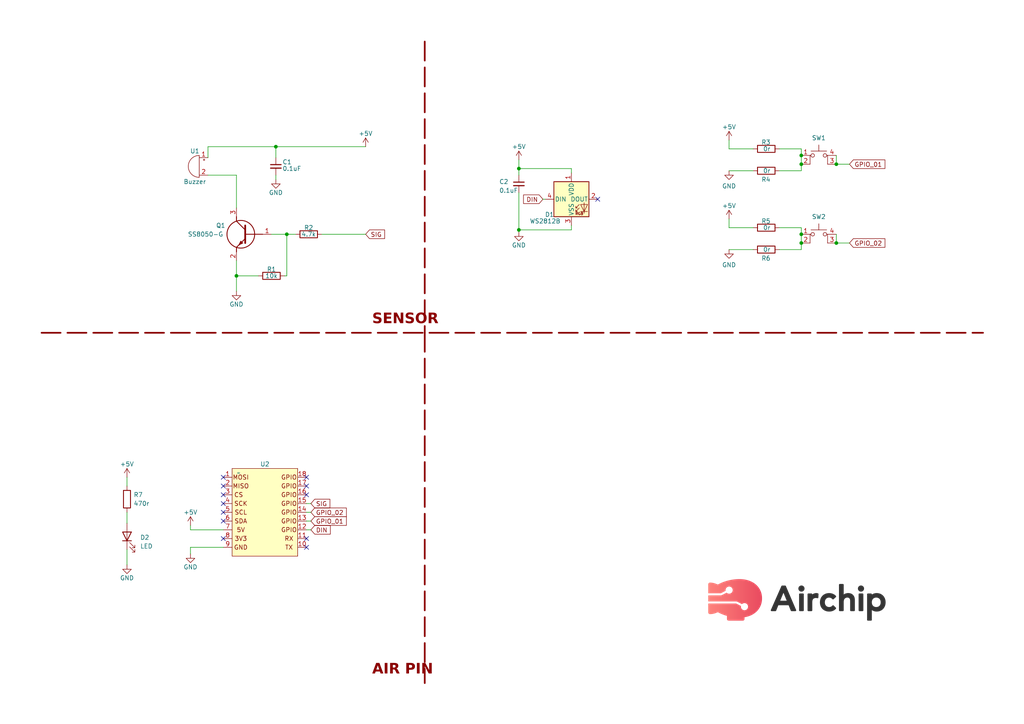
<source format=kicad_sch>
(kicad_sch (version 20230121) (generator eeschema)

  (uuid ad90cf09-1d47-40cd-a423-c5572d2c629a)

  (paper "A4")

  (lib_symbols
    (symbol "Device:Buzzer" (pin_names (offset 0.0254) hide) (in_bom yes) (on_board yes)
      (property "Reference" "BZ" (at 3.81 1.27 0)
        (effects (font (size 1.27 1.27)) (justify left))
      )
      (property "Value" "Buzzer" (at 3.81 -1.27 0)
        (effects (font (size 1.27 1.27)) (justify left))
      )
      (property "Footprint" "" (at -0.635 2.54 90)
        (effects (font (size 1.27 1.27)) hide)
      )
      (property "Datasheet" "~" (at -0.635 2.54 90)
        (effects (font (size 1.27 1.27)) hide)
      )
      (property "ki_keywords" "quartz resonator ceramic" (at 0 0 0)
        (effects (font (size 1.27 1.27)) hide)
      )
      (property "ki_description" "Buzzer, polarized" (at 0 0 0)
        (effects (font (size 1.27 1.27)) hide)
      )
      (property "ki_fp_filters" "*Buzzer*" (at 0 0 0)
        (effects (font (size 1.27 1.27)) hide)
      )
      (symbol "Buzzer_0_1"
        (arc (start 0 -3.175) (mid 3.1612 0) (end 0 3.175)
          (stroke (width 0) (type default))
          (fill (type none))
        )
        (polyline
          (pts
            (xy -1.651 1.905)
            (xy -1.143 1.905)
          )
          (stroke (width 0) (type default))
          (fill (type none))
        )
        (polyline
          (pts
            (xy -1.397 2.159)
            (xy -1.397 1.651)
          )
          (stroke (width 0) (type default))
          (fill (type none))
        )
        (polyline
          (pts
            (xy 0 3.175)
            (xy 0 -3.175)
          )
          (stroke (width 0) (type default))
          (fill (type none))
        )
      )
      (symbol "Buzzer_1_1"
        (pin passive line (at -2.54 2.54 0) (length 2.54)
          (name "-" (effects (font (size 1.27 1.27))))
          (number "1" (effects (font (size 1.27 1.27))))
        )
        (pin passive line (at -2.54 -2.54 0) (length 2.54)
          (name "+" (effects (font (size 1.27 1.27))))
          (number "2" (effects (font (size 1.27 1.27))))
        )
      )
    )
    (symbol "Device:C_Small" (pin_numbers hide) (pin_names (offset 0.254) hide) (in_bom yes) (on_board yes)
      (property "Reference" "C" (at 0.254 1.778 0)
        (effects (font (size 1.27 1.27)) (justify left))
      )
      (property "Value" "C_Small" (at 0.254 -2.032 0)
        (effects (font (size 1.27 1.27)) (justify left))
      )
      (property "Footprint" "" (at 0 0 0)
        (effects (font (size 1.27 1.27)) hide)
      )
      (property "Datasheet" "~" (at 0 0 0)
        (effects (font (size 1.27 1.27)) hide)
      )
      (property "ki_keywords" "capacitor cap" (at 0 0 0)
        (effects (font (size 1.27 1.27)) hide)
      )
      (property "ki_description" "Unpolarized capacitor, small symbol" (at 0 0 0)
        (effects (font (size 1.27 1.27)) hide)
      )
      (property "ki_fp_filters" "C_*" (at 0 0 0)
        (effects (font (size 1.27 1.27)) hide)
      )
      (symbol "C_Small_0_1"
        (polyline
          (pts
            (xy -1.524 -0.508)
            (xy 1.524 -0.508)
          )
          (stroke (width 0.3302) (type default))
          (fill (type none))
        )
        (polyline
          (pts
            (xy -1.524 0.508)
            (xy 1.524 0.508)
          )
          (stroke (width 0.3048) (type default))
          (fill (type none))
        )
      )
      (symbol "C_Small_1_1"
        (pin passive line (at 0 2.54 270) (length 2.032)
          (name "~" (effects (font (size 1.27 1.27))))
          (number "1" (effects (font (size 1.27 1.27))))
        )
        (pin passive line (at 0 -2.54 90) (length 2.032)
          (name "~" (effects (font (size 1.27 1.27))))
          (number "2" (effects (font (size 1.27 1.27))))
        )
      )
    )
    (symbol "Device:LED" (pin_numbers hide) (pin_names (offset 1.016) hide) (in_bom yes) (on_board yes)
      (property "Reference" "D" (at 0 2.54 0)
        (effects (font (size 1.27 1.27)))
      )
      (property "Value" "LED" (at 0 -2.54 0)
        (effects (font (size 1.27 1.27)))
      )
      (property "Footprint" "" (at 0 0 0)
        (effects (font (size 1.27 1.27)) hide)
      )
      (property "Datasheet" "~" (at 0 0 0)
        (effects (font (size 1.27 1.27)) hide)
      )
      (property "ki_keywords" "LED diode" (at 0 0 0)
        (effects (font (size 1.27 1.27)) hide)
      )
      (property "ki_description" "Light emitting diode" (at 0 0 0)
        (effects (font (size 1.27 1.27)) hide)
      )
      (property "ki_fp_filters" "LED* LED_SMD:* LED_THT:*" (at 0 0 0)
        (effects (font (size 1.27 1.27)) hide)
      )
      (symbol "LED_0_1"
        (polyline
          (pts
            (xy -1.27 -1.27)
            (xy -1.27 1.27)
          )
          (stroke (width 0.254) (type default))
          (fill (type none))
        )
        (polyline
          (pts
            (xy -1.27 0)
            (xy 1.27 0)
          )
          (stroke (width 0) (type default))
          (fill (type none))
        )
        (polyline
          (pts
            (xy 1.27 -1.27)
            (xy 1.27 1.27)
            (xy -1.27 0)
            (xy 1.27 -1.27)
          )
          (stroke (width 0.254) (type default))
          (fill (type none))
        )
        (polyline
          (pts
            (xy -3.048 -0.762)
            (xy -4.572 -2.286)
            (xy -3.81 -2.286)
            (xy -4.572 -2.286)
            (xy -4.572 -1.524)
          )
          (stroke (width 0) (type default))
          (fill (type none))
        )
        (polyline
          (pts
            (xy -1.778 -0.762)
            (xy -3.302 -2.286)
            (xy -2.54 -2.286)
            (xy -3.302 -2.286)
            (xy -3.302 -1.524)
          )
          (stroke (width 0) (type default))
          (fill (type none))
        )
      )
      (symbol "LED_1_1"
        (pin passive line (at -3.81 0 0) (length 2.54)
          (name "K" (effects (font (size 1.27 1.27))))
          (number "1" (effects (font (size 1.27 1.27))))
        )
        (pin passive line (at 3.81 0 180) (length 2.54)
          (name "A" (effects (font (size 1.27 1.27))))
          (number "2" (effects (font (size 1.27 1.27))))
        )
      )
    )
    (symbol "Device:R" (pin_numbers hide) (pin_names (offset 0)) (in_bom yes) (on_board yes)
      (property "Reference" "R" (at 2.032 0 90)
        (effects (font (size 1.27 1.27)))
      )
      (property "Value" "R" (at 0 0 90)
        (effects (font (size 1.27 1.27)))
      )
      (property "Footprint" "" (at -1.778 0 90)
        (effects (font (size 1.27 1.27)) hide)
      )
      (property "Datasheet" "~" (at 0 0 0)
        (effects (font (size 1.27 1.27)) hide)
      )
      (property "ki_keywords" "R res resistor" (at 0 0 0)
        (effects (font (size 1.27 1.27)) hide)
      )
      (property "ki_description" "Resistor" (at 0 0 0)
        (effects (font (size 1.27 1.27)) hide)
      )
      (property "ki_fp_filters" "R_*" (at 0 0 0)
        (effects (font (size 1.27 1.27)) hide)
      )
      (symbol "R_0_1"
        (rectangle (start -1.016 -2.54) (end 1.016 2.54)
          (stroke (width 0.254) (type default))
          (fill (type none))
        )
      )
      (symbol "R_1_1"
        (pin passive line (at 0 3.81 270) (length 1.27)
          (name "~" (effects (font (size 1.27 1.27))))
          (number "1" (effects (font (size 1.27 1.27))))
        )
        (pin passive line (at 0 -3.81 90) (length 1.27)
          (name "~" (effects (font (size 1.27 1.27))))
          (number "2" (effects (font (size 1.27 1.27))))
        )
      )
    )
    (symbol "LED:WS2812B" (pin_names (offset 0.254)) (in_bom yes) (on_board yes)
      (property "Reference" "D" (at 5.08 5.715 0)
        (effects (font (size 1.27 1.27)) (justify right bottom))
      )
      (property "Value" "WS2812B" (at 1.27 -5.715 0)
        (effects (font (size 1.27 1.27)) (justify left top))
      )
      (property "Footprint" "LED_SMD:LED_WS2812B_PLCC4_5.0x5.0mm_P3.2mm" (at 1.27 -7.62 0)
        (effects (font (size 1.27 1.27)) (justify left top) hide)
      )
      (property "Datasheet" "https://cdn-shop.adafruit.com/datasheets/WS2812B.pdf" (at 2.54 -9.525 0)
        (effects (font (size 1.27 1.27)) (justify left top) hide)
      )
      (property "ki_keywords" "RGB LED NeoPixel addressable" (at 0 0 0)
        (effects (font (size 1.27 1.27)) hide)
      )
      (property "ki_description" "RGB LED with integrated controller" (at 0 0 0)
        (effects (font (size 1.27 1.27)) hide)
      )
      (property "ki_fp_filters" "LED*WS2812*PLCC*5.0x5.0mm*P3.2mm*" (at 0 0 0)
        (effects (font (size 1.27 1.27)) hide)
      )
      (symbol "WS2812B_0_0"
        (text "RGB" (at 2.286 -4.191 0)
          (effects (font (size 0.762 0.762)))
        )
      )
      (symbol "WS2812B_0_1"
        (polyline
          (pts
            (xy 1.27 -3.556)
            (xy 1.778 -3.556)
          )
          (stroke (width 0) (type default))
          (fill (type none))
        )
        (polyline
          (pts
            (xy 1.27 -2.54)
            (xy 1.778 -2.54)
          )
          (stroke (width 0) (type default))
          (fill (type none))
        )
        (polyline
          (pts
            (xy 4.699 -3.556)
            (xy 2.667 -3.556)
          )
          (stroke (width 0) (type default))
          (fill (type none))
        )
        (polyline
          (pts
            (xy 2.286 -2.54)
            (xy 1.27 -3.556)
            (xy 1.27 -3.048)
          )
          (stroke (width 0) (type default))
          (fill (type none))
        )
        (polyline
          (pts
            (xy 2.286 -1.524)
            (xy 1.27 -2.54)
            (xy 1.27 -2.032)
          )
          (stroke (width 0) (type default))
          (fill (type none))
        )
        (polyline
          (pts
            (xy 3.683 -1.016)
            (xy 3.683 -3.556)
            (xy 3.683 -4.064)
          )
          (stroke (width 0) (type default))
          (fill (type none))
        )
        (polyline
          (pts
            (xy 4.699 -1.524)
            (xy 2.667 -1.524)
            (xy 3.683 -3.556)
            (xy 4.699 -1.524)
          )
          (stroke (width 0) (type default))
          (fill (type none))
        )
        (rectangle (start 5.08 5.08) (end -5.08 -5.08)
          (stroke (width 0.254) (type default))
          (fill (type background))
        )
      )
      (symbol "WS2812B_1_1"
        (pin power_in line (at 0 7.62 270) (length 2.54)
          (name "VDD" (effects (font (size 1.27 1.27))))
          (number "1" (effects (font (size 1.27 1.27))))
        )
        (pin output line (at 7.62 0 180) (length 2.54)
          (name "DOUT" (effects (font (size 1.27 1.27))))
          (number "2" (effects (font (size 1.27 1.27))))
        )
        (pin power_in line (at 0 -7.62 90) (length 2.54)
          (name "VSS" (effects (font (size 1.27 1.27))))
          (number "3" (effects (font (size 1.27 1.27))))
        )
        (pin input line (at -7.62 0 0) (length 2.54)
          (name "DIN" (effects (font (size 1.27 1.27))))
          (number "4" (effects (font (size 1.27 1.27))))
        )
      )
    )
    (symbol "SS8050-G:SS8050-G" (pin_names hide) (in_bom yes) (on_board yes)
      (property "Reference" "Q" (at 13.97 1.27 0)
        (effects (font (size 1.27 1.27)) (justify left top))
      )
      (property "Value" "SS8050-G" (at 13.97 -1.27 0)
        (effects (font (size 1.27 1.27)) (justify left top))
      )
      (property "Footprint" "SOT95P240X115-3N" (at 13.97 -101.27 0)
        (effects (font (size 1.27 1.27)) (justify left top) hide)
      )
      (property "Datasheet" "https://datasheet.datasheetarchive.com/originals/distributors/DKDS-12/229454.pdf" (at 13.97 -201.27 0)
        (effects (font (size 1.27 1.27)) (justify left top) hide)
      )
      (property "Height" "1.15" (at 13.97 -401.27 0)
        (effects (font (size 1.27 1.27)) (justify left top) hide)
      )
      (property "Mouser Part Number" "750-SS8050-G" (at 13.97 -501.27 0)
        (effects (font (size 1.27 1.27)) (justify left top) hide)
      )
      (property "Mouser Price/Stock" "https://www.mouser.co.uk/ProductDetail/Comchip-Technology/SS8050-G?qs=LLUE9lz1YbcHg%252BWLMAtcrQ%3D%3D" (at 13.97 -601.27 0)
        (effects (font (size 1.27 1.27)) (justify left top) hide)
      )
      (property "Manufacturer_Name" "Comchip Technology" (at 13.97 -701.27 0)
        (effects (font (size 1.27 1.27)) (justify left top) hide)
      )
      (property "Manufacturer_Part_Number" "SS8050-G" (at 13.97 -801.27 0)
        (effects (font (size 1.27 1.27)) (justify left top) hide)
      )
      (property "ki_description" "Bipolar Transistors - BJT NPN TRANSISTOR 1.5A 40V" (at 0 0 0)
        (effects (font (size 1.27 1.27)) hide)
      )
      (symbol "SS8050-G_1_1"
        (polyline
          (pts
            (xy 2.54 0)
            (xy 7.62 0)
          )
          (stroke (width 0.254) (type default))
          (fill (type none))
        )
        (polyline
          (pts
            (xy 7.62 -1.27)
            (xy 10.16 -3.81)
          )
          (stroke (width 0.254) (type default))
          (fill (type none))
        )
        (polyline
          (pts
            (xy 7.62 1.27)
            (xy 10.16 3.81)
          )
          (stroke (width 0.254) (type default))
          (fill (type none))
        )
        (polyline
          (pts
            (xy 7.62 2.54)
            (xy 7.62 -2.54)
          )
          (stroke (width 0.508) (type default))
          (fill (type none))
        )
        (polyline
          (pts
            (xy 10.16 -3.81)
            (xy 10.16 -5.08)
          )
          (stroke (width 0.254) (type default))
          (fill (type none))
        )
        (polyline
          (pts
            (xy 10.16 3.81)
            (xy 10.16 5.08)
          )
          (stroke (width 0.254) (type default))
          (fill (type none))
        )
        (polyline
          (pts
            (xy 8.382 -2.54)
            (xy 8.89 -2.032)
            (xy 9.398 -3.048)
            (xy 8.382 -2.54)
          )
          (stroke (width 0.254) (type default))
          (fill (type outline))
        )
        (circle (center 8.89 0) (radius 4.016)
          (stroke (width 0.254) (type default))
          (fill (type none))
        )
        (pin passive line (at 0 0 0) (length 2.54)
          (name "B" (effects (font (size 1.27 1.27))))
          (number "1" (effects (font (size 1.27 1.27))))
        )
        (pin passive line (at 10.16 -7.62 90) (length 2.54)
          (name "E" (effects (font (size 1.27 1.27))))
          (number "2" (effects (font (size 1.27 1.27))))
        )
        (pin passive line (at 10.16 7.62 270) (length 2.54)
          (name "C" (effects (font (size 1.27 1.27))))
          (number "3" (effects (font (size 1.27 1.27))))
        )
      )
    )
    (symbol "Switch:SW_MEC_5E" (pin_names (offset 1.016) hide) (in_bom yes) (on_board yes)
      (property "Reference" "SW" (at 0.635 5.715 0)
        (effects (font (size 1.27 1.27)) (justify left))
      )
      (property "Value" "SW_MEC_5E" (at 0 -3.175 0)
        (effects (font (size 1.27 1.27)))
      )
      (property "Footprint" "" (at 0 7.62 0)
        (effects (font (size 1.27 1.27)) hide)
      )
      (property "Datasheet" "http://www.apem.com/int/index.php?controller=attachment&id_attachment=1371" (at 0 7.62 0)
        (effects (font (size 1.27 1.27)) hide)
      )
      (property "ki_keywords" "switch normally-open pushbutton push-button" (at 0 0 0)
        (effects (font (size 1.27 1.27)) hide)
      )
      (property "ki_description" "MEC 5E single pole normally-open tactile switch" (at 0 0 0)
        (effects (font (size 1.27 1.27)) hide)
      )
      (property "ki_fp_filters" "SW*MEC*5G*" (at 0 0 0)
        (effects (font (size 1.27 1.27)) hide)
      )
      (symbol "SW_MEC_5E_0_1"
        (circle (center -1.778 2.54) (radius 0.508)
          (stroke (width 0) (type default))
          (fill (type none))
        )
        (polyline
          (pts
            (xy -2.286 3.81)
            (xy 2.286 3.81)
          )
          (stroke (width 0) (type default))
          (fill (type none))
        )
        (polyline
          (pts
            (xy 0 3.81)
            (xy 0 5.588)
          )
          (stroke (width 0) (type default))
          (fill (type none))
        )
        (polyline
          (pts
            (xy -2.54 0)
            (xy -2.54 2.54)
            (xy -2.286 2.54)
          )
          (stroke (width 0) (type default))
          (fill (type none))
        )
        (polyline
          (pts
            (xy 2.54 0)
            (xy 2.54 2.54)
            (xy 2.286 2.54)
          )
          (stroke (width 0) (type default))
          (fill (type none))
        )
        (circle (center 1.778 2.54) (radius 0.508)
          (stroke (width 0) (type default))
          (fill (type none))
        )
        (pin passive line (at -5.08 2.54 0) (length 2.54)
          (name "1" (effects (font (size 1.27 1.27))))
          (number "1" (effects (font (size 1.27 1.27))))
        )
        (pin passive line (at -5.08 0 0) (length 2.54)
          (name "2" (effects (font (size 1.27 1.27))))
          (number "2" (effects (font (size 1.27 1.27))))
        )
        (pin passive line (at 5.08 0 180) (length 2.54)
          (name "K" (effects (font (size 1.27 1.27))))
          (number "3" (effects (font (size 1.27 1.27))))
        )
        (pin passive line (at 5.08 2.54 180) (length 2.54)
          (name "A" (effects (font (size 1.27 1.27))))
          (number "4" (effects (font (size 1.27 1.27))))
        )
      )
    )
    (symbol "moduler_pin:air" (in_bom yes) (on_board yes)
      (property "Reference" "U" (at 7.62 2.54 0)
        (effects (font (size 1.27 1.27)))
      )
      (property "Value" "" (at 0 0 0)
        (effects (font (size 1.27 1.27)))
      )
      (property "Footprint" "" (at 0 0 0)
        (effects (font (size 1.27 1.27)) hide)
      )
      (property "Datasheet" "" (at 0 0 0)
        (effects (font (size 1.27 1.27)) hide)
      )
      (symbol "air_1_1"
        (rectangle (start -1.905 1.27) (end 17.145 -24.13)
          (stroke (width 0) (type default))
          (fill (type background))
        )
        (text "3V3" (at 0.635 -19.05 0)
          (effects (font (size 1.27 1.27)))
        )
        (text "5V" (at 0.635 -16.51 0)
          (effects (font (size 1.27 1.27)))
        )
        (text "CS" (at 0 -6.35 0)
          (effects (font (size 1.27 1.27)))
        )
        (text "GND" (at 0.635 -21.59 0)
          (effects (font (size 1.27 1.27)))
        )
        (text "GPIO" (at 14.605 -16.51 0)
          (effects (font (size 1.27 1.27)))
        )
        (text "GPIO" (at 14.605 -13.97 0)
          (effects (font (size 1.27 1.27)))
        )
        (text "GPIO" (at 14.605 -11.43 0)
          (effects (font (size 1.27 1.27)))
        )
        (text "GPIO" (at 14.605 -8.89 0)
          (effects (font (size 1.27 1.27)))
        )
        (text "GPIO" (at 14.605 -6.35 0)
          (effects (font (size 1.27 1.27)))
        )
        (text "GPIO" (at 14.605 -3.81 0)
          (effects (font (size 1.27 1.27)))
        )
        (text "GPIO" (at 14.605 -1.27 0)
          (effects (font (size 1.27 1.27)))
        )
        (text "MISO" (at 0.635 -3.81 0)
          (effects (font (size 1.27 1.27)))
        )
        (text "MOSI" (at 0.635 -1.27 0)
          (effects (font (size 1.27 1.27)))
        )
        (text "RX" (at 14.605 -19.05 0)
          (effects (font (size 1.27 1.27)))
        )
        (text "SCK" (at 0.635 -8.89 0)
          (effects (font (size 1.27 1.27)))
        )
        (text "SCL" (at 0.635 -11.43 0)
          (effects (font (size 1.27 1.27)))
        )
        (text "SDA" (at 0.635 -13.97 0)
          (effects (font (size 1.27 1.27)))
        )
        (text "TX" (at 14.605 -21.59 0)
          (effects (font (size 1.27 1.27)))
        )
        (pin input line (at -4.445 -1.27 0) (length 2.54)
          (name "" (effects (font (size 1.27 1.27))))
          (number "1" (effects (font (size 1.27 1.27))))
        )
        (pin input line (at 19.685 -21.59 180) (length 2.54)
          (name "" (effects (font (size 1.27 1.27))))
          (number "10" (effects (font (size 1.27 1.27))))
        )
        (pin input line (at 19.685 -19.05 180) (length 2.54)
          (name "" (effects (font (size 1.27 1.27))))
          (number "11" (effects (font (size 1.27 1.27))))
        )
        (pin input line (at 19.685 -16.51 180) (length 2.54)
          (name "" (effects (font (size 1.27 1.27))))
          (number "12" (effects (font (size 1.27 1.27))))
        )
        (pin input line (at 19.685 -13.97 180) (length 2.54)
          (name "" (effects (font (size 1.27 1.27))))
          (number "13" (effects (font (size 1.27 1.27))))
        )
        (pin input line (at 19.685 -11.43 180) (length 2.54)
          (name "" (effects (font (size 1.27 1.27))))
          (number "14" (effects (font (size 1.27 1.27))))
        )
        (pin input line (at 19.685 -8.89 180) (length 2.54)
          (name "" (effects (font (size 1.27 1.27))))
          (number "15" (effects (font (size 1.27 1.27))))
        )
        (pin input line (at 19.685 -6.35 180) (length 2.54)
          (name "" (effects (font (size 1.27 1.27))))
          (number "16" (effects (font (size 1.27 1.27))))
        )
        (pin input line (at 19.685 -3.81 180) (length 2.54)
          (name "" (effects (font (size 1.27 1.27))))
          (number "17" (effects (font (size 1.27 1.27))))
        )
        (pin input line (at 19.685 -1.27 180) (length 2.54)
          (name "" (effects (font (size 1.27 1.27))))
          (number "18" (effects (font (size 1.27 1.27))))
        )
        (pin input line (at -4.445 -3.81 0) (length 2.54)
          (name "" (effects (font (size 1.27 1.27))))
          (number "2" (effects (font (size 1.27 1.27))))
        )
        (pin input line (at -4.445 -6.35 0) (length 2.54)
          (name "" (effects (font (size 1.27 1.27))))
          (number "3" (effects (font (size 1.27 1.27))))
        )
        (pin input line (at -4.445 -8.89 0) (length 2.54)
          (name "" (effects (font (size 1.27 1.27))))
          (number "4" (effects (font (size 1.27 1.27))))
        )
        (pin input line (at -4.445 -11.43 0) (length 2.54)
          (name "" (effects (font (size 1.27 1.27))))
          (number "5" (effects (font (size 1.27 1.27))))
        )
        (pin input line (at -4.445 -13.97 0) (length 2.54)
          (name "" (effects (font (size 1.27 1.27))))
          (number "6" (effects (font (size 1.27 1.27))))
        )
        (pin input line (at -4.445 -16.51 0) (length 2.54)
          (name "" (effects (font (size 1.27 1.27))))
          (number "7" (effects (font (size 1.27 1.27))))
        )
        (pin input line (at -4.445 -19.05 0) (length 2.54)
          (name "" (effects (font (size 1.27 1.27))))
          (number "8" (effects (font (size 1.27 1.27))))
        )
        (pin input line (at -4.445 -21.59 0) (length 2.54)
          (name "" (effects (font (size 1.27 1.27))))
          (number "9" (effects (font (size 1.27 1.27))))
        )
      )
    )
    (symbol "power:+5V" (power) (pin_names (offset 0)) (in_bom yes) (on_board yes)
      (property "Reference" "#PWR" (at 0 -3.81 0)
        (effects (font (size 1.27 1.27)) hide)
      )
      (property "Value" "+5V" (at 0 3.556 0)
        (effects (font (size 1.27 1.27)))
      )
      (property "Footprint" "" (at 0 0 0)
        (effects (font (size 1.27 1.27)) hide)
      )
      (property "Datasheet" "" (at 0 0 0)
        (effects (font (size 1.27 1.27)) hide)
      )
      (property "ki_keywords" "power-flag" (at 0 0 0)
        (effects (font (size 1.27 1.27)) hide)
      )
      (property "ki_description" "Power symbol creates a global label with name \"+5V\"" (at 0 0 0)
        (effects (font (size 1.27 1.27)) hide)
      )
      (symbol "+5V_0_1"
        (polyline
          (pts
            (xy -0.762 1.27)
            (xy 0 2.54)
          )
          (stroke (width 0) (type default))
          (fill (type none))
        )
        (polyline
          (pts
            (xy 0 0)
            (xy 0 2.54)
          )
          (stroke (width 0) (type default))
          (fill (type none))
        )
        (polyline
          (pts
            (xy 0 2.54)
            (xy 0.762 1.27)
          )
          (stroke (width 0) (type default))
          (fill (type none))
        )
      )
      (symbol "+5V_1_1"
        (pin power_in line (at 0 0 90) (length 0) hide
          (name "+5V" (effects (font (size 1.27 1.27))))
          (number "1" (effects (font (size 1.27 1.27))))
        )
      )
    )
    (symbol "power:GND" (power) (pin_names (offset 0)) (in_bom yes) (on_board yes)
      (property "Reference" "#PWR" (at 0 -6.35 0)
        (effects (font (size 1.27 1.27)) hide)
      )
      (property "Value" "GND" (at 0 -3.81 0)
        (effects (font (size 1.27 1.27)))
      )
      (property "Footprint" "" (at 0 0 0)
        (effects (font (size 1.27 1.27)) hide)
      )
      (property "Datasheet" "" (at 0 0 0)
        (effects (font (size 1.27 1.27)) hide)
      )
      (property "ki_keywords" "power-flag" (at 0 0 0)
        (effects (font (size 1.27 1.27)) hide)
      )
      (property "ki_description" "Power symbol creates a global label with name \"GND\" , ground" (at 0 0 0)
        (effects (font (size 1.27 1.27)) hide)
      )
      (symbol "GND_0_1"
        (polyline
          (pts
            (xy 0 0)
            (xy 0 -1.27)
            (xy 1.27 -1.27)
            (xy 0 -2.54)
            (xy -1.27 -1.27)
            (xy 0 -1.27)
          )
          (stroke (width 0) (type default))
          (fill (type none))
        )
      )
      (symbol "GND_1_1"
        (pin power_in line (at 0 0 270) (length 0) hide
          (name "GND" (effects (font (size 1.27 1.27))))
          (number "1" (effects (font (size 1.27 1.27))))
        )
      )
    )
  )

  (junction (at 80.01 42.545) (diameter 0) (color 0 0 0 0)
    (uuid 00e05d59-c267-47a8-a8e4-25354c0d1b56)
  )
  (junction (at 83.185 67.945) (diameter 0) (color 0 0 0 0)
    (uuid 3568815e-67fd-446b-9483-58b8774699d3)
  )
  (junction (at 242.57 70.485) (diameter 0) (color 0 0 0 0)
    (uuid 38c7d5d6-8ea3-445c-bd20-7533d84c3524)
  )
  (junction (at 68.58 80.01) (diameter 0) (color 0 0 0 0)
    (uuid 4682701b-8323-42cc-9215-7e13cda57a95)
  )
  (junction (at 232.41 47.625) (diameter 0) (color 0 0 0 0)
    (uuid 6073056a-72ec-437b-90b9-c7c295b3bfe2)
  )
  (junction (at 232.41 67.945) (diameter 0) (color 0 0 0 0)
    (uuid 8390e335-ae1e-42d2-9c0c-f3c226e2fbf7)
  )
  (junction (at 232.41 45.085) (diameter 0) (color 0 0 0 0)
    (uuid a8c3fcf0-bf5c-40ea-bc9c-4061fea9dafc)
  )
  (junction (at 150.495 66.675) (diameter 0) (color 0 0 0 0)
    (uuid ae176741-6561-4c08-9cd6-36d92cd0fdd3)
  )
  (junction (at 150.495 48.895) (diameter 0) (color 0 0 0 0)
    (uuid c1a18794-6e9f-4f06-8f23-36c1fa9e4895)
  )
  (junction (at 232.41 70.485) (diameter 0) (color 0 0 0 0)
    (uuid e1a8f1be-1a12-4e5b-958f-663e628bdc1d)
  )
  (junction (at 242.57 47.625) (diameter 0) (color 0 0 0 0)
    (uuid e4a221bd-172f-4f3b-ad97-cba13244a604)
  )

  (no_connect (at 64.77 140.97) (uuid 0b045519-5f79-455d-a3f5-b031e2ad0cc0))
  (no_connect (at 64.77 156.21) (uuid 21b585e1-7fd6-4bf5-8338-a9e6a6b62777))
  (no_connect (at 173.355 57.785) (uuid 2ad2d7c9-692b-49eb-b9a2-51454a0130fb))
  (no_connect (at 88.9 138.43) (uuid 2b0801a1-9c02-4a56-8a9a-0ec349b6f939))
  (no_connect (at 88.9 156.21) (uuid 4f9e0ca3-0788-448e-9cdc-1299bbcbcb3f))
  (no_connect (at 88.9 143.51) (uuid 50ca401b-cf26-448b-8dea-b702b34e14fb))
  (no_connect (at 64.77 146.05) (uuid 586fb358-22e2-49fb-80d0-614048432a19))
  (no_connect (at 88.9 158.75) (uuid 7329c17f-d594-42a0-814c-ef5a6d2c0f18))
  (no_connect (at 64.77 143.51) (uuid 738f953e-1693-4b44-9804-a17e53ea8c4f))
  (no_connect (at 64.77 138.43) (uuid 7c5864cb-40cd-4473-8513-4f989ac35853))
  (no_connect (at 64.77 151.13) (uuid ac67c2ef-5ae8-488c-8aa6-c7a4b723717a))
  (no_connect (at 64.77 148.59) (uuid b5de76ab-cd4b-45f4-a9db-0954447fe7d1))
  (no_connect (at 88.9 140.97) (uuid c43fb3af-b559-4ac1-93df-1a7b64ab6a27))

  (wire (pts (xy 232.41 72.39) (xy 232.41 70.485))
    (stroke (width 0) (type default))
    (uuid 01e6144c-80bb-4aec-935c-3a8052dc9939)
  )
  (wire (pts (xy 36.83 148.59) (xy 36.83 151.765))
    (stroke (width 0) (type default))
    (uuid 02c2e33d-d7bc-4706-ac03-9d4b7843f4e9)
  )
  (wire (pts (xy 68.58 80.01) (xy 68.58 84.455))
    (stroke (width 0) (type default))
    (uuid 090f1be6-8c5f-48ca-a845-0d26a917ade0)
  )
  (wire (pts (xy 150.495 66.675) (xy 165.735 66.675))
    (stroke (width 0) (type default))
    (uuid 0a343e17-4e4a-423b-ac86-9732fc3cc6da)
  )
  (wire (pts (xy 55.245 160.655) (xy 55.245 158.75))
    (stroke (width 0) (type default))
    (uuid 0f3d1b3f-0709-463f-b43d-893b22cf85d1)
  )
  (wire (pts (xy 226.06 66.04) (xy 232.41 66.04))
    (stroke (width 0) (type default))
    (uuid 1c4214ed-a375-441a-8276-b664b1a41c73)
  )
  (wire (pts (xy 226.06 49.53) (xy 232.41 49.53))
    (stroke (width 0) (type default))
    (uuid 1eae7aa4-81a9-4aa8-a56f-7318adfbe0b3)
  )
  (wire (pts (xy 242.57 67.945) (xy 242.57 70.485))
    (stroke (width 0) (type default))
    (uuid 2130a5de-fc0b-4f84-8cc4-ecb760a64599)
  )
  (wire (pts (xy 226.06 72.39) (xy 232.41 72.39))
    (stroke (width 0) (type default))
    (uuid 2a3895a1-2685-45de-b5c7-6d567f700285)
  )
  (wire (pts (xy 60.325 45.72) (xy 60.325 42.545))
    (stroke (width 0) (type default))
    (uuid 3713a12a-9153-4587-919e-1f2f3e95a104)
  )
  (wire (pts (xy 93.345 67.945) (xy 106.045 67.945))
    (stroke (width 0) (type default))
    (uuid 3b9b7df5-5346-42d6-bc1b-5da9b033a414)
  )
  (wire (pts (xy 211.455 40.64) (xy 211.455 43.18))
    (stroke (width 0) (type default))
    (uuid 403bef89-aec4-4ee3-a70a-dc7186df41f5)
  )
  (polyline (pts (xy 123.19 12.065) (xy 123.19 96.52))
    (stroke (width 0.5) (type dash) (color 132 0 0 1))
    (uuid 43122ff4-57c7-40e6-856a-c0c01195b8b9)
  )

  (wire (pts (xy 165.735 48.895) (xy 165.735 50.165))
    (stroke (width 0) (type default))
    (uuid 4bc4abae-3e45-4d58-9dcc-065943c03321)
  )
  (wire (pts (xy 55.245 153.67) (xy 64.77 153.67))
    (stroke (width 0) (type default))
    (uuid 4d2e961d-a896-49f1-a3c2-db5aa094c6b3)
  )
  (wire (pts (xy 80.01 45.72) (xy 80.01 42.545))
    (stroke (width 0) (type default))
    (uuid 511320a6-d203-4c27-adee-b1948dad6166)
  )
  (wire (pts (xy 83.185 67.945) (xy 83.185 80.01))
    (stroke (width 0) (type default))
    (uuid 5a599fa1-9aaa-49fc-8a85-9e3c0e42709d)
  )
  (wire (pts (xy 36.83 138.43) (xy 36.83 140.97))
    (stroke (width 0) (type default))
    (uuid 5f9818ac-cb25-4145-a078-c16ef9bea085)
  )
  (wire (pts (xy 211.455 49.53) (xy 218.44 49.53))
    (stroke (width 0) (type default))
    (uuid 6348b767-0446-4a67-b74c-cd7bd1649466)
  )
  (wire (pts (xy 55.245 152.4) (xy 55.245 153.67))
    (stroke (width 0) (type default))
    (uuid 691dfbb7-60a4-4775-99a6-5026e727d7c3)
  )
  (wire (pts (xy 242.57 47.625) (xy 246.38 47.625))
    (stroke (width 0) (type default))
    (uuid 6a174185-6de2-4c18-b210-1b3f0aa99f8e)
  )
  (wire (pts (xy 232.41 49.53) (xy 232.41 47.625))
    (stroke (width 0) (type default))
    (uuid 6b4b2fea-6ebe-4320-8a2e-a9787c2643f8)
  )
  (wire (pts (xy 150.495 55.88) (xy 150.495 66.675))
    (stroke (width 0) (type default))
    (uuid 762afadf-f343-4aba-961e-708517882722)
  )
  (wire (pts (xy 88.9 153.67) (xy 90.17 153.67))
    (stroke (width 0) (type default))
    (uuid 80099263-ba5f-473f-b09b-6faa5caacaef)
  )
  (wire (pts (xy 68.58 75.565) (xy 68.58 80.01))
    (stroke (width 0) (type default))
    (uuid 81456cfb-a695-4cf5-b9fb-6f6b1ce97707)
  )
  (wire (pts (xy 88.9 146.05) (xy 90.17 146.05))
    (stroke (width 0) (type default))
    (uuid 83ff78d9-d353-4c5f-a4c9-9598260947a1)
  )
  (wire (pts (xy 83.185 67.945) (xy 85.725 67.945))
    (stroke (width 0) (type default))
    (uuid 85a83f2c-9b7a-47e8-a10d-f63aa21157c6)
  )
  (wire (pts (xy 226.06 43.18) (xy 232.41 43.18))
    (stroke (width 0) (type default))
    (uuid 86a20f81-0c80-4818-9fc6-f0628cbeedf6)
  )
  (wire (pts (xy 78.74 67.945) (xy 83.185 67.945))
    (stroke (width 0) (type default))
    (uuid 893e81e7-5ccc-4b2f-b00e-7893f1a2ec9e)
  )
  (wire (pts (xy 242.57 70.485) (xy 246.38 70.485))
    (stroke (width 0) (type default))
    (uuid 8cfd9c04-5a2e-471d-b1f4-ce55200820b7)
  )
  (wire (pts (xy 157.48 57.785) (xy 158.115 57.785))
    (stroke (width 0) (type default))
    (uuid 91226707-db72-4d0e-89ec-48c80ace4717)
  )
  (wire (pts (xy 165.735 66.675) (xy 165.735 65.405))
    (stroke (width 0) (type default))
    (uuid 9173d91a-4357-4561-8167-affcd3dbd01e)
  )
  (wire (pts (xy 242.57 45.085) (xy 242.57 47.625))
    (stroke (width 0) (type default))
    (uuid 97cdbe24-50c9-41bb-9b4a-3901de23fc88)
  )
  (wire (pts (xy 36.83 159.385) (xy 36.83 163.83))
    (stroke (width 0) (type default))
    (uuid 9b961635-a4d6-4fbc-add8-cca00ee9923a)
  )
  (wire (pts (xy 80.01 42.545) (xy 106.045 42.545))
    (stroke (width 0) (type default))
    (uuid 9e2f63d7-5442-4439-b5eb-612dff5d5bc7)
  )
  (wire (pts (xy 211.455 43.18) (xy 218.44 43.18))
    (stroke (width 0) (type default))
    (uuid a5426c81-4302-476d-9d1d-437c9c316d9b)
  )
  (wire (pts (xy 60.325 50.8) (xy 68.58 50.8))
    (stroke (width 0) (type default))
    (uuid a7b512c1-eff9-40a5-ab10-6c9626b4b919)
  )
  (wire (pts (xy 55.245 158.75) (xy 64.77 158.75))
    (stroke (width 0) (type default))
    (uuid b045db65-bd1b-4458-be0b-5c0a20e1e4a3)
  )
  (wire (pts (xy 211.455 63.5) (xy 211.455 66.04))
    (stroke (width 0) (type default))
    (uuid b63a37c3-7bf7-4761-81be-0128752cf0ff)
  )
  (wire (pts (xy 232.41 67.945) (xy 232.41 70.485))
    (stroke (width 0) (type default))
    (uuid b7b3eafb-a56c-42b0-af4c-ff16e5f71ac6)
  )
  (wire (pts (xy 165.735 48.895) (xy 150.495 48.895))
    (stroke (width 0) (type default))
    (uuid c1bbb74b-dc3f-4d52-921b-5e48c29963b5)
  )
  (wire (pts (xy 68.58 80.01) (xy 74.93 80.01))
    (stroke (width 0) (type default))
    (uuid c76b9609-6f38-4814-b054-ecb16ec83e8d)
  )
  (polyline (pts (xy 123.19 96.52) (xy 123.19 198.12))
    (stroke (width 0.5) (type dash) (color 132 0 0 1))
    (uuid c7be311f-7f59-4157-b219-30a4a3421cfd)
  )

  (wire (pts (xy 88.9 151.13) (xy 90.17 151.13))
    (stroke (width 0) (type default))
    (uuid cce459dd-0575-45ce-b6db-25789d628f29)
  )
  (wire (pts (xy 80.01 52.07) (xy 80.01 50.8))
    (stroke (width 0) (type default))
    (uuid d4c2c279-c448-4b7f-a50f-8033b36adc33)
  )
  (wire (pts (xy 211.455 72.39) (xy 218.44 72.39))
    (stroke (width 0) (type default))
    (uuid d4de71ff-3c63-4fde-8434-bb9de3852bd0)
  )
  (wire (pts (xy 150.495 46.355) (xy 150.495 48.895))
    (stroke (width 0) (type default))
    (uuid d554aada-5e82-4944-9f44-f41bd26ef5c3)
  )
  (polyline (pts (xy 12.065 96.52) (xy 285.115 96.52))
    (stroke (width 0.5) (type dash) (color 132 0 0 1))
    (uuid db7fc7c9-6ce0-4b7a-9ae8-940f1b1b7edc)
  )

  (wire (pts (xy 232.41 45.085) (xy 232.41 47.625))
    (stroke (width 0) (type default))
    (uuid e3b53493-0781-4291-ae91-e8b042c33a59)
  )
  (wire (pts (xy 211.455 66.04) (xy 218.44 66.04))
    (stroke (width 0) (type default))
    (uuid e3cd22ea-8957-429b-b8a1-058809a208e7)
  )
  (wire (pts (xy 83.185 80.01) (xy 82.55 80.01))
    (stroke (width 0) (type default))
    (uuid e70a16ac-c99b-4fc6-a5be-709593bf3f83)
  )
  (wire (pts (xy 232.41 66.04) (xy 232.41 67.945))
    (stroke (width 0) (type default))
    (uuid e7f51fe3-8c50-4a9a-9a90-4377d49f0d01)
  )
  (wire (pts (xy 60.325 42.545) (xy 80.01 42.545))
    (stroke (width 0) (type default))
    (uuid f02ef383-83ce-4277-aa6a-117f4ca34188)
  )
  (wire (pts (xy 150.495 48.895) (xy 150.495 50.8))
    (stroke (width 0) (type default))
    (uuid f30bbe5e-dede-4e1a-a570-031ce6442481)
  )
  (wire (pts (xy 150.495 67.31) (xy 150.495 66.675))
    (stroke (width 0) (type default))
    (uuid f32be889-42af-487f-9467-06a1047f972a)
  )
  (wire (pts (xy 68.58 50.8) (xy 68.58 60.325))
    (stroke (width 0) (type default))
    (uuid f8dd7b24-d00d-4ce3-a7bc-db5fb19bb6e7)
  )
  (wire (pts (xy 88.9 148.59) (xy 90.17 148.59))
    (stroke (width 0) (type default))
    (uuid fac4d01f-6221-47a2-91fb-5e7c84d4219c)
  )
  (wire (pts (xy 232.41 43.18) (xy 232.41 45.085))
    (stroke (width 0) (type default))
    (uuid fbddb72d-4eea-4a14-9dcb-5cfaca9b9e4a)
  )

  (image (at 231.14 173.99) (scale 0.303838)
    (uuid 0fea2ca3-84a4-4c66-96d3-aae60cb8c292)
    (data
      iVBORw0KGgoAAAANSUhEUgAAB9AAAAHVCAYAAACpJWDwAAAABHNCSVQICAgIfAhkiAAAIABJREFU
      eJzs3XeYnGW9//F3SEKyCS0hARUVBCSKYvuiqKiAokRasKAeRUn4WSghFUTNsYAiICGNA6gQEBso
      TfEg6hFE8KjouRFsIAgiiEJCEwhJKJnfH88sKdtmdmfmnvJ+XddcuzzPPfd8dpjMzj6fpwxDkjrQ
      ox+ZPhzYnBKbA5sDW5S/dt82BbqATSkxFugqwSbl5SOBzYqZSpsAI4CNgTHFIjYFNuo3QKnXpSuB
      J8oDHgWeLsHjwBOUeILi+5XACuAx4N/l77tvD5eXPUiJh4AHgYc2P//MFZU+L5IkSZIkSZIkSZ1s
      WO4AklQLj3706E2BZ1NiIvAcYCKw5Tpft4TS+PL3W1GU4X0V2esrrfel95UDLKp+TGn9YZXM2ff8
      TwIPQel+4F5gObAMuJcS3cvuA+4G7tv862c9XeWjSZIkSZIkSZIktQULdElN7bGPHb0J8FxKbAPP
      3J4LbFOCZwFbU3wdDQxQNA+t7G7hAr3vhT0XPV0qCvV/lG/3UBTrdwJ3UOLOLb5x1oNVppEkSZIk
      SZIkSWoJFuiSsnnsYzOGUZTf2wLbQWnb8vfdt+fRfar0SntqC/R+xleWtYKn8BHgb8CdULoduLV8
      u22Lb3z5H1XllCRJkiRJkiRJaiIW6JLq6rHDZ4wCdijftn/m+xI7AC+guHZ4WT/VrQV6depboPe3
      YAUlbgP+AtwC/An4I3DbFt/88lP9TS1JkiRJkiRJkpSbBbqkIVtxxIzhJXg+8CJgJ0pMAiYBO1Gc
      br2nattvC/Tq5CvQ+5rgSYpC/Q/An4GbgN9t8c0v39Pfw0mSJEmSJEmSJDWSBbqkiq04YubGFCX5
      zlDaGXgp8EJgp9K6R5IPukC2QN9wQBsV6H1ZTokbgN+VKL4Ct4/71per/YklSZIkSZIkSZKGzAJd
      Ug8rjpw5HNgReDnwUkq8FNi5vGx4MWr9frPU53/0wQK9ogEdUKD39vw+BKXfAL8Grgd+M+5bX3mg
      ylklSZIkSZIkSZKqZoEudbgVR84cR1GUvxx4WfnrzkDXM4MqKGMt0Ac350ADOrRA722S2yhxPfAL
      4FrglnHf/opHqUuSJEmSJEmSpJqyQJc6yIqjZj4LCOAVQFBiV+B5A97RAr2foRbo1U3Q95wDFOgb
      Lrof+F/gOopC/Xfjvv2Vp6p8ZEmSJEmSJEmSpPVYoEttasVRs7YCXg2l3Vhbmj9nvUGVFp0W6P0M
      tUCvboK+56yyQN/QI8DPgauAqyjxp3EXeIS6JEmSJEmSJEmqjgW61AYenz5rLMUR5bsBrwZeU4Jt
      i7XVldKVj7NAr8WcAw2wQB/kvCXuo7tMhx+Nu+Ar/6wylSRJkiRJkiRJ6kAW6FILenz6rB2B1wOv
      A3YHXgJstG7BWOrlux4s0C3Q27dA39BNULoCuBL41bgLvvp0FbNJkiRJkiRJkqQOYYEuNbnHp88a
      TXFUeXdh/npgYq+DLdAt0Psd39EF+roLHwZ+AlxeKnHF+Au/+nAVM0uSJEmSJEmSpDZmgS41mceP
      nrUZRUn+Jkq8CdgVGFXRnS3QLdD7HW+B3mNJiacorp3+PeD74y/86t1VPIokSZIkSZIkSWozFuhS
      Zo8fPXs88CZgTyi9AXglsBEwpNLUAn0ok/Q+xgK9t5UtX6BvKAEXAxeNv/Crt1fxiJIkSZIkSZIk
      qQ1YoEsN9viM2ZsDb6TEXsBbgJfxzL/FDdo8C/R+V1mgVzu/BXqPJf3PeQNwEXDB+Au/+vcqHl2S
      JEmSJEmSJLUoC3SpzlbOmD26BG+kKMv3ojgl+0YVFXwW6P2uskCvdn4L9B5LKp/zeuACSlww/jtf
      XVZFEkmSJEmSJEmS1EIs0KUaWzlj9jCKo8rfVr69oQSjewy0QK8ukAV6dSzQK1pYRYHePcVTwP8A
      3wC+N/47X11Z5QySJEmSJEmSJKmJWaBLNbBy5uxnUWIfisL8rcDEdddXXvRaoFcz3gK92vkt0Hss
      Gdrz+ihwMZTOG/+ds6+rciZJkiRJkiRJktSELNClQVg5c/Zw4HXAZGBf4JVV99QW6NUFskCvjgV6
      RQuHWKCvu/BW4Bzg/PHfOdtTvEuSJEmSJEmS1KIs0KUKrZw5ZyLw9uJWmgxssd4AC/Tq5rVAr2iA
      Bfog5218gd7tKeByYCnwo/HfOXtNlY8gSZIkSZIkSZIyskCX+rFy1pyXAAdS4gDgtTzzb6a6cs8C
      fXBzDrTKAr3a+S3Qeyyp1/NauIMSZwHnjv/u2Q9W+UiSJEmSJEmSJCkDC3RpHStnzRkJvAk4AJgC
      bAcMuTS0QB/cnAOtskCvdn4L9B5L6lugd69aBVwInDH+u2f/X5WPKEmSJEmSJEmSGsgCXR1v5aw5
      YyhOzX4QRXG+eY9BFugDLrRAH9ycAw2wQB/kvM1VoK/r1yVYAFy25XfPfqrKR5ckSZIkSZIkSXVm
      ga6OtHLWnPHAfsA7gcnA6H7vYIE+4EIL9MHNOdAAC/RBztu8BXr3or8Di4ClW3737EerTCFJkiRJ
      kiRJkurEAl0dY+XsOVtRFObvosSewIiK72yBPuBCC/TBzTnQAAv0Qc7b/AV6t0cocTawaMuLzv5H
      lWkkSZIkSZIkSVKNWaCrra2aPXc8lN4BHFyCvYHhQA3KSAt0C/TazDnQAAv0Qc7bOgV694IngfOB
      U7a86Oy/VplKkiRJkiRJkiTViAW62k5RmvMO4GDgLVAaAYMoePsdb4FugV6bOQcaYIE+yHlbr0Dv
      tga4CEonbXnROTdVF06SJEmSJEmSJA2VBbrawqo5c7uAAynxfoprmm+8du0GRWSP/6iABfqACy3Q
      BzfnQAMs0Ac5b+sW6Osu/D5w/JYXnfO7irJJkiRJkiRJkqQhs0BXy1o1Z+4IitOyf4DiiPOx/ZVb
      FuiVZqh0nAV6LeYcaIAF+iDnbY8CvZtFuiRJkiRJkiRJDWKBrpazas7cXYEPAe8DJq630gK9l28t
      0KufpPcxFui9rbRAb0CB3u0y4D+3vOicP/f9gJIkSZIkSZIkaSgs0NUSVs2Zuw3FkeaHAjv3OdAC
      vZdvLdCrn6T3MRbova20QG9ggV6sKPFN4DNbXnzOnX0/sCRJkiRJkiRJGgwLdDWtVXPnjqHEQRSl
      +d7ARgPeyQK9l28t0KufpPcxFui9rbRAb3CB3r3qSeAM4MQtLz7n/r4HS5IkSZIkSZKkaligq+ms
      mjs3gP8HvJ8Sm1d1Zwv0Xr61QK9+kt7HWKD3ttICPVOB3u0R4FRgwZYXn/N433eSJEmSJEmSJEmV
      sEBXU1g195hxUDqEojh/+TMralhuWaBXmqHScRbotZhzoAEW6IOct3MK9G73AMcB397y4nOq/akk
      SZIkSZIkSVKZBbqyWTX3mGHAHsBHgXdCaVSPQRbo1bFAt0Dvd7wFeo8l7VOgd7semLXlxef8ut9R
      kiRJkiRJkiSpVxboarjVxxwzHvhQqcTHgBetXVO7Iq63hRbolWaodJwFei3mHGiABfog5+3cAr3b
      tynx8S0vOeeeikZLkiRJkiRJkiTAAl0NtPqYY14LHA68B+jqWVxZoFugW6BvOMACfZDzWqBDiceA
      40uwaMIl5zxV4b0kSZIkSZIkSepoQyrQ1xz/qS1KJV4KTAK2ADZdZ/VqYOUG3z9MiVXl7x8CHgAe
      HH78F1eitrT6mGO6gPcDR7Putc3prbiyQLdAt0DfcIAF+iDntUBf93n9E3DUhEvO+XmF95QkSZIk
      SZIkqWNVXaCvOf5TOwAfBPYHXlUqVTlH70XBKuBBYBlwLyXuBu4F/gncDdwJ/G34CSc9Xm1e5bH6
      mGO2A44EPgyM622MBXoFCy3Q+11lgV7t/BboPZZ0RoHe7ZvA3AmXnLOswhkkSZIkSZIkSeo4FZff
      a46ftxuU/pOiOH9GXcqHvue8F7ijBHcAtwA3A3+mxO0jPn/Sk1UmUY2tPuaYYcCewAzgQGCj/sZb
      oFew0AK931UW6NXOb4HeY0lnFehQ7Kw2F0rnT7hkabU/vSRJkiRJkiRJbW/AAn3N8fMmAqcChzas
      fBhgzl7Kh6eAW4Eby7ffQemGEZ8/+cEq02kQVh97zCjgEErMBl5S6f0s0CtYaIHe7yoL9Grnt0Dv
      saTzCvTulVcBH51wydI7KpxNkiRJkiRJkqSO0G+Bvub4eXsAFwDPLpY0bYHe16i7gV+Xb78Cbhjx
      +ZNXDxxSlVh97DETKE7TfhSwVbWlmQV6BQst0PtdZYFe7fwW6D2WdG6BDrAS+AywcMIlS5+ucFZJ
      kiRJkiRJktpanwX6muPnTQWWst5puFuuQN/QE8ANlPg5cA3wixFfOPmx/h9NG1p97LEvgtJs4EPA
      6GdWWKBXfvdKF1qg97vKAr3a+S3Qeyzp7AK92/XAoRMuWfqXCmeWJEmSJEmSJKlt9Vqgrzlh3uGU
      OKvnmpYv0Ddc9TTwf8DVwI+BX474wsleS70Pq4899nXAJ4H9odTztWOBXvndK11ogd7vKgv0aue3
      QO+xxAK920pKfApYMuHSpWsqfARJkiRJkiRJktpOjxJ0zQnz3gV8l9K6R553a7sCfUOPAj+lKNN/
      OOILJ9/df5L2t/rYY4cBkymK8zeuXTP00swCvYKFFuj9rrJAr3Z+C/QeSyzQN1x0LTB1wqVL/1bh
      o0iSJEmSJEmS1FbWK9DXnDDvhcDvgLFZy4d8BfqG424AvleC74088eQ/VHivtrD648eOoMTBwCeA
      l/UcYYFe2WP3s8oCvbpAFujVsUCvaKEFeq+LHgOmT7h06fkVPpIkSZIkSZIkSW3jmQJ9zQnzhgO/
      BnYF8pYPzVOgr/vlDihdClw48sRTUoUztJzVHz92Y+CDwCcpsUPfIy3QK3vsflZZoFcXyAK9Ohbo
      FS20QO930XeAwydcuvThCh9RkiRJkiRJkqSWt26BfhTwX8+ssUDvpXx45rvbKIqFb4888ZSbK5yt
      qZWL88OATwHPA+pTRK473AJ94IUW6P2uskCvdn4L9B5LLNAHmvcu4JAJly69rsJHlSRJkiRJkiSp
      pQ0DWHPCvC7gb8DWz6yxQO+vQF/X74CvUZTp91c4c9N44uPHdgEfKcExdBfn3SzQ+xlvgW6BXps5
      BxpggT7IeS3Qa/m6XQN8Hvj8hEuXPl3ho0uSJEmSJEmS1JK6C/TpwOnrrbFAr7RA7/YkJS6nKNOv
      HPnFU5q6ZHiiOOL8YxRHnD+rYUXkusMt0AdeaIHe7yoL9Grnt0DvscQCvZp5r6bEByZctvTeChNI
      kiRJkiRJktRyugv03wGvWG+NBXq1Bfq6q/8BnA2cPfKLp/yrwkdriCeOO3YEJaYBn2adI84t0Kud
      1wLdAr02cw40wAJ9kPNaoNfrdXsf8N4Jly39eYUpJEmSJEmSJElqKcPWnDBvEnBLjzUW6EMp0Ls9
      BXwfOHPkF0+5usJHrYsnjjt2I+AQ4DOU2GHD9Rbo1c5rgW6BXps5BxpggT7IeS3Q6/m6XQN8Fjhx
      wmVLq30GJUmSJEmSJElqasN6PX07WKCvM24IBfq6/gAsoMS3R550yhMVJqiJJ4479h3AicCLgbxF
      5LrDLdAHXmiB3u8qC/Rq57dA77HEAr26edcf8wPgkAmXLX2kwkSSJEmSJDWliBgBvACYAIzKHKfb
      CuDelNLduYNIktRphq05Yd4FwPt6rLFAr3WB3j3mPuC/gC+PPOmU+ytMMihPHPfxNwCnQOn1G2To
      JVYvLND7GW+BboFemzkHGmCBPsh5LdAb9br9C3DQhMuW9jyTjSRJkiRJTS4i9gSmA5OBsXnT9Ole
      4BJgUUrpr7nDSJLUCYatOWHejcDLe6yxQK9Xgd5tBXAOcOrIk065p8JEFXniuI/vDJwMHNBrMAt0
      C/Rq57dA72eoBXp1E/Q9pwX64Ofsb1wDXrePAodOuGzpZZUFkyRJkiQpr4gYT7Ft9h25s1ThSeAk
      4ISU0tO5w0iS1M6GrTlh3oPAuB5rLNDrXaB3exJK5wGnjjzpS0Pag/CJ4z6+HfBp4FBgeJ8PaoFu
      gV7t/Bbo/Qy1QK9ugr7ntEAf/Jz9jWvc67b0WeDzEy47t9pnVZIkSZKkhomI5wI/A3bMnWWQvge8
      J6X0ZO4gkiS1q2FrTphX8bZ1C/S6FOjdC9cAl1Oc3v1nI0/60poKZuOJT3x8I2B3SnwY+ADrFed9
      PKgFugV6tfNboPcz1AK9ugn6ntMCffBz9jeugQU6wIXAtAmXnbuqgtkkSZIkSWqoiOgCrgd2yZ1l
      iM5KKR2ZO4QkSe3KAr2CB2pQgb6uB0rwI+CXlLgFuJPilO9PABOArYGXArsB+wDPrqrxskC3QK92
      fgv0foZaoFc3Qd9zWqAPfs7+xjW4QAe4vgQHTbzs3HsrmFGSJEmSpIaJiJOAT+TOUSN7p5Suyh1C
      kqR2ZIFewQNlKNCrL80s0PsZb4FeyfhK5+1roQX64OYcaIAF+iDntUDPWaBTgruAAyZedu7vK5hV
      kiRJkqS6i4hxwN3A2NxZauR/U0pvyB1CkqR2tFHuAJIkqe08H7hu+UGH7Z07iCRJkiRJZe+mfcpz
      gN0jYvvcISRJakcW6JIkqR42A364/KDDDskdRJIkSZIk4E25A9TBHrkDSJLUjizQJUlSvYwEvrH8
      oMPa5fpykiRJkqTWtWPuAHXwgtwBJElqRxbokiSp3k5aftBhpy8/6LBhuYNIkiRJkjpWV+4AdbBZ
      7gCSJLUjC3RJktQI0ymORh+RO4gkSZIkSZIkSX2xQJckSY3yAeDS5Qcd1o57/UuSJEmSJEmS2oAF
      uiRJaqQDgCuWH3TY5rmDSJIkSZIkSZK0IQt0SZLUaHsBP7FElyRJkiRJkiQ1Gwt0SZKUw2uwRJck
      SZIkSZIkNRkLdEmSlMtrgGuWTzlsYu4gkiRJkiRJkiSBBbokScrrFcDVluiSJEmSJEmSpGYwIncA
      SZLU8V5KUaK/ceL3z304dxhJklSZiNgaeBEwCdgR2AzYpHwDeKx8ewS4DbgVuCWldF/j00qSJKmV
      RcSmwE4Unz93AsYDmwJblIesZu1nz7uAvwC3AH9PKT3d8MCSWpoFuiRJagYvBX68fMphb5v4/XP/
      nTuMpPYSEeOA/wAmA7sA4/ImesYqig07vwC+lVJKmfNI/YqI5wBvA/YE9ga2GeQ89wA/Ba4BfpxS
      +leNIkqSJKlNRMRYYC/gLeWvLwOGDWKqRyPiWuBq4Kcppd/XLqWkdjVszQnzSr2u6XVpz4Wl3u/d
      t0rmHWDOHqsrzFrp/BuOK224YCjzVvq8VjPngOMGfn6rfQorn6SfGSr5H1nD11dpwHHVzFtd1sqf
      3+r+LfR394pet0N6fZX6/q8a/lvob1XDXrc93gtqN+dAA6p+L+h3fGVZq3sKa/fvtp9XVPXz5vwd
      NsCqfL/DBphkyK/bXt51Bvce87/A2yZ+/9zHK7y3JPUpIoYBc4BPA5tnjlOJK4DpKaU7cweRukXE
      JsA7gA9RbLwczEbL/pQoyvRvAJemlFbUeH5JkgCIiBuBl+fOUWOLU0qzcoeQaiUiNqLYWfNDwLtY
      e2ajWroZ+DrwzZTSP+owv6Q24DXQJUlSM9kd+O/lUw7ryh1EUmuLiDHAfwPzaY3yHGA/4IaI2Ct3
      ECkiJkTEicA/KDYw7k3ty3PKc761/Bj3RMQXImJCHR5HkiRJTSoiRkbEVIpTrl8FHEp9ynOAFwMn
      AXdFxIURsUudHkdSC7NAlyRJzWYv4ILlUw4bnjuIpNZUPvL8ImDf3FkGYRxweUS029FRahERsUVE
      zAfuBD5FY3dA2RyYB9wZEadGxBYD3UGSJEmtKyI2iogPA7cD5wEvbODDDwPeC/w+Ir4XES9u4GNL
      anIW6JIkqRlNAb66fMq0ehzpJqn9HUVrlufdNgEujIiNcwdR54iIYRFxKHAbMBcYmzHOWOAY4LZy
      JkmSJLWZiNgV+C1wNvC8zHGmAH+IiNPK116X1OEs0CVJUrM6DDgxdwhJrSUiNgU+lztHDbyI4n1Q
      qruIeDZwJfA1oJlOnz4B+FpEXFnOKEmSpBZXPl37F4FfA6/KnWcdw4E5wB8jYvfcYSTlZYEuSZKa
      2SeXT5k2K3cISS3l/wFb5g5RI3Mjwr/ZVFcR8RbgJmCf3Fn6MRm4KSLenDuIJEmSBi8ingtcB3yS
      orBuRtsB10bEJ8uXB5PUgdwYI0mSmt3C5VOmvTt3CEnNLyKGAzNz56ihHSmKQ6kuIuJo4CfAxNxZ
      KjAR+J+ImJ47iCRJkqoXEbsBCdgtd5YKbAR8EfhORHTlDiOp8SzQJUlSK/jG8inTXpc7hKSmN4Xi
      aIF2MiN3ALWf8vXOvwQsobW2C2wEnB4Rp3g0kCRJUuuIiAOAnwFb5c5SpYOBqyJi89xBJDVWK/2h
      LEmSOtdo4PLlB07bPncQSU1tTu4AdbBPREzKHULto1w8nwkcmzvLEHwcONMSXZIkqflFxIHAJUCr
      Hsn9OuBqS3Sps1igS5KkVjEB+OHyA6eNzx1EUvOJiF2B3XPnqBNPWa1aOgU4PHeIGjgcOCl3CEmS
      JPUtIiYDFwMjc2cZolcBP4mIsbmDSGoMC3SpuTwN3Az8ADgdmAccAUwD3gt8sPz9TOBE4Dzg58C/
      coSVpAwmARcvP3DaiNxBJDWd2bkD1NHUiNgsdwi1vvI1z1v5yPMNHec10SVJkppTRLwSuIjWL8+7
      vQa4MCKG5w4iqf7c+Czl9SjwU4oS/JfA78ecvmj1YCZ6fPqsrYAA9gD2Al4NeEpDSe1oL2ARHpEp
      qSwitgHekztHHW1CsRPl4txB1Loi4s0Uvz/bzeKI+FNK6We5g0iSJKkQEVsC36P4W6ad7E9xYNsn
      cgeRVF/D1pwwr9Trml6X9lxY6v3efatk3gHm7LG6wqyVzr/huNKGC4Yyb6XPazVzDjhu4Oe32qew
      8kn6maGS/5E1fH2VBhxXzbzVZd1g1b+BSyhxIXDNmNMXPlllmoqsOGrW1sCBUHo/Ranes0wf0uur
      1Pd/1fDfQn+rGva67fFeULs5BxpQ9XtBv+Mry1rdU1i7f7f9vKKqnzfn77ABVuX7HTbAJEN+3fby
      27L+v8M+OvHy886u8FEktbGIOIn234DxV2BSSmlN7iBqPRHxbOAmYGLuLHWyHNglpXRf7iCSpOYV
      ETcCL8+do8YWp5Rm5Q4hrSsihgE/BCbnzlJHB6aUfpA7hKT68Qh0qXFuoDgt+3fHLFn4eL0fbOwZ
      i+4DzgbOXnHUzO2BjwIfAbx2sKR2ccbyA6fdMvHy867LHURSPhExBvhY7hwNsCPFBqgf5g6ilnQu
      7VueQ/GznQfsmzuIJEmSOJr2Ls8BlkbES1JKy3MHkVQfXgNdqr9rgb3HLFkYY5Ys/FojyvMNjT1j
      8R1jz1j8CWBbYC6wrNEZJKkORgIXLztw2ja5g0jK6lBgXO4QDTIjdwC1nog4lPbfgAnw9oj4UO4Q
      kiRJnSwitgO+mDtHA0ykOFhOUpuyQJfq5xZg/64lC/cYs2ThVbnDAIw9Y/FjY89YvADYATgeWJk5
      kiQN1VbARcsOnDYydxBJjVc+NWAnnbJyn4iYlDuEWkdEbA6cmjtHA80v/8ySJEnKYxEwNneIBnlv
      RLwldwhJ9WGBLtXeKoprcO7StWThFbnD9KZcpH8O2Bm4MnMcSRqq1wHzc4eQlMW+wE65QzTY9NwB
      1FI+SXufun1DEyn+FpMkSVKDRcQewJTcORpsQXnHbkltxgJdqq3fAi/rWrLwlK4lC5/KHWYgY89c
      fOfYMxfvC0wDHsmdR5KGYMayA6e9N3cISQ03O3eADKZGxGa5Q6j5RcQEOnOHi6PLP7skSZIa67O5
      A2TwMjpvpwGpI1igS7VzKvD6riULb8sdpFpjz1z8NeBVwA2Zo0jSUCxdduC0F+UOIakxImIXoBNP
      l7cJxc6P0kBm0Dmnz1zXWDpzxwFJkqRsIuK1wF65c2QyL3cASbVngS4N3Urg3V1LFn68FY4678vY
      MxffDuwOfDN3FkkapLHAhcsOnDY6dxBJDdGJR593mx4R/i2nPkXEGIoCvVPNioiu3CEkSZI6yCdz
      B8hoV6+FLrUfN7pIQ3Mf8MauxQsvyR2kFsaeuXjV2DMXf5DOPN2OpPbwcrweutT2ImIr4P25c2S0
      IzA5dwg1tYOAzXOHyGhz4B25Q0iSJHWCiJgI7Js7R2ZTcweQVFsW6NLg3QO8oWvxwpQ7SK2NPXPx
      CcBRuXNI0iAdtezAaQflDiGpro4ERuUOkVknH12sgR2aO0AT+GDuAJIkSR3i/cCI3CEye2dEbJI7
      hKTasUCXBuce4E1dixf+NXeQehl75uIzKTZOS1IrOnfZgdOelzuEpNqLiFHAEblzNIF9ImJS7hBq
      PhGxNbB37hxN4G3ls1VIkiSpvj6QO0ATGAO8M3cISbVjgS5V735gz67FC+/IHaTexp65+Czg2Nw5
      JGkQxgFfW3bAtGG5g0iquQ8AlmKF6bkDqCm9Ff/Wh+I5eFvuEJIkSe0sIrYEds2do0n42VNqI/5R
      LVVnFTClnY8839DYMxfPB07PnUOSBuHNeIpjqR3Nyh2giUyNiM1yh1DT2St3gCayZ+4AkiRJbW4v
      wIMXCm/JHUBS7VigS9X5aNfiBb/MHSKD2cBVuUNI0iCcsuyAaS/OHUJSbUTE3sAuuXM0kU2AablD
      qOm44W4tT2UvSZJUX+68udazIuJFuUNIqg0LdKlyZ3UtXvCN3CFyGHvW4qeB91Fc+12SWsko4JvL
      Dpg2MncQSTXh0ec9TY8I/64TABExHtg2d44msm1EjMsdQpIkqY15+vb1+XxIbcINLVJl/gTMyR0i
      p7FnLb4fOAQo5c4iSVV6FTAvdwhJQxMRk4B9c+doQjsCk3OHUNPwiJeefE4kSZLqZ1LuAE1mp9wB
      JNWGBbo0sKeBD3UtXrAqd5Dcxp61+BpgSe4ckjQIn1x2wLSX5g4haUhJ6ZcxAAAgAElEQVRm4rX1
      +jIjdwA1DTdg9uRzIkmSVAcRsTWwee4cTcadN6U2YYEuDWxB1+IFN+QO0UQ+BdyVO4QkVWlj4Lxl
      B0wbnjuIpOqVT0t9aO4cTWyf8hH60va5AzShF+QOIEmS1KZ2zB2gCfl5XGoTFuhS//4FnJA7RDMZ
      e9bix4G5uXNI0iDsSodfjkNqYR8FxuQO0eSm5w6gprBp7gBNyKOiJEmS6sPPnj352VNqExboUv/m
      dS1a8FjuEM1m7FmLLwZ+kTuHJA3C8csOmOoe0lILiYiRWA5XYmpEbJY7hLLbIneAJuRGTEmSpPrY
      JHeAJuROBVKbsECX+nYr8I3cIZrYvNwBJGkQuoAzc4eQVJWDgW1yh2gBmwDTcodQdm7E7MnnRJIk
      qT78nNWTz4nUJizQpb6d2LVowVO5QzSrsWctuRa4LncOSRqEty47YOp7c4eQVLHZuQO0kOkR4d94
      nW1N7gBNyOdEkiRJjeJnT6lNuHFF6t0/gQtzh2gBp+QOIEmDtGjZAVM91bHU5CLiDcCuuXO0kB2B
      yblDKCsvP9WTz4kkSVJ9PJI7QBN6NHcASbVhgS717uyuRQueyB2iBVwJ/C13CEkahGcBJ+YOIWlA
      s3IHaEEzcgdQVm7E7MmNmJIkSfXh56ye3HlTahMW6FJPJWBp7hCtYOxZS9bgcyWpdR257ICpL88d
      QlLvIuIFwDty52hB+0TEpNwhlM2DuQM0oQdyB5AkSWpT7rzZ079zB5BUGxboUk8/61q04O7cIVqI
      p7qX1Ko2AhbnDiGpT0fj3yuDNT13AGVzR+4ATcgzZkmSJNXHrbkDNCGfE6lNuEFK6uni3AFaydiz
      ltwO/DZ3DkkapD2WHTD14NwhJK0vIjYDPpw7RwubWn4O1Xluzh2gCfmcSJIk1UFK6SFgee4cTcYC
      XWoTFuhST1fkDtCCfpg7gCQNwanL9p/alTuEpPUcBmyaO0QL2wSYljuEsrgtd4Am5EZMSZKk+vlL
      7gBN5pbcASTVhgW6tL6buxYtuCt3iBb049wBJGkItgXm5g4hqRARw4GZuXO0gekR4d97HSal9Ahu
      tFvXn1NKj+YOIUmS1Mauzx2gyfwmdwBJteEGFWl91+UO0KJ+C6zMHUKShuATy/afunXuEJIAmAJs
      lztEG9gRmJw7hLK4KneAJvKz3AEkSZLanJ+31rojpXRn7hCSasMCXVrfr3IHaEVjz1ryFF4HXVJr
      Gwt8JncISQDMyR2gjczIHUBZuBFzLXcmkCRJqq+fA0/nDtEk/BwutRELdGl9N+YO0MJuyh1Akobo
      Y8v2n/rC3CGkThYRuwK7587RRvaJiEm5Q6jhfgo8kTtEE3gCuDp3CEmSpHaWUnoMz+ra7YrcASTV
      jgW6tNYa4M+5Q7SwP+YOIElDNBw4KXcIqcPNzh2gDU3PHUCNlVL6N3B57hxN4Pvl50KSJEn19fXc
      AZrAQ8APc4eQVDsW6NJa93QtWuCRGoN3R+4AklQD71q2/9TdcoeQOlFEbAO8J3eONjQ1IjbLHUIN
      50ZMnwNJkqRGuRhYmTtEZhemlFbnDiGpdizQpbXuzh2gxd2VO4Ak1cjxuQNIHWo6MCJ3iDa0CTAt
      dwg13I+Ae3OHyOhfwI9zh5AkSeoEKaVHgYty58js3NwBJNWWBbq0VidvYKqFZbkDSFKN7LNs/6mv
      zR1C6iQRMQb4WO4cbWx6RPi3XwdJKT0JnJI7R0ZfKj8HkiRJaoxTgFLuEJn8JKX0f7lDSKotN6JI
      az2SO0Ar2+SsJQ/TuR+SJLWfk3MHkDrMocC43CHa2I7A5Nwh1HDnAA/kDpHBA8BXc4eQJEnqJCml
      PwOX5s6RyUm5A0iqPQt0aa1/5w7QBtwJQVK72GPZ/lP3zB1C6gQRMQyYlTtHB5iRO4AaK6X0GPCl
      3DkyOCWl9HjuEJIkSR3oC3TeAVbXpJSuyR1CUu1ZoEuSJPXus7kDSB1iX2Cn3CE6wD4RMSl3CDXc
      EuBvuUM00N8ofmZJkiQ1WErpRmBp7hwNVAJm5w4hqT4s0KW1xuQO0AZ8T5HUTvb0WuhSQ7jBoXGm
      5w6gxkoprQKOzJ2jgY5IKa3OHUKSJKmDfQK4P3eIBjm9vNOApDZk2SWtNTZ3gDawae4AklRjn8od
      QGpnEbEL8JbcOTrI1IjYLHcINVZK6UfAeblzNMB5KaUf5w4hSZLUyVJKDwBH5M7RALcD83KHkFQ/
      FujSWhboQ/DYETM2z51BkurggGX7T31Z7hBSG/Po88baBJiWO4SymEmxka9d/RWYkTuEJEmSIKV0
      Me29A+eTwAdSSo/lDiKpfizQpbW2yh2gxT03dwBJqpNP5g4gtaOI2Ap4f+4cHWh6RPh3YIdJKT0K
      vBN4PHeWOngceKcbMCVJkprKUcBNuUPUydyU0vW5Q0iqLzecSGttnztAi3te7gCSVCcHL9t/6ra5
      Q0ht6EhgVO4QHWhHYHLuEGq8lNLvgUOANbmz1NAaiqN//pA7iCRJktZKKa0EDgTuzZ2lxr6SUjo9
      dwhJ9WeBLq219cpZc7yG9+BZoEtqV8OBo3OHkNpJRIyiM66L16w81XWHSildBkzPnaOGjkopfS93
      CEmSJPWUUroLeDvwSO4sNXI5xZH1kjqABbq0vh1zB2hhu+QOIEl19JFl+091Jyupdj6Al8/JaZ+I
      mJQ7hPJIKZ0FfCJ3jho4NqX05dwhJEmS1LeU0o3A22j9Ev0HwMEppadzB5HUGBboUuFfFEdBeeq/
      wds1dwBJqqPNgP+XO4TURmblDqC2OgpZVUopnQIcTmuezn0NcHhKaX7uIJIkSRpY+XrhewHLcmcZ
      pIuBd6eUnsgdRFLjWKCr0z0AfBzYoWvRgi93LVrwVO5ArWjFETNGAK/MnUOS6mzWsv2nDs8dQmp1
      EbE3nrmmGUyNiM1yh1A+KaWvAAcBj+XOUoXHgCnl7JIkSWoRKaUbgNcCN+fOUqUvAe+xPJc6jwW6
      OtUK4ASK4vzUrkULVuYO1OJeAYzOHUKS6mxbYL/cIaQ24NHnzWETYFruEMorpfQDYDdaY0Pmn4HX
      pJT+O3cQSZIkVS+l9DfgNcBFubNU4FHgvSml41JKpdxhJDWeBbo6zWpgMbBd16IFn+1atODfuQO1
      if1zB5CkBjkidwCplZWvu71v7hx6xvSI8G/CDpdS+jPF5ZjOyJ2lH2cAu6aUWqHolyRJUh9SSo+l
      lN4DHEZRUjejXwCvSCl9N3cQSfm4sUSd4mlgKbBT18IFs7oWLbg/d6A2MyV3AElqkH2W7T91h9wh
      pBY2ExiWO4SesSMwOXcI5ZdSejylNB3YA/hT7jzr+CPwppTS9JSSZw2TJElqEyml84AXA5fmzrKO
      h4HpwB4ppTtyh5GUlwW6OsF3gZ27Fi74cNfCBXflDtNuVhwx43kUp3CXpE4wDDg8dwipFUXEeODQ
      3DnUw4zcAdQ8UkrXUny2Pxy4O2OUu8sZXplSui5jDkmSJNVJSumelNK7gL2AazNGWQEsBHZMKZ2R
      UlqTMYukJmGBrnb2I+BVoxcueO/ohQtuzR2mjU3NHUCSGuyw+/abOip3CKkFfRQYkzuEetinfGp9
      CYCU0lMppa8AOwDTgEb+LXVr+TG3Tyl9JaX0VAMfW5IkSRmklK5JKe1BcTakHzXwoR8Gvghsl1Ka
      k1J6oIGPLanJjcgdQKqDXwCfGr3wNI9UqLMVR8zYCPhw7hyS1GDjgYOA7+QOIrWKiBhJcSo8Nafp
      wNG5Q6i5pJSeBL4WEecDrwM+BLwX2KLGD/UwcCHwjZTSL2s8tyRJklpE+WxI10bEdsAHy7cX1vhh
      nqIo6b8OXJ5SWl3j+SW1CQt0tZMbgXmjF572w9xBOsi+wPNzh5CkDA7DAl2qxsHANrlDqE9TI2Je
      SumR3EHUfFJKJeCXwC8jYgbwGuAtFKfa3BUYW+WUjwEJuLp8+01K6YnaJZYkSVIrSyndCXwe+HxE
      vJjis+eewBuArauc7ingFuAq4BrgZymlf9cqq6T2ZYGudnAb8BngO6MXnlbKHabDHJM7gCRl8tb7
      9pv6/K2v+NpduYNILWJ27gDq1yYUp81enDuImlu56P5F+XY8QEQ8F9iJ4uigTSleT91HqT9MUZg/
      SvF3260ppX80OLYkSZJaVErpZuBm4L8AImILYFL5Np7ic+cmFF3XCtZ+9ryLojj/W/nMSpJUFQt0
      tbK7gROAr41ecJrXxmuwFUfM2JPiujSS1ImGAVMpfg9J6kdEvIHiKFU1t+kRcXpKaU3uIGot5UL8
      HxRHk0uSJEl1k1J6GLi+fJOkutkodwBpEB4A5gCTRi847RzL82xOzB1AkjI79L79pg7LHUJqAbNy
      B1BFdgQm5w4hSZIkSZKUm0egq5U8AiwAThu94LTHcofpZCuOmHkQlF6fO4ckZbY98FrgV7mDSM0q
      Il4AvCN3DlVsBvDD3CEkSZIkSZJyskBXK1gFnAGcPHrBaffnDtPpVhwxc1NgSe4cktQkPoAFutSf
      o/GsV61kn4iYlFL6S+4gkiRJkiRJubgxS83saeArwA6jF5x2jOV50/g88LzcISSpSbznvv2mjswd
      QmpGEbEZ8OHcOVS16bkDSJIkSZIk5WSBrmZUAi4AXjR6wWmHj15w2j9zB1JhxREzd6c4kkySVJgI
      7J07hNSkDgM2zR1CVZta3vlBkiRJkiSpI3kKdzWbHwCfHn3aaTflDqL1rThi5jjgW7jjjSRt6P3A
      lblDSM0kIoYDM3Pn0KBsAkwDFucOIkmSJEmSlINFmJrFz4HXjz7ttAMtz5vPiiNmbkRRnm+bO4sk
      NaED79vv0I1zh5CazBRgu9whNGjTI8K/FSVJkiRJUkfyCHTldgPwqdGnzf9x7iDq18nA23OHkKQm
      tRnwZuBHuYNITWRO7gAakh2Bt+H7miRJkiRJ6kAeVaBcbgbeDexqed7cVhw5czpwbO4cktTkDs4d
      QGoWEbErsHvuHBqyGbkDSJIkSZIk5WCBrka7m+Kaii8bfdr8S0afNr+UO9BgrZw5e1TuDPW24siZ
      HwBOz51DklrAgfftd+jw3CGkJjE7dwDVxOSIeGHuEJIkSZIkSY1mga5GuQ+YBew4av78r42aP/+p
      3IEGa+XMObFy5uwfA79bOXP2c3PnqZcVR878EPD13DkkqUVMAN6UO4SUW0RsA7wndw7VxDBgeu4Q
      kiRJkiRJjWaBrnr7N/CfFMX54lHz5z+RO9BgrZw5Z+eVM+dcDPwfxTUhXwz8fOXM2ZPyJqu9FUfO
      nAucj+8RklSNA3IHkJrAdGBE7hB19tXcARpoWkRsmjuEJEmSJElSI7X7xi3lswpYDJwyav78h3KH
      GYqVs+Y8nxInAIcAG56ed3vgVytnzn5n1+KF1zQ8XI2tOHLmSGAJcHjuLJLUgvYH5uQOIeUSEWOA
      j+XOUWd/AGYC7wK2zJylETYFpuIlfSRJkiRJUgfx6FLV2pPAmcD2o+bP/0Qrl+crZ83ZeuWsOYuB
      vwKH0rM87zYO+OnKGbOPXTlj9rCGBayxFUfO3Aa4CstzSRqsF96336FeL1id7FCKz0Xt7KyU0iqK
      M/V0iukR0bKfcSVJkiRJkqrlEeiqlaeBbwHHj5o//47cYYZi5aw5WwDHUhxdNLbCuw0HvgTstXLG
      7A93LVn4z3rlq4cVR848GDiLzjiSSpLqaX9gYe4QUqOVC9ZZuXPU2WPAN8vfn0XnnHFiJ2Af4Ee5
      g0hSpSJic+A5FDt2jQPGU/zdPgroAh4FnqK47NwT5a//BO5JKbXspedUfxHxzGsopfR07jxSq4iI
      EcBWwERgc2Cz8teR5SFblL+uBFaXv19B8f78b+Bh4IGU0v2NyixJtRIRmwFbU7zXbV7+ukl59ejy
      7Qng8fKyFRQHq64EHuy+pZRa9oDVVmSBrqF6iOIInMWj5s+/M3OWIVk5a04XRWl+HGs/tFXr7cAf
      Vs6YfSxwXteShaVa5auHFUfOfDbFBuApubNIUpuwQFen2peiaG1nX08pPQqQUvprRFwNvDlzpkaZ
      gQW6pCYTESOBXYCXAS8GJgEvBJ7P2g2Sg5n3PuBu4HbgT8BNwG9SSvcONbOaQ0SMBp63zu25wLNZ
      u8PFurdRFNtPexxgEREAJeCR8qLHWLuR+4Hy14eAfwB3AX8H7kopPVCfn0zKKyImUrwvTwJ2KN+2
      o9ihaasaPcZqih2e/gXcAdwK3Fb++qeU0up+7i5JdVHeSWgnis+kLyzfXgBsQ/E5Y0yNHqcE3M/a
      zxbdt78DfwFucWfQ2hm25oR5vRd8vS7tubBUbT1YybwDzNljdYVZK51/w3GlDRcMZd5Kn9dq5hxw
      3MDPb4WxngbuA/4Ipd9RbES7btSp81t6j9uVs+ZsDHwY+DTwrF4HVfKi67nol8DsriULfzO0hLW3
      4qiZXcBRlPhPij2e+lfBC6TU96pBzznQqmqnqHyS3sdU/GY56J+/54Cq3wv6HV9Z1uqewkH+/L2M
      7+cVVf28OX+HDbAq3++wASYZ8uu2l9+WOX+H9bty6K/bnq+dZxasBsZvfcX5j284QmpnEfFT4C25
      c9TZLimlP3b/R0S8C7g4Y55GKgGTUkq35Q4iqXNFxJbAG4E9gd0pivONGxjh78A1wNXAlSml5Q18
      bA1CRDyXYkP2hreaFHlD8DjFDhp/Lt/+WP7615TSUzmDtbuIuBF4ee4cNbY4pdTwM0FFxARgN+B1
      wKspntetG51jA08BNwO/A34D/AL4Q0ppTdZUktpKRAwHXkLx/rcbxfvfSyh2usvtaYpLEnd/vrgR
      +FVK6V9ZU7WoYWtOmNf7kbYW6Bbo6y98ctSpp66oME1LWDlrzkbAIcDnKPYG6tvQSsOLS3DimCUL
      b6wuYe2tOGrmCGAqxc+8zdBeXxbotZhzoAEW6IOc1wLdAr3flXUt0AH22fqK839S3YxS64qIXYDf
      585RZ9ellN607oLykY93k39DYaMsSSnNzB1CUueIiI0oSpn9KM50EnkTrWcN8CtgKXBBSmlV5jwd
      r1zm7Qq8pnx7NfmL8mqtAm6geG39BvhlSukfeSO1Fwv0wYuIcRQ7ML2F4ixML673Y9bII8B1wE+A
      H6aU/po5j6QWU/5M+kqK97+9KYrzQZ/tKJO7gV8D1wPXAsmdiwY2LHcAqdFWzp4zjBJTgBOBnSu6
      0xBLw/KqK4EzgCvHLFnY0DenFUfN3Br4WPn2nA2DDcgCvZ+hFujVTdD3nBbog5+zv3EW6BUurG2B
      ftrWV5x/THUzSq0rIs4FpuXOUWf/kVK6cMOFEfF54D8z5MnhUWCb7tPYS1I9RMQwiiN5Dgb+g+K0
      2s3uTuCjKaX/yR2kk0TEeOBNFBuy96LS7Tut51/AVcBPgf9JKf0zc56WZoFenYjYnuKyjwcCb6A9
      Lgd7O/B94CLg+pRStVuGJHWA8jXLJ1O8B04GxudNVHMPUpxV6ScUny/uzBunOVmgq6OsnD3nLcCJ
      lNitqjvWpkDvdhdwASW+Peb0hXU7WmvFUbM2BfaD0juBg4CRAwXrkwV6P0Mt0KuboO85LdAHP2d/
      4yzQK1xY2wL9pq2vOP8V1c0otaaI2Iris00znKqsXpYBz+vtOmIRsS3FtRc3aniqPGaklE7PHUK1
      VS4s96TYOPQqiiM2R+fMtI5VFP8Gb6DY2H1Nu23oLp+W/H0UBeALgC3zJlrPgxSnLb8a+G5K6b56
      PVBEPAc4lGKHrBfW63HqaA1weErp7NxB2llEvIpi+8a+FEeCdcrv33X9kaJM/2+K98SWvqxio1mg
      D6z8fvy+8u3VtZq3Sd0NfBs4N6V0a+4wnSQiXkjxGns98Dya52jep4EHgFuAHwOXppRW5o1UWxGx
      MbA/8HZgF4rPnj17gzxWAP+kOFL64pTSTY188IjYlOJzxgcoPps38lJBuf0R+B7FZ/4/5A7TLCzQ
      1RFWzZ6zWwm+SHGKoRqUkUMq0NddeDfFteSvAX4x5vSFd1WZ7BmPT5/VRYmg+ODxphK8Fdi4lkVc
      fwst0Ac350ADLNAHOa8FugV6vyvrXqADbLX1Fed7XUy1vYj4HPDZ3Dnq7IsppXl9rYyIH1BsgOgE
      twIvarcCs5NFxO7AfwGtsuPXjcD0lNL/5g4yVBExmuL9cxbNs8NCf1YDZwKfTinV7PJuEfFG4Gjg
      ncDwWs2bSQk4KKV0ee4g7aJ8jdE9KXbwOYiiZNFay4HLgYuBq1JKT2bO0/Qs0HsXESMoPs9+lOJI
      y07sDK4FzqYoj3rsOKvaKO+gsZDiTDOt8Dp7gOKMY19ph7+BIuJ9wJdond+nV1LsxF23Sy+UT8++
      D8VOnAfQGp/L6+12is8W30wp/TF3mJxa4U1KGrRVs+fuDKUvAlOqLnj7HV+zAn3DhQ9RXEP0NuAu
      SvwT+DfwMPBUedAmwKbARGA7YPvy15dQWnsqpV6qrKoyV5C17/+yQK94zoEGWKAPcl4LdAv0flc2
      pEA/eOsrzr+4ulml1hIRoyiOPm+164tWYw2wfUrp730NiIj9gR80LlJ2b08p/Sh3CA1dRMwG5tN6
      R3CuAeamlBblDjJY5Y3H/01xBG2ruZnifaDP98WBlDdUTqHYIP2qWgVrEvcDO6WUHsodpJVFxMuB
      D1IcAfaszHFaxUMUp6Q+L6X069xhmpUF+voiYgJwOHAkrXHJjEb4F8XOhV9OKT2YO0w7iYjXU5xR
      aELuLINwKfDBlNLjuYMMRnmHtLOAj+TOMgiPAe9LKV1Ry0kjYhvg/5Vvz6/l3G3m/4BzgQtSSg/n
      DtNoFuhqS6tmz90e+BxwCJSGwSAK3n7H161Ar3jOgR7IAn0ok/Q+xgK9t5UW6BboPVdaoAOwZOsr
      zp9Z3axSa4mIw4CluXPU2eUppSn9DSgXQX+jc/7ovjKltG/uEBqaiJgOtPrp+I9KKZ2ZO0S1ImJz
      4FfAi3NnGYLbgdemlO6v5k7lywW8F/gMrf3zD+TzKaXP5A7RasrXNJ8KfIj2Kzgb7c8UG7u/kVJa
      ljtMM7FAL0TEjsCxFP/ePNqydysoivT51f6+U0/lHaOuBTbLnWUIfkBxppk1uYNUKyLOBj6cO8cQ
      PAlMTildPdSJImJXijNAvYfmOXV9K1hFsSPJkpTS9bnDNEqr7Wku9WvV7LnPXjV77hkU1yn5IO4k
      IknKY4/cAaQGqNm1FpvYWQMNKG9A+WoDsjSLyeVrFqpFlTdgLsydowYWRcTLcocYhP+i9cvjHYBz
      qrlDROxDcS37C2j9n38gh+UO0Eoi4uURsRT4B3Aa7Vdu5rAzxRlG7omIb5XLAomI2DEivkax3fSj
      WJ73ZyxwHHBnRJxU3gFOg1A+c9l3ae3yHIrTe8/OHaJa5dO2t3J5DkXRfUFEjBvsBBHxtoj4GfBb
      ijPcWJ5XZzTwfuDXEfG/EfHu8uU/2poFutrCqjlzx62aM/dkij3hj8Q3QElSXrvct++h/oGtthUR
      ewO75M5RZ3cAP6lw7FLWXm6n3Q0DpucOoSH5EtAOGztGUvwsLSMiXg0ckjtHjUyJiD0HGhQRkyLi
      SuBHwCvqnqo5bFM+ulN9iIiNyhterwVupNjpoCtzrHY0gmJj928j4tqIOKh85hx1mIjYOiLOpCjO
      DwWGZ47USsYCnwBui4iPlU+FreocAeyUO0SNfC4itsgdolIRsTEt9nm5H1sBn6z2ThExOSJ+DfwY
      2LPWoTrU6ykuG/PXiJgZEW37Gc4PTWppq+bM3WTVnLnzKE6beRz+wSVJag4bAbvnDiHVUSccff7l
      Sk/Pl1K6F/henfM0k2kRsWnuEKpeROwEvC13jhrap8WKyiNyB6ixo/paERFjIuJk4A/A5MZFahov
      yh2gGUXEiIh4P/BHig2vb8wcqZO8EbgM+EtETO2Eo8ZUHPkbEZ8C/krxO8jyd/AmAl8GboiI1+YO
      02L6/LzQgjahuPRBq5gCPC93iBr6SPmMBgOKiNeVd9S7EtitvrE61rbAIuCOiDiqvMNGW7FAV0ta
      NWfuxqvmzJ1B8QHwC4BH+UmSms3rcweQ6iEiJgHtfg3s1RTXDq3Gl+sRpEltSnGdWrWediwyW+n9
      qJWyVmKf3o7Ei4g3A7+n2Mm9U88OZzm5jnJxPpXi6Ndv0f6n8W9mOwLnAbdExH94RHr7Kp8x6g/A
      iRSln2rj/7N332F6lmXC/7+BAFLSUBMU1gWpouDqiR1XVkUQdLGyP+UVk4DApiCQuLr2vuvaXpUk
      hJqgFNeugIqi2MB2oaCCBRSwICIliUCo+f1xT3xDSJlJ5rnPu3w/xzGHJjPzPF/S5pn7vK/r2hu4
      JCI+EhH+uq7H0NFPbbrZcTja9Hru+dkBo2wisM4bWCLi0RHxWeASvFGvLttRHVN1dUQc06Wb9HyR
      pFZZfsKcsctPmDOVanD+EWBKbpEkSWv15OwAaUBeS7WNd5d9spRy8wg/5xvAbwYR01CzIqLrfw66
      6HHZAQPQiv+miHg43fv+dRyw48ofRMSWETEPuIjqnHSJiDiEasX5Gfjnokl2Bs4Gfh4RL8uO0eiJ
      iIdGxCeArwG7Zvd01BjgWKq/Pw7o1m3v7IABaNNRZq14nTxCj13TTw7tfvRO4ErgxfUmacg/AAuA
      n0VEJ27ecICuVlh+wpwxy0+Y81Kqu9jPoFtbj0iSuunJNx70aodL6pSI2Jbq3MSuWzDSTyilrAAW
      DqClqXYDDsiO0Ig9PDtgAB6WHTBM22YHDMg4gIh4AnAZMCM3pzH+lh2QLSKeFBHfoTriZPfsHq3V
      Y4BPRcTFEfH47BhtnIg4mOra6WHZLT3xj8DFEfGOLq24HGVdPPapTa/puvja/0H/TUPD2quAtwDD
      2uJdA7UHcEFEnD+0g2FrOUBX4y0/Yc4BwI+AT+M2X5Kk9piAFwvVPUcBW2VHDNhPSynf38DPPYNq
      +/e+ODY7QCPWxRu72nJdY8vsgEGJiKOAS/Hc71Utzw7IEhFTht0bTjMAACAASURBVFa//hDYN7tH
      w/YsqrOdTxraMUMtMnTW+YnAecAjs3t6ZhPgrcA3I2K77BjV4iHZASPQxdf+f/9vGtpx40zgAuBR
      eUlai4Oodup4X0S06e/N37XlG0310PI5c562/IQ5FwNfASI5R5KkDfGU7ABptETEZsCs7I4azNvQ
      Tyyl3AJ8ahRbmu7AoXMNJfXXR6l233C1zwP1bgV6RGwSEUdTnXPu6td22gQ4Gvh1RBzpUS2t8Wjg
      B8DM7JCe2xcoEeE1AKkGQztu/AJ4VXaL1mks8B9U27o/KztmpBygq3GWz5mz9/I5c74IXEJ1B6wk
      SW21T3aANIpeDmyfHTFgS4BzNvIxRrz9e4uNoR83VUhaO89+XbPbswPqFBF7A98FTgImJudo400E
      TgG+FhE7ZcdovV4IuP1+MzwS+HZEONCTBuchq+y4MSU7RsO2C9WRFydFxPjsmOFygK7GWD5nzi7L
      58w5G/gp1Ys/SZLa7p+yA6RRdHx2QA0Wl1I2auhRSrkE+Pko9bTBtIjo4tmGkrQxerGFe0RsGhFv
      oDp272nZPRp1z6FaMfbaiPAasjQ8mwNnRsR/ZodIHfU63HGjzY4GroiIp2eHDIcvfpRu+Zy5j1w+
      Z+5JVNt8vYJuns0hSeqnx9940Kv9uqbWi4h96ceOCqO1erxPq9DHAVOzIySpYZZlBwza0MrkbwH/
      RTUwUjdtDfxf4KKI8GxtafjeGxEf8ygEadQ502y/f6TareNNEbFpdsy6+IdNaZbPmfuw5XPmvh+4
      hurOk0b/ZZEkaQOMozqTTmq747IDavDNUsovR+mxPkG/tu+d5cVBSXqATn8NiIhpwBXAM7JbVJv9
      qFaMHZwdIrXILGC+r5Ml6UE2Bd5NdYPeDtkxa+MAXbW7a+7ciXfNnft2qsH5XOAhuUWSJA2U27ir
      1YZWmL04u6MG80frgUopS4GzR+vxWmA34IDsCElqiPtLKfdkRwxCRDwkIk4HTge2ye5R7R4KnBcR
      H4oIdx2QhucYYEHTV1lKUpJnASUinpkdsiYO0FWbu+bOfejQ4Pxa4G3A+NQgSZLq8fjsAGkjzab7
      3zfcAHxhlB/zpFF+vKY7NjtAkhqik9u3R8SjgUuBadktSnc81darj8gOkVriaPr3vYEkDddkqpXo
      R2eHrK7rF8LUAHfNnfuUu+bOXQT8kWpwPiG3SJKkWu2ZHSBtqIgYDxyZ3VGDk0d7tWAp5TLgR6P5
      mA13YETsmh0hSQ3Que3bh7btLrizkv6fpwA/ioh9skOkljgyIt6eHSFJDbUZcFJELGjSLjdjswPU
      PXfNnTuG6puqlwCvAHbOLZIkKdVjsgOkjTAdGJcdMWD3AacM6LFPAp40oMdumjFU5zy+NjtEkpLd
      lR0wmiJiNvB/cRGOHmx74DsRMb2Uck52jNQCb4uIP5RSTs0OkaSGOgbYJSJeOnQ0XioH6Npod71u
      7lhgL1bwFOAZwPOotl2QJEmw640HvXrslAsW35sdIo3E0Dl9fRiGfrGU8scBPfa5wIfozw5M0yLi
      zaWUTm5fLEnDlH6xbzQMvQ74EB7RoXV7CHB2ROwJvLWUsiI7SGq4hRHxu1LKRdkhktRQzwW+GRHP
      L6X8JTNk7P3vfNOL1vieNb7cefBPrhjpy6LhPO56HvNB7x5m63Aff/WPW7H6T2zM4w7313Ukj7ne
      j1v/r+8wssZQXfjbDHg4rHgksAOwO7AL3owhSdLabEb1tfKX2SHSCB0C7JgdUYP5g3rgUsodEbGY
      /gwfxgFTgY8ld0hSpjuyAzZWRGxFdRPYC7Nb1BpvBnaIiNeUUrxxWFq7TYBPRkSUUq7LjpGkhnoi
      cElEHFBKuSYrYizwuawnlyRJ6onH4ABd7XNCdkANfg0MevXHQvozQAeYFREnugJNUo8tzw7YGBEx
      ATifaodBaSSmAg+NiH8rpdyZHSM12EOBz0bEvv5dkaS12hn4XkTsX0r5WUaA5xdJkiQN3i7ZAdJI
      RMQ+9OPC+YJBD3pLKVcC3x7kczTMbsAB2RGSlKi1W7hHxMOBC+nHawANxguB8yNiXHaI1HBPBD6c
      HSFJDTcF+EZE7JXx5A7QJUmSBm/n7ABphI7PDqjBncDimp5rYU3P0xR9WnEvSatr5RbuETEZ+Abw
      5OwWtd6/AF8f2s1A0todHREvyI6QpIZ7GElDdAfokiRJg+cAXa0REdsDh2Z31ODcUsqtNT3Xp4Gb
      anquJjgwInbNjpCkJHdlB4zU0Mrz7wCPy25RZzwZuDAitskOkRrutKEbmCRJa7dyiL5HnU/qAF2S
      JGnwHKCrTWYBY7MjajCvricqpdwNLKrr+RpgDNWfI0nqoyXZASMxtEr461RHcEij6cnAFyNiq+wQ
      qcEmAwuyIySpBR4GfC0idqjrCR2gS5IkDd6jbjzo1ZtlR0jrM3SB8+jsjhr8qJRSan7Ok4CBnrfe
      MNM8/1RST92ZHTBcQ1/3vwLsnd2izvoX4JyI2DQ7RGqwl7iVuyQNyw7ABXUdE+MAXZIkafA2pXqR
      JzXdq4FJ2RE1mF/3E5ZSfku1wq8vxgFTsyMkKcHy7IDhiIjNgS8BT81uUef9K/Ce7Aip4U50twZJ
      Gpa9gM8PvZYdKAfokiRJ9XCArkaLiDHAcdkdNbgVODfpuWsf3CebNfTnSpL6pC1buJ8KPDs7Qr0x
      NyL2zI6QGuwfgbdkR0hSS+wHLB709QYH6JIkSfVwgK6mO4h+nH96Rikla3XgecCfkp47w27AAdkR
      klSzxm/hHhFvAl6V3aFe2RSYmx0hNdxxEfEP2RGS1BL/H/Cfg3wCB+iSJEn18BthNd3x2QE1WZD1
      xKWUe4FTsp4/ybHZAZJUs0Zv4R4RhwLvzu5QL700IsZmR0gN9hDgXdkRktQi74qI5w/qwR2gS5Ik
      1WP77ABpbSJiL+A52R01uLCUcnVyw2nAfckNdTowInbNjpCkGjV2C/eI2AdYnN2h3hoP+JpAWrfD
      I2Lv7AhJaolNgLMjYpdBPbgkSZIG75HZAdI6uPq8JqWU31Nt5d4XY4BZ2RGSVKNGrkCPiEnAp6hW
      OEpZJmcHSA03BnhrdoQktchE4PMRseVoP7ADdEmSpHo4QFcjRcRk4JXZHTX4A/Cl7IghC7MDajYt
      IsZlR0hSTRo3QI+IMcCZwI7JKdIW2QFSC7wkIh6THSFJLfJY4EOj/aAO0CVJkurxsOwAaS1m0I+L
      mSeXUpqydfpXgd9lR9RoHDA1O0KSanJbdsAavB54QXaEBNyYHSC1wBiqf7clScN3TEQcMpoP6ABd
      kiSpHm5XqMaJiC2Af8/uqME9wCnZESuVUu4HTs7uqNmsoRWQktR1jVqBHhHPAN6d3SEBfwOuzI6Q
      WuKwiNghO0KSWub0iNh+tB7MAbokSVI9Jt540Ks3y46QVnMY/bi543OllD9nR6zmdKrBfl/sBhyQ
      HSFJNWjMAD0itgEWA5tmt0jAF0opfXrtI22MscBR2RGS1DLbAotG6+Z9B+iSJEn1mZAdIK3muOyA
      mizIDlhdKeUvwGezO2p2bHaAJNWgSVu4vx/YOTtCAlYAH8yOkFrmNRHhTfiSNDLPBaaPxgM5QJck
      SarP+OwAaaWIeC6wV3ZHDa4spVycHbEWJ2UH1OzAiNg1O0KSBuyu7ACAiDgAOCa7Qxoyr5Tyk+wI
      qWW2A16UHSFJLfTBiHjExj6IA3RJkqT6bJMdIK3C1ef5vgX8MjuiRmOAWdkRkjRIpZQ7sxsiYjzV
      USFSE3wDmJMdIbXUEdkBktRCE4D5G/sgDtAlSZLqs3V2gAQQEbsDB2V31OB24MzsiLUppawAFmZ3
      1GxaRIzLjpCkAVmaHTDkXcAjsyMk4EvAC0spd2eHSC21f0RMzo6QpBZ6UUS8ZGMewAG6JElSfVyB
      rqZ4LdVq4K47q5TSlGHG2iwG0lcr1mgcMDU7QpIGZHl2QEQ8AZiZ3SEBZwAvLqXckR0itdgmwKHZ
      EZLUUh+MiC039JMdoEuSJNXHAbrSRcS2wKuzO2qy0Vt2DVop5Vbgf7M7ajYrIvpwA4ek/km9ISoi
      NqE6umTTzA4J+B/giFLKfdkhUgcclh0gSS21I3DChn6yA3RJkqT6OEBXExwFbJUdUYNLSimXZ0cM
      U5PPaR+E3YADsiMkaQCWJD//kcBTkhukE0oprx86qkbSxntqRDwiO0KSWuqNEbH9hnyiA3RJkqT6
      uBpIqSJiM2BWdkdNWjOULqX8AGjLsH+0HJsdIEkD8NesJ46IbYB3Zj2/BNwDvKqU8uHsEKmDDs4O
      kKSW2gr47w35xLGjHCJJkqS1cwW6sr0c2KA7b1vmr8CnsiNGaAFwUnZEjQ6MiF1LKb/JDpGkUXRF
      4nPPBaYkPr/67U7gpaWUL2eHKNUtwJ+Am4BbgWWrvX9LYDyw3SpvGp4XAKdmR0gakfuAG4Abqf5N
      vBW4Yw0fNw6YCEwCHkH1es4jz0bXYRHxP6WUn43kkxygS5Ik1ccV6Mp2fHZATU4rpdyVHTFCZwMf
      oD832oyh2g3htdkhkjSKzst40ojYjmqArg33J+Ay4Brg2qG331Fty78EWF5K+fsZ9xGxBTCB6mL3
      JOAfht52Bh4DPBaYXFt9rpuBF5RSvp8dotrcDRTgUuCnwC+AX5VSbh/JgwztnPEY4HHAM4D9qP4O
      6cH2j4gtWvg9jtQHd1PtKPcj4Mqht98AN5RS7hvpgw3tHLg91dFne1K9pnjK0P/3uuKGGQO8C3jR
      SD7JAbokSVJ9tswOUH9FxL7APtkdNVgBLMyOGKlSyrKI+Djw79ktNZoWEW8upay+OkmS2uiXwDeT
      nvutwNZJz91Wvwa+AnwH+E4p5caRfPLQEOsvQ28ADxoeR8Q/Ak8H9gWeD+y0McEN9QfgeaWUq7JD
      NHB/Bj4NfBm4uJSyplWUI1JK+RvVwOlHwBkAEfFo4FDgMKrBuipbAU8DLk7ukFRdc7gU+BpwEfDD
      0by5pZRyD//vZr4LV/58RGxN9briucDzgH8arefsiUMi4omllMuG+wkO0CVJkuqzRXaAeu247ICa
      fLmU8rvsiA10Mv0aoI8DpgIfS+6QpNFwfCnl/rqfNCIeBbym7udtqcuBc4HP1HGESCnlOuA64ByA
      iNiD6jidw4DdB/38NbiKanj+h+wQDcy9wBepXqN+fUNWUo5UKeW3VGfV/ndEPA34D+AQ3M4Y4Jk4
      QJcyfYdq57jPjfTGu9EwtMvH14beXh8ROwIvpXpd8YS6e1rqvcCBw/1gB+iSJEn12Tw7QP0UETsB
      L87uqMmC7IANVUr5aURcSrW6pC9mRcSJpZQV2SGStBHeV0r5StJzvwGv763LHcCZwKmllJIZUkr5
      JdX2oe+KiKcCM4B/o53fI3yfatv2m7NDNBDLgVOAD5RSrs+KKKVcCrw4IvYE3g8clNXSEM+i+jdE
      Un1uodrh7rRSyjXZMasqpVwLfBD4YETsDRwDHI67Eq3LARHxpFLKj4bzwb7AliRJkrpvNrBJdkQN
      rgUuyI7YSAvp1wB9N+AAqm10JWkk7qM6o3rlmdV/otpO+6ah990G3A8sHfr4zam2wH0YsAPVdto7
      UW0RvDFba78P+M+N+PwNFhGPAKZlPHcL3Ax8GDipiUPeofPCvx8Rr6c6v/5o2nPB+8vAy0ZjC281
      0mLgLaWU32eHrFRKuRI4OCJeBJwETElOyvL0iBhbSrk3O0Tqgd8D/wUsKqXcmR2zPqWUK4AZEfEm
      qtcUc4GH5lY11uuojgpZLwfokiRJUodFxHjgyOyOmizM2D53lH2S6oL/pOyQGh2LA3RJ63cV8F2q
      la+XAVeWUu4ejQeOiElUW1/uAzyDapvc9f07fBXVtu1fHY2GDXQ88JDE52+iO4APAB8spSxd3wdn
      K6XcAMyJiPcB76Dajn/T3Kp1+jhwxND5rOqWXwJHllK+lx2yNqWUz0fEJcBZVGcA982WwN5UXwMl
      DcZfgLdTrTgfldeZdSql3Ep1BMaJwGupdiraJreqcV4SETsN5+g/B+iSJEn18dw2ZZhOddZ0190N
      nJ4dsbFKKcsjYjH9ObMe4MCI2LWO82gltcq9wEXAp4GvDPKc5aGLjd8YeiMiNqEaUjwLeCrwaGAL
      qm08rwDOBy7KvGlraOg/I+v5G+ps4D9KKX/MDhmpUspfgH+PiI9RHUfzz8lJa/JhYI7HrnTSPGBu
      KWV5dsj6lFL+EhEHAh8BZmb3JHgCDtClQbiX6uvcu9twA976lFL+BrwnIk6jWkk/NbeoUTYFTqDa
      qXGdHKBLkiTVpy3bMqojImJTqruO++BTQxefu+Ak+jVAHwPMoj9/ViWt26+ojrP4eCnlrxkBQ4Px
      nw69fSSjYRim4WvLlX4PHJV4Dv2oKaVcGRH7Ue0e9AFgfG7R3/1HKeX92REadXcAU0spn8oOGYlS
      yn3ArIhYStIRGomeCJyWHSF1TKHaXeXy7JDRVkr5MzAtIs4ETgZ2SU5qimkR8bZSyi3r+qA+nIMo
      SZIk9dUhwI7ZETVZkB0wWkopvwIuzu6o2bSI6MNOCZLW7gfAvwKPKaV8OGt43gZDK+T7uPJyTf4X
      2LsLw/OVSikrSimnAI8HLknOuR+Y5vC8k24EntG24fmqSilvBD6U3VGzJ2YHSB1yP/Be4KldHJ6v
      qpTyTaodLFq/a98o2Ro4fH0f5ABdkiRJ6q4TsgNqckWTz2vcQJ25IWCYxuG2clJf/RZ4KfC0UsqX
      3B56WA6g2la+z+4BZpZS/q2Uclt2zCCUUq6l2sr9PUkJdwKHlFIWJT2/Bue3wL6llJ9mh4yCucAX
      siNq9LjsAKkj/go8r5TyplLKvdkxdSil/K2UcgRwGNXX+L47cn0f4ABdkiSpPn/LDlB/RMQ+wDOy
      O2rSxWHz56lWBvXJrIgYkx0hqTb3Ua36eVwp5bMOzkdkVnZAsr8CzymlzM8OGbRSyn2llDcDLwaW
      1fjUtwH7l1LOq/E5VY8/AgeUUq7ODhkNQ187XgVck91Sk20i4pHZEVLLXQ48qZRyUXZIhlLK2cDT
      geuzW5I9NiKevq4PcIAuSZIkddPx2QE1WQZ8IjtitJVS7qZ/26vtRrWqUlL3XQf889CqH1fAjEBE
      /CPw/OyORNdRrZz9TnZInUopnweeSj0Xu/8IPLODu/sIllDdGNGJ4flKpZRlwCuptmPug12zA6QW
      u4jqNei12SGZhnYgeTrws+yWZEet650O0CVJkqSOiYjtgUOzO2pyZimlq7s7nAz0bUXmsdkBkgbu
      YiBKKdlnO7fVYUBfd+u4hmp4/qvskAyllCuphuiXDfBpfk11LvbPB/gcynEf8NJSylXZIYNQSvkh
      8NHsjprslh0gtdSXgINKKUuzQ5qglPJH4JnAD7NbEh0aEdus7Z0O0CVJkqTumQWMzY6oSRe3bwf+
      fvbpV7I7anZgRLiqRuquc6m2Dr45O6TFXpUdkOQaYL9Syh+yQzKVUm4Ang18cwAP/yOqGxSuG8Bj
      K9+be7Bd8duBPnx92SU7QGqhLwEvG9rpTUNKKUuA59HfIfqWVMfkrJEDdEmSpPrcnh2g7ouIrYCj
      sztq8u1Syi+yIwbspOyAmo3Bs32lrjoT+D9euNxwEfEkYI/sjgQ3Ud140evh+UpDF7tfAFwwig97
      IfAvpZSbRvEx1RxfB96XHTFoQ3833p3dUYMdsgOklvk6Ds/XapUhetevrazN/7e2dzhAlyRJqk9f
      zmRTrlcDk7IjajI/O6AG5wN9GxhMi4hx2RGSRtVngemllPuyQ1ru/2QHJLiTarvVa7JDmqSUcgfV
      iqkvjcLDfRJ4YSnFm327aQkwtZTSl2OBFtL9VeiPyA6QWuRyHJ6v19AQ/UDgj9ktCZ4XEduu6R0O
      0CVJkupzR3aAui0ixgDHZXfU5Ebgc9kRgzY0bDo5u6Nm44Cp2RGSRk2hWnnu8HwjRMQmwKHZHQmO
      KqX8ODuiiYaGAS9j47Zz/yjwCgcLnfaGoXNue6GUcicwL7tjwLbPDpBa4q/AIUPDYa3H0E4/LwLu
      ym6p2Vjg5Wt6hwN0SZKk+rgCXYN2ELBbdkRNTu3Rxd7TgL4NnmYN3RAiqd1uAV48NNDQxnkSsF12
      RM1OLKV8IjuiyYZeC70A+OoGfPobSymv7dHK5D66jP7diAlwKt3+3tsBurR+9wOHllKuyw5pk6Gb
      Fo/J7kiwxnPQHaBLkiTVx20RNWjHZwfU5H6q7Rl7oZTyJ+AL2R01243qHDZJ7XZkKeX32REdcUh2
      QM1+DrwuO6INhrZzfwHV2c/3DONTbgD+tZTyXwMNUxPMKaV0eZC8RkNfdy7K7higrSNi8+wIqeHe
      XUrZmB1aequUsgg4K7ujZvtFxNar/6QDdEmSpPq4hbsGJiL2Ap6T3VGTL/VwINObGwZWMSs7QNJG
      OauU0vmjNmrUpwH6vcBhpZTl2SFtUUq5t5TyFmB3qkH6r4BVV5bfBXyL6qif3Uopo3F2uprta6WU
      i7MjEn0yO2DAJmYHSA32Q+Bd2REtNwO4NjuiRlsAz139J8cmhEiSJPWV25dqkPqy+hxgQXZAgq8B
      1wA7Z4fU6OCI2LmUck12iKQRuw04ITuiKyJiV2DP7I4avb+UckV2RBuVUn4HvAV4S0RsQbXt/13A
      LT06+kaVd2YHJPsS1U0kXT0SaALwl+wIqYHuBqaVUu7NDmmzUsrSiDiaDTsipq0OZrWd/1yBLkmS
      VB9XoGsgImIy8MrsjppcQzVM7pWh80n7tgp9DK5Cl9rqPaUUL+yPnudnB9Tod7hqbFSUUu4qpVxX
      Svmzw/PeubSU8t3siExDX4Muy+4YIFegS2v2P6WUK7MjuqCUciH92sr9oNV/wgG6JElSfTwDXYMy
      g2rLqT5Y0MezHIecQXVHfZ9Mj4htsiMkjcjvgROzIzrm2dkBNfqPUoq7Nkkb56PZAQ3R5fOPH3RW
      ryR+D7w3O6JjXkd/rmVuHxF7rPoTDtAlSZLqsyw7QN0ztD3nv2d31OQuqiFyL5VS/gp8OrujZuOB
      w7MjJI3IBzy7evRExCbAP2d31ORS4DPZEVLL3QR8NjuiIbq8Cr8vN09LI/Gf3oQ3ukopNwDvy+6o
      0X6r/sABuiRJUn2WZAeokw4DJmdH1OTcUsot2RHJTsoOSDA7Irp6fqXUNTcDp2RHdMwTgUnZETV5
      y9CRJZI23Cfcsv/vfpQdMEBbZgdIDfNT4OzsiI76MNVr/D7Yb9UfOECXJEmqjyvQNQjHZQfUaEF2
      QLZSyneAX2R31GwPYP/sCEnDcoYrf0bdftkBNflBKeWi7AipAxwgDSml/An4a3aHpFq8w5vwBqOU
      8jfgA9kdNXnmqj9wgC5JklSfpdkB6paIeC6wV3ZHTS4rpfwgO6IhFmYHJJidHSBpWE7ODuigZ67/
      QzrBM0uljXdNKeXH2REN8/PsgAEZmx0gNcgvgS9kR3TcicBt2RE1eGRE7LLyBw7QJUmS6nHzlAsW
      358doc7p0+rz+dkBDXImcEd2RM0OjoidsyMkrdMPSim/yY7ooKdkB9TgOuC87AipA76YHdBAv80O
      GJBtsgOkBvmIq88Ha2gVel9ulP37a28H6JIkSfX4S3aAuiUidgcOyu6oyRLgnOyIpiilLAHOze6o
      2RhgVnaEpHU6KzugayJie2BKdkcNTiqleKOptPG+lB3QQFdnB0gaqNuobjDX4M0D+vB6LVb+Hwfo
      kiRJ9fhTdoA657VUQ8U+WFRK6duK6/Xp43nw0yPC1TZSc7nycfT1YfX5/cCi7AipA+4Evpcd0UB+
      Hy5129leK6hHKeV64MLsjhrss/L/OECXJEmqx43ZAeqOiNgWeHV2R436OCxep6HzLS/L7qjZeODw
      7AhJa3RFKeW67IgOivV/SOt9vZTy5+wIqQO+V0q5Ozuigfz3Req207MDeqYPv95PiIhNwAG6JElS
      Xf6YHaBOOQrYKjuiJt8opfwqO6Kh+ngu/OyI6MvOC1KbfC07oKP2Wf+HtJ5b/0uj49vZAQ11U3aA
      pIH5VSmlZEf0zHnA7dkRA7YNsBs4QJckSarLDdkB6oaI2Ix+nQU9Lzugwc4FlmVH1GwPYP/sCEkP
      cnF2QEc9JjtgwO6nuhAraeP9IDugoZZmB0gamM9mB/RNKeVO+vHabU9wgC5JklSX67MD1BkvB7bP
      jqjJn/BM3bUqpdwOLM7uSDA7O0DSg3w3O6BrImIb4B+yOwbsu6WUW7IjpI74YXZAQzlAl7rLAXqO
      z2QH1GB3cIAuSZJUFwfoGi3HZwfU6JRSyr3ZEQ13cnZAgoMjYufsCEl/9+tSym3ZER20e3ZADc7P
      DpA64nr/HV4rz4WXuukm4LLsiJ76OtUuQl22O8DY7ApJkqSecICujRYR+9KP81BXeltEvC07Qo0z
      huoYgz7dTCI12Y+zAzpqz+yAGnwjO0DqiCuyAySpZheWUro+xG2kUsqtEfED4GnZLQPkCnRJkqSa
      3DXlgsU3ZkeoE47LDpAaYvrQ9saS8v0sO6Cjur4CfRnwk+wIqSN+mR3QVK7Mlzrrm9kBPXdxdsCA
      7QEO0CVJkurw2+wAtV9E7AS8OLtDaojxwOHZEZIAuDI7oKN2yg4YsEtLKfdlR0gd8evsAEmq2SXZ
      AT333eyAAZsYERMdoEuSJA3eNdkB6oTZeAOstKrZETEmO0KSA/QB2SE7YMDc+l8aPX6/KalPbsWd
      N7Jdmh1Qg+29ACdJkjR4V2cHqN0iYjxwZHaH1DB7APtnR0g9dz9wXXZER3V9gF6yA6QO+VN2gCTV
      6CellBXZEX1WSrkVuDa7Y8B2cIAuSZI0eA7QtbGmA+OyI6QGmp0dIPXc70sp92RHdFTXB+iXZQdI
      HXJjdoAk1ejy7AAB3f99cIAuSZJUAwfo2mARsSnw2uwOqaEOjoidsyOkHrshO6CLImIKsHl2xwAt
      x50LpNFy99BKQEnqi59lBwjo/u/D9mPxBaukbtoc2Gro9KmHMQAAIABJREFUf7dMbpGkq7ID1GqH
      ADtmR0gNNQaYBRyfHSL11E3ZAR21XXbAgP3GrVelUeO/w5L6xkUqzdD134dHjN3kre/ZMbtCkgZp
      2Wtmbw08Etge2J3qvMwnAE+iGrJL0iDdPuWCxddnR6jVTsgOkBpuekS8pZTyt+wQqYfcNngwHpod
      MGC/yQ6QOsSdQCT1ja8jmqHrA/SJY7MLJGnQxp3ysdupvrD+Brh45c8ve82sTYHHA88DDgT2BTZN
      SJTUba4+1waLiH2AZ2R3SA03HjgcmJ8dIvXQzdkBHTUpO2DArs0OkDrkr9kBklSju0spf86OEAC/
      yw4YsEkO0CX11rhTTrwPuGzo7b+XHTlrMvASqguwT8tsk9QpDtC1MdyWWhqe2RGxwC2Bpdo5uBmM
      rg/QXTErjZ67sgMkqUa+hmiOvwArqI5V66KJm2QXSFJTjDv1xL+MO/XEk8adeuLTqVamLwSWJ2dJ
      ar+fZweonSJie+DQ7A6pJfYA9s+OkHrIAfpgdH2A/ofsAKlD7skOkKQaOUBviFLKvVRD9K6a5ABd
      ktZg3KknXjHu1BOPAR4NfAC4PTlJUntdnh2g1poFuGOUNHyzswOkHvL7pMHo+gC9yxdbpbr577Ck
      PrkpO0AP0OWbaV2BLknrMu7UE28Yd9qJrwN2Bj6Kd/ZKGrmfZgeofSJiK+Do7A6pZQ6OiJ2zI6Se
      8fujwdgqO2DAbs0OkDrk/uwASarRkuwAPUCXfz+2cIAuScMw7rQTbxx/2omvBXYBFgP3JSdJaocb
      p1yw+MbsCLXSq+n+6jNptI2h2rlBUn3uzQ7oqK6eJbnSbdkBUocszQ6QpBp1eWDbRp3+/XCALkkj
      MP60E68ff9qJU4G9gc8k50hqPlefa8QiYgxwXHaH1FLTI2Kb7AipR/6WHdBRE7IDBqzTF1slSdLA
      ePNms9ydHTBA4xygS9IGGH/aiVeOP+3ElwH7ABdm90hqrJIdoFY6CNgtO0JqqfHA4dkRkqR1ckc3
      SZK0Ibx5s1nuyg4YoE0coEvSRhh/2rwy/rR5BwD/Anw/u0dS4/wwO0CtdHx2gNRys4d2cpA0eF7E
      HIxNswMGqZTiCnRJkrQhXIHeLHdmBwySA3RJGgXjT5t38fjT5j0NOAS4IrtHUmP8ODtA7RIRewHP
      ye6QWm4PYP/sCKknvIg5GOOyAyRJkqQ+c4AuSaNo/Gnzvgg8ATgMuCY5R1KuP025YPEfsyPUOq4+
      l0bH7OwASdoIy7MDJEmSGmiL7AA9QKdv+nSALkmjbPzp8+4ff/q8s6lWP/07cENykqQcbt+uEYmI
      ycArszukjjg4InbOjpCkDeQAXZIk6cG2zA7QA3T52KF7HKBL0oCMP33eveNPn3cSsDPwOuDm5CRJ
      9fpudoBaZwbeTS2NljHArOwISdKDRUSXL7ZKkqTBeUh2gB5gq+yAAbrDAbokDdj40+fdOf70eR+g
      GqS/E7g9OUlSPb6XHaD2iIgtqHYtkTR6pkfENtkRkrQBuv49Y6e3+5QkSQMzPjtAD9Dp3w8H6JJU
      k/Gnz1sy/vR5bwN2BD6C2/JJXbYcuCw7Qq1yGDA5O0LqmPHA4dkRkrQB7skOGLAJ2QGSJKmVfA3R
      LF3+/bjTAbok1Wz86fP+Ov6MeccBuwOnAfclJ0kafT+acsHiu7Mj1CrHZQdIHTU7IsZkR0jSCHX9
      deTE7ABJktRKD88O0AN0+ffjVgfokpRk/Bnzrh9/xrwjgT2B/83ukTSqvp0doPaIiOcCe2V3SB21
      B7B/doQkjdCt2QED5q47kiRpQ+yQHaDK0FGED83uGKDbHKBLUrLxZ8z79fgz5v0b8ETgy9k9G+ku
      4E/Ab4HLgZ8D1wE3Afcndkl1uyg7QK3i6nNpsGZnB0jSCHV9gP7I7ABJktRKkyNi0+wIAfCI7IAB
      u3VsdoEkqTL+jHk/AQ5aOm3mM4H3AvsmJ63LzcClVGc8XwFcA/x24sdPWrq2T7jt/xwzBtgOeDSw
      K/AEYB8ggC0GHSzV6C6qvx/SekXE7sBB2R1Sxx0cETuXUq7JDpGkYer6AH377ABJktRKmwL/AFyb
      3CHYKTtgwG5zgC5JDTP+jHnfAZ65dNqMg4D3AP+UnASwAvgecB7VKvmfTfz4ghUjeYCJnzhpBXDD
      0Nv3gEUAtx12zEOApwH/OvT26FGrlnJ8f8r5i5dnR6g1Xgt4PrM0WGOAWcDx2SGSNExdH6Dvmh0g
      SZJaa2ccoDfBLtkBA+YKdElqqvFnzL9gybQZXwb+DXgnORcZfgecCnxi4pkLrh/EE0w866TlwDeH
      3o6/9bBjnga8GjgM2GYQzykN2DeyA9QOEbEt1b93kgZvekS8pZTyt+wQSRoGB+iSJElrtjsendgE
      u2cHDNgfPQNdkhpswhnzV0w4Y/65wJ7Aa4Df1/TU36VaDb7LxDMXvHdQw/M1mXTWSZdOOmvhMVTb
      +s2hOlNdapOvZAeoNY4CtsqOkHpiPHB4doQkDdMN2QED9pjsAEmS1Fp7ZQcI6P7vw5/G3v/ON719
      je9a48a8D/7JFSPawHeYj7uex3zQu4fZOtzHX/3jVqz+ExvzuMP9dR3JY67349b/6zvSX8LhP8g6
      HmE4v5Gj+OdrxXo/biSPO7LW4f/6juzvwro+fVh/bjfqz9eKtf9oFP8urOtd63mIu4AlwF+AnwFX
      jzvlY/cNo6yRJiyafy9w6pKpM84CjgHeBDx0AE/1I+A/J565IP0uvklnLVwKfOjWw44+kWrI9Fbg
      4blV0nrdDPw4O0LNFxGbUW0pLak+syNiQSllpK+yJaluNwD3UZ3z2UXbRsSjSim13agtSZI6ownH
      nar7vw9/HAu8LbtCkmpwx7LXzPo68Hngs+NOOXFJdtCGmLBo/p3Ah5dMnXEK1ersE6hWVG2sG4HX
      UW3V3qiLypPOWng3cOKtrzz6TKoh+nF090KS2u9rU85ffH92hFrh5VQ7bUiqzx7A/sCF2SGStC6l
      lPsi4gZgh+yWAdoHcIAuSZJGau+IGFtKuTc7pK8iYntgcnbHgP3BLdwl9cVWVFuSnw78ftlrZn1w
      2WtmPSq5aYNNWDT/bxMWzX8HsDPwQWD5RjzcImCPCWcu+PiEhg3PVzXp7IVLJ529cC4QwOXZPdJa
      fDU7QK1xfHaA1FOzswMkaZj+kB0wYE/ODpAkSa20FfCE7Iie2zc7oAa/d4AuqY/GUa3c/tWyI2d9
      eNmRsx6WHbShJiya/9cJi+bPBXYBFlJt8zdctwIvmXDmgmkTzlxw20ACB2DS2Qsvp7rY8r7sFmk1
      K4AvZ0eo+SJiX6pVV5Lqd3BE7JwdIUnDcF12wIDtlx0gSZJa6xnZAT339OyAAbuplHK7A3RJffYQ
      qu3Ar1125Kx3LDty1oTsoA01YdH8P05YNP8Yqq1Jz2H9J9FfBjxhwpkLPjfwuAGYdPbCuyedvfAN
      wAuB1gz/1Xnfn3L+4huzI9QKrj6X8owBZmVHSNIwdH2Avk9EjMuOkCRJrfTs7ICee052wID9EsAB
      uiTB1lRna1+z7MhZc5cdOWvL7KANNWHR/KsnLJr/SqptbM5by4d9Bth3wuIFrb8gM+nshecBTwN+
      l90isfa/c9LfRcROwIuyO6Semx4R22RHSNJ6/DI7YMA2pfsXXyVJ0mA8OyI2z47oo4jYAXhsdseA
      /QYcoEvSqh4KvB+4etmRs45ZduSssdlBG2rC4vmXT1g8/4VU29l8a5V3fQw4dMLiBXfmlI2+SWcv
      /CXwFOCn2S3qvS9kB6gVjsXX4FK28cDh2RGStB5XZQfU4AXZAZIkqZW2Bv45O6KnDswOqMFV4MU7
      SVqTRwILgF8uO3LWK5cdMau1/1ZOWDz/kgmL5+9H9YVt7oTFC46dsHjB/clZo27S2QtvojpD74fJ
      Keqv3045f/EvsiPUbBExHjgiu0MSALMjYkx2hCStQ9dXoAP8a0Rsmh0hSZJa6WXZAT3Vh1/3X4MD
      dElal52Bs4CfLDti1guzYzbGhMXzvzph8YIPZncM0qSzFy4Bngdcnt2iXvpUdoBa4QjAsz6lZtgD
      2D87QpLWppRyG3BDdseAPRx4bnaEJElqpUMiwhlnjSJiW/pxBM/PwQG6JA3H3sAXlx4x69KlR8za
      LztGa7fKEP3a5BT1jwN0rdPQ6qpjszskPcDs7ABJWo8+bOP+yuwASZLUStvhTdF1+zegtcfeDtOt
      pZTfggN0SRqJpwLfXHrErK8uPWJWZMdozSadvfAvwEHAkuwW9cb1U85fXLIj1HgvAnbMjpD0AAdH
      xM7ZEZK0Dj/ODqjByyNiYnaEJElqpenZAT3Th1/vv1/jdYAuSSP3PODHS4+Y9emlR8zcMztGDzbp
      nIVXAVOzO9Qbn84OUCscnx0g6UHGALOyIyRpHfowQN8SODw7QpIktdKLImJydkQfRMQ/Aftkd9TA
      AbokjYKXAlcsPWLmoqVHzHxUdoweaNI5Cz8PfCi7Q71wdnaAmi0ingQ8I7tD0hpNj4htsiMkaS1+
      kB1Qk9meYSpJkjbA5sAx2RE9cVx2QE1+svL/+OJUkjbOpsCrgauXHjHzI0uPmDklO0gP8Ebg59kR
      6rRfTTl/kdu3a3368k2G1EbjceWjpIYqpVwP/CW7owa7AC/OjpAkSa00IyK2zI7osoh4BPCK7I6a
      /P0GVgfokjQ6NgOOBa5ZOn3mu5dOn+kZbg0w6ZyFdwHTgPuzW9RZrj7XOkXEDsCh2R2S1ml2RIzJ
      jpCktfhRdkBN3uy/xZIkaQNMAY7Ojui411Ot9u+660op1678gQN0SRpdWwNvAn63dPrMNyydPtO7
      35JNOmfhj4H52R3qLAfoWp+ZwNjsCEnrtAewf3aEJK3Ft7IDavJPwEuyIyRJUiu93lXogzG0+rwv
      Nyg84HW3A3RJGoyJwH8Bv106feaMpdNn9uEOrSZ7K3BbdoQ655Ip5y+6OjtCzRURW9OfbzKktpud
      HSBJa/HN7IAavTci/N5ZkiSN1HbAa7MjOurtwEOyI2rynVV/4ABdkgZrO2AecNXS6TMPXzp9pv/u
      Jph0zsJbgXdnd6hzzsgOUOMdDkzKjpA0LAdHxM7ZEZK0BpcBt2ZH1GQ3vKFJkiRtmDdGxOTsiC6J
      iL2AI7M7anTxqj9wkCNJ9Xg0sBj42dLpM1+0dNpMz3ar33zg5uwIdcYdwP9mR6i5ImIT4LjsDknD
      NgaYlR0hSasrpdxPf7ZxB3hbRGyfHSFJklpnHPCB7IiuiIgxVAsD+zJHvq6U8oCdRvvyHy5JTbEn
      8Dng0qXTZj47O6ZPJp1z8p3Ah7I71BmfmXL+oqXZEWq051OtopLUHtMjYpvsCElag4uyA2o0Djgp
      O0KSJLXSqyJi/+yIjjgKeGZ2RI3OX/0nxmZUSJJ4CnDR0mkzvwG8cfwZ836QHdQTJ1Odh75Fdoha
      7/TsADXe8dkBCQ4rpZydHaHRERGfBw7J7qjZeKqjF+Znh0jSas4HPpYdUaMXRMSrSymLs0PaKCIe
      TvX17ABgL2BL4B7gGuCbwKJSyq/yCiVJGqhTI2LvUsqS7JC2iogdgf/J7qjZgwborkCXpFzPBr6/
      dNrMzy+dNnPP7Jium3TOyX/Fbbe18a6iX9toaoSGzoh6TnZHzW4GPpMdoVF1cnZAktlDW9VJUmOU
      Un4HXJHdUbN5EbFrdkSbRMTYiHgrcC3VFrb7A9sBE4CHUd3I/wbgqog4IyImZbVKkjRAjwIWZEe0
      VURsCpxFdYN5X9xJdZPhAzhAl6RmOAT4+dJpMxcvnTbz0dkxHffx7AC13slTzl+0IjtCjdbH1eeL
      Syl3ZUdoVH0F+F12RII9qAYOktQ0n88OqNnWwKciYqvskDaIiAnAhcA7gPX9mo0BpgKXRcQuA06T
      JCnDKyLiqOyIlnov8PTsiJp9vZRy5+o/6QBdkppjDNU2a79cOm3GvKXTZjwiO6ijLgL+nB2h1roT
      ODM7Qs0VEZOBw7I7EvR1tXJnlVLuB07N7kgyOztAktbgC9kBCR5PtQ2rO4OsQ0RsDnwO+JcRfuqO
      wMUO0SVJHXViRDwtO6JNIuJlwH9kdyRY442qDtAlqXk2A2YA1yyZNuO/l0ybMTE7qEsmnXPy/cB5
      2R1qrf+dfN6iW7Ij1GgzgM2zI2r2Lc/R7KzTqM5M7ZuDI2Ln7AhJWlUp5TLg99kdCV4BvD07oqki
      YhOqbVZHOjxfaXscokuSumkz4At+bzc8Qzcb9HHR0N2s5UhCB+iS1FxbAq8Hrl0ydcablkydsU12
      UIdckB2g1vpIdoCaKyK2oBqg942rzzuqlHIj/dsyGKpdgWZlR0jSGpydHZDkrRFxdHZEQ30MeNlG
      PoZDdElSVz0c+HJEPDw7pMkiYlfgi1TziL75cillyZre4QBdkppvAvBu4OolU2ccu2TqjL6tbByE
      bwGeYa2R+u7k8xb9JDtCjXYY1TdnfXIza7lTV52xIDsgyfSI8OZFSU3Tx1VBK82PiD4ek7NWEfHf
      jN7Nmw7RJUldtSvwDYfoazb0tf+bwMOyW5Kcu7Z3OECXpPaYQrX69TdLps6YumTqjE2zg9pq0jkn
      3wL8IrtDrePqc63P8dkBCRaXUu7KjtBAXQz8OjsiwXjg8OwISVpVKeVKoGR3JNkEODMijsgOyRYR
      Y4aG568f5Yd2iC5J6qrHUQ3Rt8sOaZKI2IPqe/7tk1Oy3E618n6NHKBLUvs8CjgD+NmSqTP8xnbD
      9fXCkzbM9fRzG2MNU0Q8l+obsr5x+/aOK6WsAE7K7kgyOyLGZEdI0mo+nh2QaBPg1Ih4U3ZIlojY
      lOrr8mgPz1faHvhuROw1oMeXJCnL44BLvFGsEhFPBb5Lf4fnAJ8spdyxtnc6QJek9noMsEV2RIv9
      NDtArfLRyectujc7Qo3Wx9Xn3yql/Co7QrVYDPRxp4E9gOdmR0jSas4G7smOSPbuiDg9Inp1vFlE
      bAV8EjhqwE81hWqVnkN0SVLX7AT8ICKenR2SKSJeCXwDeGh2S7KF63qnA3RJaq8VwNXZES3mr52G
      awnreUGlfouI3YHnZ3ckcPV5T5RSbqG6YN9Hs7IDJGlVpZSbgE9ldzTANOBbEbFDdkgdIuKRwLeB
      l9b0lA/DIbokqZu2BS6MiDl923EsIjaLiA8CZwFbZvcku7yU8sN1fYADdElqr99PWDS/j6vBRstv
      swPUGvMnn7fob9kRarTjgF590wXcDHwmO0K16uuNRC+MiJ2yIyRpNR/LDmiIpwJXRMSLskMGKSKe
      A1wGRM1P7RBdktRVmwIfAC6IiMnZMXWIiF2BS4ETslsaYr2LQhygS1J7XZ8d0HI3ZgeoFe4CPpod
      oeaKiG2Bw7M7EiwupXgTV4+UUi4BrsjuSDAGV6FLaphSyveBkt3REJOAz0XEJyKiU9uQRsQWEfEu
      4EKqbdUzOESXJHXZgcBVEdHZ6zoRsWlEzAEup/6b8Zrqb8An1vdBDtAlqb2WZAe02aRzTr4ZuC+7
      Q423aPJ5i/6cHaFGOxrYKjsigdu391NfV6FPj4itsyMkaTWuQn+gw6gugB8ZEa2/3hkR+1DdJPFm
      8q/fOkSXJHXZtsDiiLgoIvbOjhlNEfHPwI+pVtv3fcv2VZ1cSlm6vg/KfgEmSdpwt2cHdIDbcmtd
      7gHemx2h5oqIzYCZ2R0JvlVK+VV2hFJ8gn5+7ZwIvCo7QpJWcy7gjZ4P9HDgFODHEXFgdsyGiIjJ
      EbEQ+CHw2OyeVThElyR13bOBn0TEKRHxqOyYjRERe0bEp4FvAf+U3dMw9wIfGc4HOkCXpPZygL7x
      7s8OUKN9fPJ5izwqQetyKLB9dkQCV5/31NAd2udkdySZHRFjsiMkaaWho1Tel93RUE8AvhwRl0TE
      C9rw73dETIyItwO/AY6iOkKkaRyiS5K6bhPgSODqiDg5IvbMDhqJiHhqRPwv8HPgpdk9DfXJUsqw
      rvc6QJek9nL78Y3nr6HW5j7gv7Ij1HjHZQckuBn4THaEUi3IDkiyJ9WKBElqklOovjZrzZ4GfIlq
      a/fZEbFtdtDqImLniPgQcC3wNmB8btF6OUSXJPXBZsBrgF9ExIUR8bKI2CI7ak0iYlxETI+IHwCX
      Ai+nmTfiNcX7h/uBYwdZIUkaqM2yAzrAX0OtzScmn7fo6uwINVdE7Avsk92RYPHQijf1VCnlJxHx
      I+BJ2S0JjgUuyo6QpJVKKbdHxAfwxs/12R34KPCBiPg81c2AF5RSUo4liYgJwIuBVwLPpX0XuVcO
      0Z9dSvlZdowkSQO2/9DbLRHxGeCzwDczr41ExDbAAcBLgBcBW2W1tMwXSimXD/eDHaBLUnv5hXHj
      +WuoNbkHeEd2hBrv+OyAJG7fLqhWofdxgP7CiNiplPK77BBJWsV84PXAxOyQFtic6gieQ4HlEfEd
      4KtU54P+tJRy7yCeNCLGAnsD+wEHAc8camkzh+iSpL7ZlmpV+muAZRHxbeDrwHeBy0sp9wzqiSNi
      S6ojap4FPAfYF2jkiviGG9H1XgfoktRek7MD2uzWVxw1ccUKV6BrjU6ffN4ihyNaq4jYieoO3775
      VinlV9kRaoRPAh8GJmSH1GwMMAuYkx0iSSuVUpZGxHsYwXaUAuAh/L8VZQB3RsRPgJ8BVwK/Bq4H
      rh/uSvWIGAf8A/AoYGeq4z/2AoJu3rztEF2S1FfjgIOH3gDuiojLgV9QvY74DfAH4A+llBuH84AR
      sQkwhep1xA5UO+jsQXUT3uOATUfzP6CHPllK+clIPsEBuiS115TsgJbz109rshxXn2v9jgU2yY5I
      4OpzAVBKuSMiFlP9Xeib6RHx1lLK7dkhkrSKj1Hd4POP2SEttiXw9KG3B4iIu4FbgNuB1YfpE4Ct
      gUn08zqrQ3RJkqrV4E8eenuAiAC4FVhK9Tpi1R1vNqd6HTERGD/wyv66D3jnSD+pjxf+JKkrHr1k
      6oy2nZXWJLtlB6iR5k0+b9EN2RFqrogYDxyR3ZHgZqrzQqWVFmYHJJkIvCo7QpJWNXQG55uyOzps
      c2A7qlXlj1/tbUfg4fRzeL7SyiH6XtkhkiQ11CSqGx0fywNfRzyGasW5w/PBWlxKuXKkn+QAXZLa
      a3Oq7eG0YXbPDlDj3Aq8JztCjXcE1VZdfXPG0MV5CYChbz6/nd2RZHZEeBOjpKY5GyjZEeoth+iS
      JKmJlrGBN5o6QJekdnt8dkCLPSY7QI3znsnnLbo1O0LNFRGb0s8tq6G/q421bn39c7En8OzsCEla
      VSllBf19naJmcIguSZKa5t2llD9vyCc6QJekdntidkCLRXaAGuU64MTsCDXei6i26eybb5RSrs6O
      UCN9BrgpOyKJQypJjVNKuQQ4JbtDveYQXZIkNcXVwP/d0E92gC5J7fbM7IA2uvUVR20L7J3doUb5
      z8nnLXJ7aq3P8dkBSfq6yljrMbSt/6LsjiQvjIidsiMkaQ3eQH9vblIzOESXJElNcFwp5e4N/WQH
      6JLUbk9fMnXGFtkRLfTPgGeXaqXvAedmR6jZIuJJwDOyOxLcBHw+O0KNdjKwIjsiwRhgVnaEJK2u
      lHILMCe7Q73nEF2SJGX6ZCnl/I15AAfoktRuWwLPyo5ooedmB6gxVgDHTj5vUR+HPxqZ47IDkiza
      mLt11X1D2/t/PbsjyfSI2Do7QpLW4BPAhdkR6r2VQ/Sds0MkSVKv3AzM3tgHcYAuSe13SHZAm9z6
      iqM2AV6S3aHGOGPylxZdlh2hZouIHYBDszuSnJwdoFY4KTsgyUTgVdkRkrS6UsoKYDpwa3aLeu9h
      wOciYvPsEEmS1BuvLaVs9JFGDtAlqf1evmTqjM2yI1pkP+AR2RFqhCXAG7Mj1AozgbHZEQm+MbS6
      WFqfLwI3ZEckmR0RHgsjqXFKKX8EZmR3SMBe9Hc3J0mSVK8LSilnjcYDOUCXpPZ7OHBAdkSLvCI7
      QI3xpslfWnRjdoSabWh75qOzO5IszA5QO5RS7gVOze5Isifw7OwISVqTUsq5wLnZHfr/27vzMLnq
      Ot/j70ASEhglZLtedVCv3HFQ3O5xYRx11FEQ3HB0FAgkLqMxkTUkgKCOgCwJJlFQCQlJcBJkNwsq
      GAQ3UBG+CrLpCIgg+4ROsyUdkq77x2kkZOlUpav7W8v79Tz1hJxT/atPmqqu0/U5v98R8HlPOJMk
      Sf3sYcpVmOrCAl2SWoMzC6rQccBnRwLjsnOoIQRwVnYINYXxwC7ZIRI8AizNDqGmMg/ozg6R5LDs
      AJLUi8nA3dkh1PZ2Bf5fdghJktTSJkRE3SZLWaBLUmt4b+cnJv9Ddogm8FlgeHYIpasAk8Zedm67
      Fj2qUlEU29G+y02eGxFrs0OoeUTEvcAPsnMk+UBRFC/LDiFJmxMRHcBHga7sLGp7b8gOIEmSWtas
      iLiingNaoEtSaxgEfCE7RCPrOOCzQ4FDsnOoIXx77GXnXp8dQk1hH6BdT06amx1ATWlOdoAkg/AY
      Q1IDi4gADs3Oobb3wuwAkiSpJQX90I1YoEtS6xjX+YnJzn7assnAi7JDKN29wHHZIdQ0jswOkOTq
      iLgjO4Sa0hXAX7JDJPlUURQ7ZYeQpC2JiHnAudk51NZc3UiSJNXb/wAf6Y9VFC3QJal1DAFOzQ7R
      iDoOmDgC+GJ2DjWEyWMvO/ex7BBqfEVRvBr41+wcSc7ODqDmFBHdtO/qBSOAg7NDSNJWTAauyw6h
      tlW3a5JKkiQB64B/j4h+OZHfAl2SWsvHOz8x+S3ZIRrQccCo7BBKd8HYyxZ+PzuEmka7zj5/BFia
      HUJNbQHwdHaIJIcWRTEoO4QkbUlErAY+CNydHEXt6WfZASRJUkuZEhE/7a/BLdAlqfWc3Tlh8pDs
      EI2i44CJrwemZOdQuv8BDssOoeZQFMVYYFx2jiTn9seyV2ofEfEg7XsSxiuBd2WHkKTeRMTDwL5A
      Z3YWtZXbI+JP2SEkSVLLmB8RZ/bnA1igS1Lr2QPIsN9ZAAAgAElEQVQ4PjtEI+g4YOIQYCGwfXYW
      pZs49rKFj2SHUNOYDAzNDpGkXZffVn3NyQ6QyJO1JDW8iLgd+Ajtu2KIBt4p2QEkSVLLuByY2N8P
      YoEuSa3pi50TJu+ZHaIB/Cfw2uwQSvfdsZct/F52CDWHoih2oCzQ29HVEXFHdgi1hJ8A/50dIskH
      iqJ4WXYISdqaiLgKOBDozs6ilncFcF52CEmS1BKuAz4aEev7+4Es0CWpNW0PXNg5YfLI7CBZOg6Y
      +D6ciS+4H2cDqjbjgDHZIZKcnR1ArSEiKrTv82kQcEh2CEmqRkRcAnwiO4da2q3AuJ5jA0mSpL74
      E/CBiHhqIB7MAl2SWteuwAWdEya33fLlHQdMfDmwODuHGsKnxl62cGV2CDWVI7MDJHmE9r1utfrH
      uUBXdogknyqKYqfsEJJUjYhYRPuuvqP+9WfgvRHxaHYQSZLU9O4D3h0RA3aJTgt0SWpt7wG+nR1i
      IHUcOHEM8ANgRHYWpTtj7GULf5QdQs2jKIp3A3tk50hybkSszQ6h1tHzYflF2TmSjAAOzg4hSdWK
      iLOAI7JzqKXcB+wVEX/NDiJJkprefcA7IuKegXxQC3RJan2f7Zww+cTsEAOh48CJzwd+CLwiO4vS
      3Qwckx1CTaddZ58DzM0OoJY0JztAokOLohiUHUKSqhUR3wA+g9dEV9898yH3HdlBJElS00s7rrBA
      l6T28KXOCZOOzQ7RnzoOnPh3lMsPvyE7i9J1AePGLl+4JjuImkdRFK8A9snOkeRqP+BUf4iIX1Ke
      0NSOXgm8KzuEJNUiIs4BxgFPZ2dR07I8lyRJ9XI3iccVFuiS1D5O7Zww6eTsEP2hZ9n2q4B3ZmdR
      Qzhi7PKF7VrYaNsdAbTrbNGzswOopbXzLPTDsgNIUq0i4gLgI8Dq7CxqOncC/2x5LkmS6uBG4J8y
      jyss0CWpvRzXOWHSuZ0TJg3NDlIvHQdOfAnwM+BN2VnUEC4cu3xhO5c12gZFUYwExmfnSPII5eod
      Un9ZDDyVHSLJB4qieFl2CEmqVURcBrwNeDA7i5rGjZTl+V+yg0iSpKZ3FeXM89RjUQt0SWo/E4Ar
      OydMekF2kL7qOHDie4AAds/OooZwF+V1G6VaTQR2zA6R5NyIWJsdQq0rIh4DzsvOkWQQcEh2CEna
      FhERlCcp35SdRQ1vBeWH3A9lB5EkSU3vImDfiOjMDmKBLknt6e3A7zrHT2rKa3N2HDhx+44DJ34J
      uAIYlZ1HDaEL+NjY5Qsfzw6i5lIUxRDg89k5Es3NDqC20M6XCfhUURQ7ZYeQpG0REfcCbwW+n51F
      DeubNMiH3JIkqemdAOzfKBM9LNAlqX29ALiqc/ykr3eOn9Q0My87Dpy4O3AtcCK+j+lZk8cuXxjZ
      IdSUPga8KDtEkqu9RqUGQs8sxuuzcyQZARycHUKStlVEPAF8CPgy0J0cR41jHTApIg6NiPXZYSRJ
      UlN7AtgvIr4SEZXsMM+weJAkHQ7c3jl+0gezg/Sm48CJwzsOnPhlymurvTk7jxrKvLHLFy7IDqGm
      dUR2gERnZQdQW2nnWeiHFkUxKDuEJG2riOiOiJOAvYBHsvMo3Upg74iYkx1EkiQ1vT8Bb46IZdlB
      NmaBLkkC2BVY1jl+0tWrxk8qssNsqGPcxO07xk38NOWb6QnA0ORIaizXA4dmh1BzKorircAbsnMk
      eQhouF9O1NLOB9p1eddXAk152RxJ2lBEXAW8jnJFMLWnnwOvjYirs4NIkqSmdyHwxoi4LTvI5lig
      S5I29E7ghlXjJ12xavykt2cG6Rg3cXjHuImfBW4BzqF9l1jWlj0EfGTs8oVd2UHUtI7MDpBoQUQ8
      nR1C7SMingIWZedIdFh2AEmqh4i4H/gX4FigIa5PqQHRDZwEvCsi7ssOI0mSmtqTwCcjYv+IaNgT
      7QdnB5AkNaS9gb1XjZ/0e2AucMGI/zpr5UA8cMe4z+0BlYOAzwAjB+Ix1ZTWAv82ZvnCe7ODqDkV
      RfFiYL/sHEkqlCcmSQPtLOCQ7BBJPlAUxd9HhO9bkppezzWvpxdFcTnwX8BrkyOpf90PjO9ZgUCS
      JKkvAtg/Iu7IDrI1FuiSpN68Bvgm8PVV4yddSYXlwBUjFp11d70eYNW4zw0GXleBfYCPAXvUa2y1
      tM+NWb7wl9kh1NQ+RvuuxvTjiLgrO4TaT0TcVhTFNcBbs7MkGAR8HPhadhBJqpeI+H1RFG8GvgQc
      DQxJjqT6OweYFhGrsoNIkgScAbyA8jMdNZcu4ETg9GZZEdECXZJUjcGUBfc+AKsOnvQX4Fqo/A64
      CbgTuGfEojnrehtk1UGf2xH4B+AVwO7AnlR4K7BTP2ZX65k1ZvnChdkh1PTekh0g0dnZAdTWzqI9
      C3SAf8YCXVKLiYgu4ItFUXwX+BbwjtxEqpO7gYkRsSI7iCRJG+iIiMOLovghcCbwvOxAqsovgM9E
      xB+zg9TCAl2StC1e0nM7cINt3asO/txKKqykPKPsMcr3mR17bi/Agxr13WWUs1ukvto1O0CSh4Dl
      2SHU1i6lnDUwKjtIghdnB5Ck/tKzysi7gIMoTxYamxxJ22Y9ZSHxpYh4IjuMJEmbExHfKYriJ5Qn
      aO+bnUdbtAo4FpgbEZXsMLWyQJck1ct2wJiem9QffgscMGb5wvXZQdQShmYHSLKgWZbKUmuKiK6i
      KBYA07KzJGiEpY17XS2oSTXLzzSLKLW8ng9GFxVFcRlwPHAIMCw3lWqwAjgiIm7PDtKPurMD9IO1
      2QGUwuOKPE9mB1ApIu4B3lcUxThgNn4m3UjWU57c8JWIWJkdZlu163UfJUlSc7kXeP+Y5Qv9RUX1
      8mB2gAQVyutYStnmZgdI8lB2AFrzZ1+z/JseyQ7QT/4nO4AaT0SsiohplJfu+g7lMYga1x3AByNi
      7xYvzwEeyA7QDxrh+KLRNW1504tmOa5oxeOEh7MD6Lki4jzKY44zKYtb5boCeHVEHNrM5TlYoEuS
      pMb3GLDvmGULW/HDDuWJ7AAJfhwRd2WHkCLiDuDK7BwJGuHnzu+yA/SDpvg3RUQncGd2jjp7KCL+
      mh1CjSsi7omITwCvA5Ylx9Gm7gUmAa+KiMuywwyQpnjPqFEjHF80uhuyA9RZN3Bjdogqtdr3HsrV
      EdVgIqIjIg6jPOb4cXaeNnUdsHdE7NMqJ+RZoEuSpEa2BvjAmGULb8kOopazJDtAgjnZAaQNtOPz
      sRF+7nyf1pqVsY7y39QslmYHqDMLUVUlIn4fEfsBrwYupDWX0W4mf6UszneLiDkR0U5LgLfaz+GV
      wLXZIZpAq71f/aTnxLyGFxEPAr/JzlFnjXBMry2IiFsi4j3Au2nNEzga0XXAPhGxZ0SsyA5TTxbo
      kiSpUXUD48YsW/jz7CBqPRFxA3BNdo4BdDut94GhmttSyudlu7g2Iq7PDhERDwGLs3PU0eKIaKZl
      NM+kea7ZvjXdwDeyQ6i59HyovT/lMqsLKE+W1cD5IzAZ+Ic2LM6Bv/0O8LPsHHV0ZkS0yvtKf1pE
      ay0lPjM7QI1mZQeoo3uBi7NDaOsi4irgTcCHaZ4VG5rNVTxbnF+RHaY/WKBLkqRGNXnMsoXfyw6h
      lnYo0C4fHB4aEc72UsPoeT4eQntcF/dp4LDsEBs4DujIDlEHHZT/lqYREX8BTsnOUSdfj4jbskOo
      OUXEHRHxaeDFwDHA3bmJWt6PgfcDu0fEWRGxOjtQssNpjd8B7gBOzw7RDCLiCeDI7Bx1sjwiLs8O
      UaOLKIu2VnBYO5581KwiohIRSyPi9cA+uGJHPXRRngT5moh4d6sW58+wQJckSY3oC2OWLTg7O4Ra
      W0TcSDkLp9V9oefsa6mhRMTVwLHZOQbA5yOiYa6VGBH3Ax+nuWdCPw18LCIeyA6yDU4CfpAdoo9+
      AnwhO4SaX0SsjIgZwMuBDwE/pLUuM5HpUeBblB9wvycifhAR7XDS2lZFxE3A57Jz9NFjwIcj4qns
      IM0iIhZTviaa2W3AJ7ND1KrnZ89BwJ3ZWfrotIhwVbcmFRFXRMRbgTdSrsjVzL8LZbgL+CKwa0R8
      OiJuzg40ECzQJUlSo5k+ZtmC07JDqD1ExHzgYMqzaFvNeuDIiPD1pIbVU5wcQXkt61bTBUyIiHnZ
      QTYWEVdSzsJYmZ1lG6ykXCrwx9lBtkVErAf+jeZdSn8J8H5nX6meIqI7IpZHxPuAF1HOFG2YE4+a
      SDdwOfDvwAsj4pB2+YC7VhGxkPJ3gGa8jMDdwNsj4pbsIE3oUKBZfze6FnhHRDyaHWRb9FwL/R1A
      JEfZFt3AlyLCkwdbQETcEBEHA7tSrmbV7Cd29Kcnge8A/wLsFhEnN9nls/psUPeJx2/+7MPNbt10
      Y6XWcxerGXcrY26yu8qs1Y6/8f0qG2/oy7jVfl9rGXOr99v697fWb2H1g/QyQjX/I+v4/Kps9X61
      jFtb1uq/v7W9Fnr78qqet316flW2/Lc6vhZ62zVgz9tNfhbUb8yt3aHmnwW93r+6rLV9C+v3uu3l
      GVX7uJnvYVvZlfcetpVB+vy83cxPnW37GfPtMcsWfL7Kr5TqpiiK3YDplNfHGpQcpx5WAEf3zLCR
      Gl5RFK8BZgB7Z2epgwplyXhsRPwpO0xviqJ4AeWS4gcBQ5LjbM3TlNcwPa7nWu5NryiKDwNfBV6Z
      naUKdwD/CZzvLFYNlKIoXgl8DNgPeG1ynEbVDfyU8n3n0iZdmSNNURT/l/L440M0/u8ATwLfBr4a
      EY9lh2lmRVG8nfJ3vz2zs1ThAcpjtTkR0fQnnBZFMYTy5NmjgdHJcarxU8pj+uuyg2yLoijuBl6S
      naPOToiIr9RrsKIoBlEWxOOBjwDPr9fYTWoNcAXwPWBpRDyenCeVBXoVD2SBXuVOC/Tqv7zajRbo
      ve6yQK91fAv0TbZYoNc2bv8X6AuBT49ZtsAPZZWmKIoXAvtSfkg7CtgxN1HVVlPOyrwZuDIi7krO
      I22ToiheBuwFvJryNTg8N1HVnqJ8Dd4EXB4R9yXnqUlRFKMoZ6QXwBjg73IT/c0TwCOUs5Uuj4hm
      nDHfq54P7d4EvBPYDdiZxjiZYR3QSblc48+Aay3OlakoipdQlpwfAt5GY7xOsjwJXE1Zmi9r1hmp
      jaQoihcD76Xxfgd4DHgQ+A1wRc+1vFUnRVG8ivK4c3fK998dchMB5UkxncA9wDXATyOi5ZaaLopi
      KPCvwFuAv6f8/jfCSSxrgFWUy+WviIg/JOfpEwv02hRFsQPlCd0HUP5utHN/PE4DWgX8CLgY+JHv
      Nc+yQK/igSzQq9xpgV79l1e70QK9110W6LWOb4G+yRYL9NrG7d8C/bvA+DHLFnjNQ0mSJElbVBTF
      TpQl+juAdwOvp7UvU7kOuA74MXAVcJ2XUZAkbY0F+rbrWS3hrcAHKUv13fv7MQfQ08CvgCt7bjf0
      XGZKGxmcHUCSJLU9y3NJkiRJVYmIJymXF70CoCiKnSlnMb6RckWHNwD/Ky1g391PWZj/BriesjB3
      NpgkSQOkZ+WHn/TcKIrif1OumvAOymOOf6QxVk2oxsOUxxW/pjy2+FXPsZS2wgJdkiRlsjyXJEmS
      tM0iohO4vOcG/G1J7jdQfsD9j5Qzx3YHnpeRcQs6KZcJ/kPPn7cDv4uI+1NTSZKk54iIB4DFPTeK
      ohjBsyftvRp4DfAKYPusjJQzy585prgNuAX4bUTcnZipqVmgS5KkLPOASZbnkiRJkuopIv4K/HXj
      7T0zyF5Cec3dXYEX99xeAOyywW14Hx7+SaBjg9sDwL09eZ65/TkiHu7DY0iSpCQRsQpY0XMDoCiK
      ocDLgd16/vw/lMcXzxxnjAV22saHXAU8SnlcsRK4h/LY4p4NbndHxLptHF+bYYEuSZIynAV8fszS
      BbVeiV6SJEmStknPDLIHKJcx3aKiKHagLNKH9WzamXKp1kGUs9gf69m+DnhmefWngI6eZV8lSVIb
      iYi1lKvJ3L6l+xRFsT0wgvJYYsQGu54PPA5UgPU9/w3lMcajEdHdH5nVOwt0SZI00KaPWbrg2OwQ
      kiRJkrQ5EdEFPJidQ5IktY6IWE85g3xldhZt3XbZASRJUlv5kuW5JEmSJEmSJKlROQNdkiQNhG7g
      c2OWLpiXHUSSJEmSJEmSpC2xQJckSf3taeDAMUsXXJIdRJIkSZIkSZKk3ligS5Kk/vQYsN+YpQt+
      kh1EkiRJkiRJkqStsUCXJEn95a/AvmOWLrg5O4gkSZIkSZIkSdXYLjuAJElqSTcBe1qeS5IkSZIk
      SZKaiTPQG18FuB9YB3QBuwBjUhNJktS7K4CPj1m64LHsIJIkSZIkSZIk1cICvfE8CaygLB9+Cfxp
      6Gkzuja8w9pjjx4CvAp4M7AXsC8wbIBzSpK0Od8EjhizZMH67CCSJEmSJEmSJNVqMOXMZov0fHcC
      ZwLnDjl1Rmdvdxx62oyngRt7bmevPfbovwP2B44FXt7fQSVJ2ox1wKGjlyyYkx1EkiRJkiRJkqRt
      NRjowCXBM/0eOBW4eMipM7Zptt7Q02Y8AZyz9pijFwIHACcBL61bQkmSetcBfHT0kgVXZweRJEmS
      JEmSJKkvBgN3YIGe4dfAKcD3h5w6o1KPAYdOn7EeWLz2mKMvAj4PHA+MqsfYkiRtwc3AfqOXLLgr
      O4gkSZIkSZIkSX01GLgF+KfsIG2iG1gCzB5y6vRr++tBhk6fsRaY3TMjfRowBa+RLkmqv/OB/xi9
      ZP5T2UEkSZIkSZIkSaqHwcDPgc9kB2lxTwDzgW8MOXX6nwfqQYdOn7EKOH7tMdO+CXwZ+DQwZKAe
      X5LUstYDx4xeMn9mdhBJkiRJkiRJkuppMLCCcmb0dslZWtEtwFnAoiGnTH88K8TQ6ac/AExae8y0
      GcB/AgcB22flkSQ1tQeAj49eMv8X2UEkSZIkSZIkSaq3QQDdJx7/Q2Cf5+zZ7FW5N91YqfXq3dWM
      u5UxN9ldZdZqx9/4fpWNN/R+/7XAJcBZQ06Zfk2VjzSg1h49bXfKIv1j9DwHav0WbnZnjc+FTZ87
      fR+zt39IZav3q2Xc2rJW//2t7bXQ25dX9byt8bXQ28aav791eN0O2PN2k58F9Rtza3eoPPev1av2
      m1Nr/H583fbyjKp93Mz3sK3synsP28og1T1vrwYOGL1k/sNVppAkSZIkSZI0wIqiuBt4SXaOOjsh
      Ir6SHULtYXDPn3PYuEBXrQI4FzhvyCnTO5Kz9GrojNNvB/Zfe/S0EymXdv9bkS5J0mZ0AycDJ4xe
      Mn99dhhJkiRJkiRJkvrLMwX6ZcBNwGsTszSjB4DzgYVDTp5+S3aYWg2dcfptWKRLknp3P3DQ6O/N
      /0l2EEmSJEmSJEmS+tt2ANt9+eQKMCU5S7N4FDgbeBfw4iEnTz+qGcvzDQ2dcfptO8w4fX9gD+BC
      ypmGkiQtB15jeS5JkiRJkiRJahfPmW3cfeLxi4CDAK+BvsH9KvAwsBwqlwJXDTl5+tNVjtCUuo6e
      thtwLBXGA0M2fy+vgV7dY/eyy2ug1xbIa6DXxmugV7XRa6BvcdMaYCrw7dHfm1/rd0mSJEmSJElS
      Iq+BLvXN4I3+PhnYE9gtIUujuQNYBiwFfjnk5NPaZlb2DjNOvwP4j65p006kXJlgIjAsN5UkaYAE
      5ZLtf8gOIkmSJEmSJEnSQNvketfdJx6/O3ANFUZueveWnoG+GrgaWAH8cPBXT7uj9xTto2vatNHA
      4ZQnWPQ8L5yBXt1j97LLGei1BXIGem2cgV7VRmegP2fTeuAU4KTR35vf0iutSJIkSZIkSa3MGehS
      32xSoAN0n3j8m6mwAnj+c/e0VIG+Hvg18NOe2zWDv3ramt4fub11TZu2E/ApYApUXrrJHSzQq//y
      ajdaoPe6ywK91vEt0DfZYoH+jD9SYcLo782/rsrRJUmSJEmSJDUoC3SpbzZboAN0n3D8q4HLgRc9
      u7WpC/Qngd8Av6bCzykL8yd6fyRtTte0aYOh8lHK6+MWf9thgV79l1e70QK9110W6LWOb4G+yRYL
      9PXAdOCk0ZfO9yQySZIkSZIkqQVYoEt9s8UCHaD7hOPHAIuBvcotTVOgr4PK7ZTXcf0N8Cvg5sEn
      nba+ypSqUte0qW8HjgD2o9L782ljFuhVbLRA73WXBXqt41ugb7KlvQv0W4FPjL50/g1VjihJkiRJ
      kiSpCVigS32z1cKz+4TjBwHjgdOhMmbj/Q1QoD9IhduBW4DfA78Dbhl80qldNSZTH3RNm/oyKhxO
      ucT786r5Ggv0KjZaoPe6ywK91vEt0DfZ0p4FehdUTgFOHX2p1zqXJEmSJEmSWo0FutQ3Vc8Y7j7h
      +B2h8lngcOClz2wfoAL9EeBO4M/AXZXyv/8I3Db4xFNX1ZhA/ahr6tTnU5bonwd26+2+FuhVbLRA
      73WXBXqt41ugb7Kl/Qr0q4FJoy8957+rHEWSJEmSJElSk7FAl/qmpiW3AbpPOG4Q8Hbg/cA7KxX2
      AHaoeoDyk/xuoAN4tLxVHgVWAg9Tzij/K/BAz+2e7U88dXWtOZWra+rU7SiX/j8E2JfNPNcs0KvY
      aIHe6y4L9FrHt0DfZEv7FOgrganAd0Zfek6t/2pJkiRJkiRJTcQCXeqbmgv0ja3/ynHbAbsCuwA7
      b7DrceCZa46vBtYAnVR4avsTTlnb18dV8+iaOvXlwGTgk5TPE8AC3QK9xkAW6LWxQK9qYxsU6JUK
      zAWOG33pOY9W+ZWSJEmSJEmSmpgFutQ3fS7QpWp1TZ06DPg4MBH4Jwv0KjZaoPe6ywK91vEt0DfZ
      0toF+nXAIaMuPeeGKr9CkiRJkiRJUguwQJf6ZnB2ALWPHb72tTXAd4DvdE2d+lrKIv0g4HmpwSSp
      tTwEfAE4d5TLtUuSJEmSJEmSVBMLdKXY4WtfuwmYvOaoqUdTzkr/D2DP3FSS1NS6gNnAKaMuOefx
      7DCSJEmSJEmSJDUjC3SlGjbza08A84H5a4466lXAp4HxwKjUYJLUXC4Cjhl1yTl3ZweRJEmSJEmS
      JKmZWaCrYQybOfNWYMqao446FvgQ8Elgb2C71GCS1Lh+QVmc/yo7iCRJkiRJkiRJrcACXQ1n2MyZ
      a4GLgYvXTDnqfwMHA58Ads/MJUkN5BbgC6MuOef72UEkSZIkSZIkSWolFuhqaMNmzXwAmAHMWDPl
      qDcCE4ADgJGpwSQpx93AV4BFoy45pzs3iiRJkiRJkiRJrccCXU1j2KyZ1wPXr5ly1JHAXsCBlEu9
      75QaTJL6373AKcCCUZecszY7jCRJkiRJkiRJrcoCXU1n2KyZTwM/AH6wZspROwIfpCzT9waGZmaT
      pDp7EJgOfHvUxRbnkiRJkiRJkiT1Nwt0NbVhs2Y+BVwAXLBmylEjgY9QLvH+DmBQYjRJ6ot7KYvz
      BaMuPmd1dhhJkiRJkiRJktqFBbpaxrBZMx8F5gHz1hx51AuB/SlnphepwSSpencCpwKLnHEuSZIk
      SZIkSdLAs0BXSxo2e+b9wCxg1pojp7wc+HdgP+DNqcEkafN+C8wELhp18bx12WEkSZIkSZIkSWpX
      FuhqecNmz7oTOA04bfWRU/6eskj/CPA2YLvMbJLa3grg9FEXz/txdhBJkiRJkiRJkmSBrjYzfPas
      e4EzgTNXHzFlLPAB4KPAu4ChmdkktY21wPnArFEXzft9dhhJkiRJkiRJkvQsC3S1reFfn/UwMB+Y
      v/qIKTsD7wf+DXgvsGNmNkkt6UHgLGDOqIvmPZwdRpIkSZIkSZIkbcoCXQKGf31WJ3AecN7qI6YM
      B/YC9gXeB7woM5ukpvcr4FvAxSMvmrc2O4wkSZIkSZIkSdoyC3RpI8O/Pms1sKznxuojpryOZ8v0
      PfG66ZK27glgMXD2yIvm3ZgdRpIkSZIkSZIkVccCXdqK4V+fdSNwI3DK6sOnjAL2oSzU3wvskplN
      UsP5LTAPOG/khfMezw4jSZIkSZIkSZJqY4Eu1WD4N2atpJxVunj14UduD7yFZ2envzozm6Q0j1Je
      AmL+yAvn3ZQdRpIkSZIkSZIkbTsLdGkbDf/G7PXAL3puX1h92JGV5EiSBs56YAXwHWDpyAvndSXn
      kSRJkiRJkiRJdWCBLklS9W6gXIXi/JEXzn04O4wkSZIkSZIkSaovC3RJknr3R+BiYPHIC+f+MTuM
      JEmSJEmSJEnqPxbokiRt6i7gAuCCkRfMvTk7jCRJkiRJkiRJGhgW6JIklW4BlgJLR14wN7LDSJIk
      SZIkSZKkgWeBLklqVxXg18ASYMnIC+bekZxHkiRJkiRJkiQls0CXJLWTTuBHwA+BH468YO4jyXkk
      SZIkSZIkSVIDsUCXJLW6G4ErKUvza3Y5f+665DySJEmSJEmSJKlBWaBLklrNA5SF+Qrgyl3OP/vh
      5DySJEmSJEmSJKlJWKBLkprdQ8BPn7nt8t2z/5CaRpIkSZIkSZIkNS0LdElSs7kHuBa4Bvg5cOsu
      3z27khtJkiRJkiRJkiS1Agt0SVIjWwfcBPySntJ8l++efV9uJEmSJEmSJEmS1Kos0CVJjeRPwPXA
      dcBvgBt3Oe/sNbmRJEmSJEmSJElSu7BAlyRlWA/cBvxug9uNu5w3pzM1lSRJkiRJkiRJamsW6JKk
      /nYPcAtwa8+ftwC3jlg8pys1lSRJkiRJkiRJ0kYs0CVJ/eU+4JUjFs95LDuIJEmSJEmSJElSNbbL
      DiBJalnrLM8lSZIkSZIkSVIzsUCXJEmSJEmSJEmSJAkLdEmSJEmSJEmSJEmSAAt0SZIkSZIkSZIk
      SZIAC3RJkiRJkiRJkiRJkgALdEmSJEmSJEmSJEmSAAt0SZIkSZIkSZIkSZIAC3RJkiRJkiRJkiRJ
      kgALdEmSJEmSJEmSJEmSAAt0SZIkSZIkSZIkSZIAC3RJkiRJkiRJkiRJkgALdEmSJEmSJEmSJEmS
      AAt0SZIkSZIkSZIkSZIAC3RJkiRJkiRJkumElykAAANzSURBVCRJkgALdEmSJEmSJEmSJEmSAAt0
      SZIkSZIkSZIkSZIAC3RJkiRJkiRJkiRJkgALdEmSJEmSJEmSJEmSAAt0SZIkSZIkSZIkSZIAC3Sp
      nlZnB5AazLrsAJIkSZIkSZIkSbWwQJfq54nsAFKDWZUdQJIkSZIkSZIkqRYW6FL93JkdQGowd2cH
      kCRJkiRJkiRJqoUFulQ/t2UHkBrMrdkBJEmSJEmSJEmSamGBLtXPL7IDSA3G14QkSZIkSZIkSWoq
      FuhS/VwFVLJDSA3iKeCX2SEkSZIkSZIkSZJqYYEu1cnwM2bfC/wsO4fUIJaMWDznqewQkiRJkiRJ
      kiRJtbBAl+prTnYAqUHMzQ4gSZIkSZIkSZJUKwt0qb4uBu7MDiEl+9mIxXN+nh1CkiRJkiRJkiSp
      VhboUh0NP2N2NzAlO4eUqAIcnR1CkiRJkiRJkiRpW1igS3U2/IzZy4Fl2TmkJN8asXjOb7JDSJIk
      SZIkSVIbW5kdoB90ZAdQ+7BAl/rHp4B7s0NIA+wmYFp2CEmSJEmSJElqc3dkB+gH/50dQO3DAl3q
      B8PPmP0o8H7gsews0gC5D/jQiEVz1mQHkSRJkiRJkqQ296PsAHW2BrgmO4TahwW61E+GnzH798C+
      WKKr9T0A7DNi0Zy/ZAeRJEmSJEmSJHEJ0Jkdoo4uiIjHs0OofVigS/1o+BmzrwXejsu5q3XdBvzz
      iEVzbs4OIkmSJEmSJEmCiHgMOCU7R52sBk7MDqH2YoEu9bPhZ8y+CXgdsCw7i1RnC4A3jVg058/Z
      QSRJkiRJkiRJzzETuCo7RB1Mjgg/g9aAGpQdQGonTx125IeB04GXU9ncPSq9/nWrKpv7z14GqXb8
      KrJWtrxrm8fc2q5ah6h+kM3fZ/N37duYW7tD5bl/rV6135xa45c7bwKmjFh01tU1ppIkSZIkSZIk
      DZCiKHYGllOulNtsKsDUiJiVHUTtxxno0gDa8YzZS4B/BA4CrkmOI9WiG1gB7Ae83vJckiRJkiRJ
      khpbRHQC7wa+CjydHKcWfwb2sjxXFmegS4meOvTIlwDvAd4G7AGVlwK78Mxr0xnove5yBnqt41c9
      A3090AHcCdwK/BS4csR/nfVgjSkkSZIkSZIkSQ2gKIoXAZ8G9gX2AHbKTbSJB4HrgAuBSyNibXIe
      tbH/D6mCHXVVS4MVAAAAAElFTkSuQmCC
    )
  )

  (text "SENSOR" (at 107.95 95.25 0)
    (effects (font (face "Calibri") (size 3 3) (thickness 0.6) bold (color 132 0 0 1)) (justify left bottom))
    (uuid 6ff5e178-37be-42ca-a7e9-ccc282353a38)
  )
  (text "AIR PIN" (at 107.95 196.85 0)
    (effects (font (face "Calibri") (size 3 3) (thickness 0.6) bold (color 132 0 0 1)) (justify left bottom))
    (uuid f2f39e09-e406-41ac-a4b1-fefc737107d4)
  )

  (global_label "GPIO_02" (shape input) (at 90.17 148.59 0) (fields_autoplaced)
    (effects (font (size 1.27 1.27)) (justify left))
    (uuid 2f38fd17-9888-431c-95bc-0e656ac23840)
    (property "Intersheetrefs" "${INTERSHEET_REFS}" (at 100.9377 148.59 0)
      (effects (font (size 1.27 1.27)) (justify left) hide)
    )
  )
  (global_label "SIG" (shape input) (at 106.045 67.945 0) (fields_autoplaced)
    (effects (font (size 1.27 1.27)) (justify left))
    (uuid 38723119-c733-40ab-8edc-ad304cda09aa)
    (property "Intersheetrefs" "${INTERSHEET_REFS}" (at 112.0351 67.945 0)
      (effects (font (size 1.27 1.27)) (justify left) hide)
    )
  )
  (global_label "GPIO_02" (shape input) (at 246.38 70.485 0) (fields_autoplaced)
    (effects (font (size 1.27 1.27)) (justify left))
    (uuid 3dc661cd-d68e-4001-b01e-eea0f4df7efa)
    (property "Intersheetrefs" "${INTERSHEET_REFS}" (at 257.1477 70.485 0)
      (effects (font (size 1.27 1.27)) (justify left) hide)
    )
  )
  (global_label "GPIO_01" (shape input) (at 246.38 47.625 0) (fields_autoplaced)
    (effects (font (size 1.27 1.27)) (justify left))
    (uuid 51d50731-1945-4cf6-b404-0764b2dbebd7)
    (property "Intersheetrefs" "${INTERSHEET_REFS}" (at 257.1477 47.625 0)
      (effects (font (size 1.27 1.27)) (justify left) hide)
    )
  )
  (global_label "DIN" (shape input) (at 90.17 153.67 0) (fields_autoplaced)
    (effects (font (size 1.27 1.27)) (justify left))
    (uuid 5b1b422b-cb1d-4088-a096-2ad6cfa168d7)
    (property "Intersheetrefs" "${INTERSHEET_REFS}" (at 96.3605 153.67 0)
      (effects (font (size 1.27 1.27)) (justify left) hide)
    )
  )
  (global_label "DIN" (shape input) (at 157.48 57.785 180) (fields_autoplaced)
    (effects (font (size 1.27 1.27)) (justify right))
    (uuid 61561e04-d0d2-40a4-8cb3-91adb7354314)
    (property "Intersheetrefs" "${INTERSHEET_REFS}" (at 151.3689 57.785 0)
      (effects (font (size 1.27 1.27)) (justify right) hide)
    )
  )
  (global_label "GPIO_01" (shape input) (at 90.17 151.13 0) (fields_autoplaced)
    (effects (font (size 1.27 1.27)) (justify left))
    (uuid afbfb303-6c66-47d6-b435-0272a4630eea)
    (property "Intersheetrefs" "${INTERSHEET_REFS}" (at 100.9377 151.13 0)
      (effects (font (size 1.27 1.27)) (justify left) hide)
    )
  )
  (global_label "SIG" (shape input) (at 90.17 146.05 0) (fields_autoplaced)
    (effects (font (size 1.27 1.27)) (justify left))
    (uuid ee42aff3-1092-40bd-b205-80e1bbc62cd8)
    (property "Intersheetrefs" "${INTERSHEET_REFS}" (at 96.1601 146.05 0)
      (effects (font (size 1.27 1.27)) (justify left) hide)
    )
  )

  (symbol (lib_id "power:+5V") (at 150.495 46.355 0) (unit 1)
    (in_bom yes) (on_board yes) (dnp no)
    (uuid 05b87a58-f654-46a5-8332-049c1c0e6e39)
    (property "Reference" "#PWR07" (at 150.495 50.165 0)
      (effects (font (size 1.27 1.27)) hide)
    )
    (property "Value" "+5V" (at 150.495 42.545 0)
      (effects (font (size 1.27 1.27)))
    )
    (property "Footprint" "" (at 150.495 46.355 0)
      (effects (font (size 1.27 1.27)) hide)
    )
    (property "Datasheet" "" (at 150.495 46.355 0)
      (effects (font (size 1.27 1.27)) hide)
    )
    (pin "1" (uuid 50a4bf34-b4b7-4a14-8dbc-54ff76c8b1e7))
    (instances
      (project "0003_RGB_Module_WS2812"
        (path "/99715b6e-d81f-417d-a5ed-a504ec927164"
          (reference "#PWR07") (unit 1)
        )
      )
      (project "0008_Buzzer_Module_Classic"
        (path "/ad90cf09-1d47-40cd-a423-c5572d2c629a"
          (reference "#PWR04") (unit 1)
        )
      )
      (project "0003_RGB_Module"
        (path "/c9cb7c53-2c66-4374-831d-7016d29a1e29"
          (reference "#PWR026") (unit 1)
        )
      )
    )
  )

  (symbol (lib_id "Device:R") (at 222.25 49.53 90) (unit 1)
    (in_bom yes) (on_board yes) (dnp no)
    (uuid 0a88efd3-7642-4058-9bd7-6ed8565d055e)
    (property "Reference" "R2" (at 223.52 52.07 90)
      (effects (font (size 1.27 1.27)) (justify left))
    )
    (property "Value" "0r" (at 223.52 49.53 90)
      (effects (font (size 1.27 1.27)) (justify left))
    )
    (property "Footprint" "Resistor_SMD:R_0805_2012Metric" (at 222.25 51.308 90)
      (effects (font (size 1.27 1.27)) hide)
    )
    (property "Datasheet" "~" (at 222.25 49.53 0)
      (effects (font (size 1.27 1.27)) hide)
    )
    (pin "1" (uuid bf3b5bd7-ac28-49b5-b8f0-6b5917c72083))
    (pin "2" (uuid 92bd087b-70af-4bc0-aa1b-42a786933b59))
    (instances
      (project "0001_Oled_Module_UG-2864HSWEG01"
        (path "/710e7bd8-237a-414e-9623-946fac0a878e"
          (reference "R2") (unit 1)
        )
      )
      (project "0008_Buzzer_Module_Classic"
        (path "/ad90cf09-1d47-40cd-a423-c5572d2c629a"
          (reference "R4") (unit 1)
        )
      )
    )
  )

  (symbol (lib_id "Device:R") (at 36.83 144.78 0) (unit 1)
    (in_bom yes) (on_board yes) (dnp no)
    (uuid 11254cc1-cca9-4ab9-94db-f91f47378a6a)
    (property "Reference" "R7" (at 38.735 143.51 0)
      (effects (font (size 1.27 1.27)) (justify left))
    )
    (property "Value" "470r" (at 38.735 146.05 0)
      (effects (font (size 1.27 1.27)) (justify left))
    )
    (property "Footprint" "Resistor_SMD:R_0805_2012Metric" (at 35.052 144.78 90)
      (effects (font (size 1.27 1.27)) hide)
    )
    (property "Datasheet" "~" (at 36.83 144.78 0)
      (effects (font (size 1.27 1.27)) hide)
    )
    (pin "1" (uuid 284b1a74-77a6-4419-afda-39e20d0319e9))
    (pin "2" (uuid 3cb009bc-084b-448d-9a31-1fa00230fc61))
    (instances
      (project "0008_Buzzer_Module_Classic"
        (path "/ad90cf09-1d47-40cd-a423-c5572d2c629a"
          (reference "R7") (unit 1)
        )
      )
    )
  )

  (symbol (lib_id "Switch:SW_MEC_5E") (at 237.49 70.485 0) (unit 1)
    (in_bom yes) (on_board yes) (dnp no) (fields_autoplaced)
    (uuid 1459550f-45a0-4095-95c9-ff4b8d22f704)
    (property "Reference" "SW1" (at 237.49 62.865 0)
      (effects (font (size 1.27 1.27)))
    )
    (property "Value" "SW_MEC_5E" (at 237.49 62.23 0)
      (effects (font (size 1.27 1.27)) hide)
    )
    (property "Footprint" "oled_button:TS046665BK160SMT" (at 237.49 62.865 0)
      (effects (font (size 1.27 1.27)) hide)
    )
    (property "Datasheet" "http://www.apem.com/int/index.php?controller=attachment&id_attachment=1371" (at 237.49 62.865 0)
      (effects (font (size 1.27 1.27)) hide)
    )
    (pin "1" (uuid 7030d37c-0d9d-4e47-a7c5-582620445362))
    (pin "2" (uuid 5299ea79-567a-45a0-8195-abfac7d78926))
    (pin "3" (uuid 61e424df-d7cb-497a-acc9-d187622ae7cb))
    (pin "4" (uuid ef44ee67-d3e0-4b4c-ba7f-0c8332f03f4f))
    (instances
      (project "0001_Oled_Module_UG-2864HSWEG01"
        (path "/710e7bd8-237a-414e-9623-946fac0a878e"
          (reference "SW1") (unit 1)
        )
      )
      (project "0008_Buzzer_Module_Classic"
        (path "/ad90cf09-1d47-40cd-a423-c5572d2c629a"
          (reference "SW2") (unit 1)
        )
      )
    )
  )

  (symbol (lib_id "Device:LED") (at 36.83 155.575 90) (unit 1)
    (in_bom yes) (on_board yes) (dnp no) (fields_autoplaced)
    (uuid 165794e5-6d75-47fd-b1aa-9633bd4649d5)
    (property "Reference" "D2" (at 40.64 155.8925 90)
      (effects (font (size 1.27 1.27)) (justify right))
    )
    (property "Value" "LED" (at 40.64 158.4325 90)
      (effects (font (size 1.27 1.27)) (justify right))
    )
    (property "Footprint" "LED_SMD:LED_0805_2012Metric" (at 36.83 155.575 0)
      (effects (font (size 1.27 1.27)) hide)
    )
    (property "Datasheet" "~" (at 36.83 155.575 0)
      (effects (font (size 1.27 1.27)) hide)
    )
    (pin "1" (uuid c980bbfb-984a-466a-a329-0d9c13cc59f1))
    (pin "2" (uuid d610cdbb-9a0e-4dda-9762-664cf64ed419))
    (instances
      (project "0008_Buzzer_Module_Classic"
        (path "/ad90cf09-1d47-40cd-a423-c5572d2c629a"
          (reference "D2") (unit 1)
        )
      )
    )
  )

  (symbol (lib_id "power:GND") (at 211.455 72.39 0) (unit 1)
    (in_bom yes) (on_board yes) (dnp no) (fields_autoplaced)
    (uuid 1be071a7-69d0-4538-adc3-d9fb9936ea04)
    (property "Reference" "#PWR06" (at 211.455 78.74 0)
      (effects (font (size 1.27 1.27)) hide)
    )
    (property "Value" "GND" (at 211.455 76.835 0)
      (effects (font (size 1.27 1.27)))
    )
    (property "Footprint" "" (at 211.455 72.39 0)
      (effects (font (size 1.27 1.27)) hide)
    )
    (property "Datasheet" "" (at 211.455 72.39 0)
      (effects (font (size 1.27 1.27)) hide)
    )
    (pin "1" (uuid bfc45c8b-6600-490e-8936-d2aabf0887d8))
    (instances
      (project "0001_Oled_Module_UG-2864HSWEG01"
        (path "/710e7bd8-237a-414e-9623-946fac0a878e"
          (reference "#PWR06") (unit 1)
        )
      )
      (project "0008_Buzzer_Module_Classic"
        (path "/ad90cf09-1d47-40cd-a423-c5572d2c629a"
          (reference "#PWR09") (unit 1)
        )
      )
    )
  )

  (symbol (lib_id "LED:WS2812B") (at 165.735 57.785 0) (unit 1)
    (in_bom yes) (on_board yes) (dnp no)
    (uuid 282ac3b5-a4d8-420f-b121-6a1dc8855fc6)
    (property "Reference" "D1" (at 159.385 62.23 0)
      (effects (font (size 1.27 1.27)))
    )
    (property "Value" "WS2812B" (at 158.115 64.135 0)
      (effects (font (size 1.27 1.27)))
    )
    (property "Footprint" "LED_SMD:LED_WS2812B_PLCC4_5.0x5.0mm_P3.2mm" (at 167.005 65.405 0)
      (effects (font (size 1.27 1.27)) (justify left top) hide)
    )
    (property "Datasheet" "https://cdn-shop.adafruit.com/datasheets/WS2812B.pdf" (at 168.275 67.31 0)
      (effects (font (size 1.27 1.27)) (justify left top) hide)
    )
    (pin "1" (uuid 3e01e280-d57c-47f3-a754-3e3b0b5fd189))
    (pin "2" (uuid ca5df5b3-54f8-4bea-b849-7e827297cf7b))
    (pin "3" (uuid 9f168392-5f19-4c16-9f37-c7d2b89d1290))
    (pin "4" (uuid 3a9f9bee-965f-45e1-b850-a5669f54fdc9))
    (instances
      (project "0003_RGB_Module_WS2812"
        (path "/99715b6e-d81f-417d-a5ed-a504ec927164"
          (reference "D1") (unit 1)
        )
      )
      (project "0008_Buzzer_Module_Classic"
        (path "/ad90cf09-1d47-40cd-a423-c5572d2c629a"
          (reference "D1") (unit 1)
        )
      )
      (project "0003_RGB_Module"
        (path "/c9cb7c53-2c66-4374-831d-7016d29a1e29"
          (reference "D1") (unit 1)
        )
      )
    )
  )

  (symbol (lib_id "power:+5V") (at 36.83 138.43 0) (unit 1)
    (in_bom yes) (on_board yes) (dnp no)
    (uuid 3641b251-ed83-49d9-bb63-1aec2a018ee5)
    (property "Reference" "#PWR07" (at 36.83 142.24 0)
      (effects (font (size 1.27 1.27)) hide)
    )
    (property "Value" "+5V" (at 36.83 134.62 0)
      (effects (font (size 1.27 1.27)))
    )
    (property "Footprint" "" (at 36.83 138.43 0)
      (effects (font (size 1.27 1.27)) hide)
    )
    (property "Datasheet" "" (at 36.83 138.43 0)
      (effects (font (size 1.27 1.27)) hide)
    )
    (pin "1" (uuid 1cda0596-5a4d-4acf-b63d-805627a23a88))
    (instances
      (project "0003_RGB_Module_WS2812"
        (path "/99715b6e-d81f-417d-a5ed-a504ec927164"
          (reference "#PWR07") (unit 1)
        )
      )
      (project "0008_Buzzer_Module_Classic"
        (path "/ad90cf09-1d47-40cd-a423-c5572d2c629a"
          (reference "#PWR010") (unit 1)
        )
      )
      (project "0003_RGB_Module"
        (path "/c9cb7c53-2c66-4374-831d-7016d29a1e29"
          (reference "#PWR026") (unit 1)
        )
      )
    )
  )

  (symbol (lib_id "Device:C_Small") (at 80.01 48.26 0) (unit 1)
    (in_bom yes) (on_board yes) (dnp no)
    (uuid 3b7cc137-d6d5-4c1f-ae1e-7926c510ddcc)
    (property "Reference" "C1" (at 81.915 46.99 0)
      (effects (font (size 1.27 1.27)) (justify left))
    )
    (property "Value" "0.1uF" (at 81.915 48.895 0)
      (effects (font (size 1.27 1.27)) (justify left))
    )
    (property "Footprint" "Capacitor_SMD:C_0805_2012Metric" (at 80.01 48.26 0)
      (effects (font (size 1.27 1.27)) hide)
    )
    (property "Datasheet" "~" (at 80.01 48.26 0)
      (effects (font (size 1.27 1.27)) hide)
    )
    (pin "1" (uuid b92f043e-b835-42d1-9840-49d255d4cc9a))
    (pin "2" (uuid 0decc4a0-7076-470c-a965-7707df1a9167))
    (instances
      (project "0008_Buzzer_Module_Classic"
        (path "/ad90cf09-1d47-40cd-a423-c5572d2c629a"
          (reference "C1") (unit 1)
        )
      )
    )
  )

  (symbol (lib_id "power:GND") (at 68.58 84.455 0) (unit 1)
    (in_bom yes) (on_board yes) (dnp no)
    (uuid 43c60042-a381-491f-96e4-9e1394afd230)
    (property "Reference" "#PWR01" (at 68.58 90.805 0)
      (effects (font (size 1.27 1.27)) hide)
    )
    (property "Value" "GND" (at 68.58 88.265 0)
      (effects (font (size 1.27 1.27)))
    )
    (property "Footprint" "" (at 68.58 84.455 0)
      (effects (font (size 1.27 1.27)) hide)
    )
    (property "Datasheet" "" (at 68.58 84.455 0)
      (effects (font (size 1.27 1.27)) hide)
    )
    (pin "1" (uuid d8fa2940-2e5b-4c30-ba05-93b74da71f55))
    (instances
      (project "0008_Buzzer_Module_Classic"
        (path "/ad90cf09-1d47-40cd-a423-c5572d2c629a"
          (reference "#PWR01") (unit 1)
        )
      )
    )
  )

  (symbol (lib_id "Device:R") (at 78.74 80.01 90) (unit 1)
    (in_bom yes) (on_board yes) (dnp no)
    (uuid 48732841-2ad2-49cf-8b8e-17bb5ac677ad)
    (property "Reference" "R1" (at 78.74 78.105 90)
      (effects (font (size 1.27 1.27)))
    )
    (property "Value" "10k" (at 78.74 80.01 90)
      (effects (font (size 1.27 1.27)))
    )
    (property "Footprint" "Resistor_SMD:R_0805_2012Metric" (at 78.74 81.788 90)
      (effects (font (size 1.27 1.27)) hide)
    )
    (property "Datasheet" "~" (at 78.74 80.01 0)
      (effects (font (size 1.27 1.27)) hide)
    )
    (pin "1" (uuid d45a8474-a804-4962-b706-8b1a8d8e7f9c))
    (pin "2" (uuid 7e95dacc-6588-4e4f-8cd5-dbe742d66115))
    (instances
      (project "0008_Buzzer_Module_Classic"
        (path "/ad90cf09-1d47-40cd-a423-c5572d2c629a"
          (reference "R1") (unit 1)
        )
      )
    )
  )

  (symbol (lib_id "power:GND") (at 36.83 163.83 0) (unit 1)
    (in_bom yes) (on_board yes) (dnp no)
    (uuid 59236508-5f15-4092-99fb-c6b0cd22e791)
    (property "Reference" "#PWR013" (at 36.83 170.18 0)
      (effects (font (size 1.27 1.27)) hide)
    )
    (property "Value" "GND" (at 36.83 167.64 0)
      (effects (font (size 1.27 1.27)))
    )
    (property "Footprint" "" (at 36.83 163.83 0)
      (effects (font (size 1.27 1.27)) hide)
    )
    (property "Datasheet" "" (at 36.83 163.83 0)
      (effects (font (size 1.27 1.27)) hide)
    )
    (pin "1" (uuid be1af2b4-ce36-42a9-a498-f3f3fd848bcf))
    (instances
      (project "0008_Buzzer_Module_Classic"
        (path "/ad90cf09-1d47-40cd-a423-c5572d2c629a"
          (reference "#PWR013") (unit 1)
        )
      )
    )
  )

  (symbol (lib_id "power:GND") (at 211.455 49.53 0) (unit 1)
    (in_bom yes) (on_board yes) (dnp no) (fields_autoplaced)
    (uuid 6b4da0cc-6e4b-48be-9562-c1cf01a01228)
    (property "Reference" "#PWR06" (at 211.455 55.88 0)
      (effects (font (size 1.27 1.27)) hide)
    )
    (property "Value" "GND" (at 211.455 53.975 0)
      (effects (font (size 1.27 1.27)))
    )
    (property "Footprint" "" (at 211.455 49.53 0)
      (effects (font (size 1.27 1.27)) hide)
    )
    (property "Datasheet" "" (at 211.455 49.53 0)
      (effects (font (size 1.27 1.27)) hide)
    )
    (pin "1" (uuid c71862cf-337f-48a1-9433-f3944a6826e9))
    (instances
      (project "0001_Oled_Module_UG-2864HSWEG01"
        (path "/710e7bd8-237a-414e-9623-946fac0a878e"
          (reference "#PWR06") (unit 1)
        )
      )
      (project "0008_Buzzer_Module_Classic"
        (path "/ad90cf09-1d47-40cd-a423-c5572d2c629a"
          (reference "#PWR07") (unit 1)
        )
      )
    )
  )

  (symbol (lib_id "SS8050-G:SS8050-G") (at 78.74 67.945 0) (mirror y) (unit 1)
    (in_bom yes) (on_board yes) (dnp no)
    (uuid 7062ea7d-0bf1-451c-8f58-0cbc641aa69d)
    (property "Reference" "Q1" (at 65.405 65.405 0)
      (effects (font (size 1.27 1.27)) (justify left))
    )
    (property "Value" "SS8050-G" (at 64.77 67.945 0)
      (effects (font (size 1.27 1.27)) (justify left))
    )
    (property "Footprint" "Package_TO_SOT_SMD:TSOT-23" (at 64.77 169.215 0)
      (effects (font (size 1.27 1.27)) (justify left top) hide)
    )
    (property "Datasheet" "https://datasheet.datasheetarchive.com/originals/distributors/DKDS-12/229454.pdf" (at 64.77 269.215 0)
      (effects (font (size 1.27 1.27)) (justify left top) hide)
    )
    (property "Height" "1.15" (at 64.77 469.215 0)
      (effects (font (size 1.27 1.27)) (justify left top) hide)
    )
    (property "Mouser Part Number" "750-SS8050-G" (at 64.77 569.215 0)
      (effects (font (size 1.27 1.27)) (justify left top) hide)
    )
    (property "Mouser Price/Stock" "https://www.mouser.co.uk/ProductDetail/Comchip-Technology/SS8050-G?qs=LLUE9lz1YbcHg%252BWLMAtcrQ%3D%3D" (at 64.77 669.215 0)
      (effects (font (size 1.27 1.27)) (justify left top) hide)
    )
    (property "Manufacturer_Name" "Comchip Technology" (at 64.77 769.215 0)
      (effects (font (size 1.27 1.27)) (justify left top) hide)
    )
    (property "Manufacturer_Part_Number" "SS8050-G" (at 64.77 869.215 0)
      (effects (font (size 1.27 1.27)) (justify left top) hide)
    )
    (pin "1" (uuid ed8c24b1-905b-413a-8433-5735ed1287ed))
    (pin "2" (uuid f10bf150-e8d9-4ba7-b5f7-cce8fe1edb49))
    (pin "3" (uuid 35c6de5b-ed8f-4138-8a84-8bb896af72a9))
    (instances
      (project "0008_Buzzer_Module_Classic"
        (path "/ad90cf09-1d47-40cd-a423-c5572d2c629a"
          (reference "Q1") (unit 1)
        )
      )
    )
  )

  (symbol (lib_id "Switch:SW_MEC_5E") (at 237.49 47.625 0) (unit 1)
    (in_bom yes) (on_board yes) (dnp no) (fields_autoplaced)
    (uuid 742a9a79-a74f-4a23-bcf7-adabbf91db37)
    (property "Reference" "SW1" (at 237.49 40.005 0)
      (effects (font (size 1.27 1.27)))
    )
    (property "Value" "SW_MEC_5E" (at 237.49 39.37 0)
      (effects (font (size 1.27 1.27)) hide)
    )
    (property "Footprint" "oled_button:TS046665BK160SMT" (at 237.49 40.005 0)
      (effects (font (size 1.27 1.27)) hide)
    )
    (property "Datasheet" "http://www.apem.com/int/index.php?controller=attachment&id_attachment=1371" (at 237.49 40.005 0)
      (effects (font (size 1.27 1.27)) hide)
    )
    (pin "1" (uuid 0abb61ea-1d39-47e9-bda4-5505f7a7dd91))
    (pin "2" (uuid 410a7e08-6073-454c-b29d-bcf6956541dc))
    (pin "3" (uuid d15e947c-92e0-42ca-a6d0-e1af77c8d0f0))
    (pin "4" (uuid d8576c58-14d3-4d9f-a8b4-cdb267f90f75))
    (instances
      (project "0001_Oled_Module_UG-2864HSWEG01"
        (path "/710e7bd8-237a-414e-9623-946fac0a878e"
          (reference "SW1") (unit 1)
        )
      )
      (project "0008_Buzzer_Module_Classic"
        (path "/ad90cf09-1d47-40cd-a423-c5572d2c629a"
          (reference "SW1") (unit 1)
        )
      )
    )
  )

  (symbol (lib_id "Device:R") (at 222.25 43.18 90) (unit 1)
    (in_bom yes) (on_board yes) (dnp no)
    (uuid 88c81117-cc1a-4e97-979b-5264dd3a7ac3)
    (property "Reference" "R3" (at 223.52 41.275 90)
      (effects (font (size 1.27 1.27)) (justify left))
    )
    (property "Value" "0r" (at 223.52 43.18 90)
      (effects (font (size 1.27 1.27)) (justify left))
    )
    (property "Footprint" "Resistor_SMD:R_0805_2012Metric" (at 222.25 44.958 90)
      (effects (font (size 1.27 1.27)) hide)
    )
    (property "Datasheet" "~" (at 222.25 43.18 0)
      (effects (font (size 1.27 1.27)) hide)
    )
    (pin "1" (uuid 7db141a0-85e3-4ed4-9273-5ce6af1d3621))
    (pin "2" (uuid 190d7421-99ca-496b-b0c0-47ac0956bc8e))
    (instances
      (project "0001_Oled_Module_UG-2864HSWEG01"
        (path "/710e7bd8-237a-414e-9623-946fac0a878e"
          (reference "R3") (unit 1)
        )
      )
      (project "0008_Buzzer_Module_Classic"
        (path "/ad90cf09-1d47-40cd-a423-c5572d2c629a"
          (reference "R3") (unit 1)
        )
      )
    )
  )

  (symbol (lib_id "Device:Buzzer") (at 57.785 48.26 0) (mirror y) (unit 1)
    (in_bom yes) (on_board yes) (dnp no)
    (uuid 8d2b368f-f015-4732-ace5-f4c9ee45bd32)
    (property "Reference" "U1" (at 56.515 43.815 0)
      (effects (font (size 1.27 1.27)))
    )
    (property "Value" "Buzzer" (at 56.515 52.705 0)
      (effects (font (size 1.27 1.27)))
    )
    (property "Footprint" "Buzzer_Beeper:Buzzer_12x9.5RM7.6" (at 58.42 45.72 90)
      (effects (font (size 1.27 1.27)) hide)
    )
    (property "Datasheet" "~" (at 58.42 45.72 90)
      (effects (font (size 1.27 1.27)) hide)
    )
    (pin "1" (uuid 86ad4c4e-810b-4cbd-828b-7447ee79094a))
    (pin "2" (uuid 44fd3b0e-c24f-446d-ac78-a9375531a4d9))
    (instances
      (project "0008_Buzzer_Module_Classic"
        (path "/ad90cf09-1d47-40cd-a423-c5572d2c629a"
          (reference "U1") (unit 1)
        )
      )
    )
  )

  (symbol (lib_id "power:+5V") (at 211.455 40.64 0) (unit 1)
    (in_bom yes) (on_board yes) (dnp no)
    (uuid 8f77a7ca-529b-47e9-9a94-c79bb5defaa7)
    (property "Reference" "#PWR07" (at 211.455 44.45 0)
      (effects (font (size 1.27 1.27)) hide)
    )
    (property "Value" "+5V" (at 211.455 36.83 0)
      (effects (font (size 1.27 1.27)))
    )
    (property "Footprint" "" (at 211.455 40.64 0)
      (effects (font (size 1.27 1.27)) hide)
    )
    (property "Datasheet" "" (at 211.455 40.64 0)
      (effects (font (size 1.27 1.27)) hide)
    )
    (pin "1" (uuid b190afb6-0f80-41ea-b12a-5064f3125f38))
    (instances
      (project "0003_RGB_Module_WS2812"
        (path "/99715b6e-d81f-417d-a5ed-a504ec927164"
          (reference "#PWR07") (unit 1)
        )
      )
      (project "0008_Buzzer_Module_Classic"
        (path "/ad90cf09-1d47-40cd-a423-c5572d2c629a"
          (reference "#PWR012") (unit 1)
        )
      )
      (project "0003_RGB_Module"
        (path "/c9cb7c53-2c66-4374-831d-7016d29a1e29"
          (reference "#PWR026") (unit 1)
        )
      )
    )
  )

  (symbol (lib_id "power:GND") (at 55.245 160.655 0) (unit 1)
    (in_bom yes) (on_board yes) (dnp no)
    (uuid 8fa45556-9f98-40e8-abfe-65ddab68be5b)
    (property "Reference" "#PWR011" (at 55.245 167.005 0)
      (effects (font (size 1.27 1.27)) hide)
    )
    (property "Value" "GND" (at 55.245 164.465 0)
      (effects (font (size 1.27 1.27)))
    )
    (property "Footprint" "" (at 55.245 160.655 0)
      (effects (font (size 1.27 1.27)) hide)
    )
    (property "Datasheet" "" (at 55.245 160.655 0)
      (effects (font (size 1.27 1.27)) hide)
    )
    (pin "1" (uuid 333fb132-09dc-4db8-8852-a4cbbeb6a063))
    (instances
      (project "0008_Buzzer_Module_Classic"
        (path "/ad90cf09-1d47-40cd-a423-c5572d2c629a"
          (reference "#PWR011") (unit 1)
        )
      )
    )
  )

  (symbol (lib_id "power:GND") (at 150.495 67.31 0) (unit 1)
    (in_bom yes) (on_board yes) (dnp no)
    (uuid 920aca33-2f36-4d95-af7b-74d239acccdd)
    (property "Reference" "#PWR08" (at 150.495 73.66 0)
      (effects (font (size 1.27 1.27)) hide)
    )
    (property "Value" "GND" (at 150.495 71.12 0)
      (effects (font (size 1.27 1.27)))
    )
    (property "Footprint" "" (at 150.495 67.31 0)
      (effects (font (size 1.27 1.27)) hide)
    )
    (property "Datasheet" "" (at 150.495 67.31 0)
      (effects (font (size 1.27 1.27)) hide)
    )
    (pin "1" (uuid fa6a4162-7828-4692-b1ee-2749021f3aff))
    (instances
      (project "0003_RGB_Module_WS2812"
        (path "/99715b6e-d81f-417d-a5ed-a504ec927164"
          (reference "#PWR08") (unit 1)
        )
      )
      (project "0008_Buzzer_Module_Classic"
        (path "/ad90cf09-1d47-40cd-a423-c5572d2c629a"
          (reference "#PWR05") (unit 1)
        )
      )
      (project "0003_RGB_Module"
        (path "/c9cb7c53-2c66-4374-831d-7016d29a1e29"
          (reference "#PWR01") (unit 1)
        )
      )
    )
  )

  (symbol (lib_id "power:GND") (at 80.01 52.07 0) (unit 1)
    (in_bom yes) (on_board yes) (dnp no)
    (uuid a18ab66b-f33d-4db2-9c3e-3e0c615f22a0)
    (property "Reference" "#PWR02" (at 80.01 58.42 0)
      (effects (font (size 1.27 1.27)) hide)
    )
    (property "Value" "GND" (at 80.01 55.88 0)
      (effects (font (size 1.27 1.27)))
    )
    (property "Footprint" "" (at 80.01 52.07 0)
      (effects (font (size 1.27 1.27)) hide)
    )
    (property "Datasheet" "" (at 80.01 52.07 0)
      (effects (font (size 1.27 1.27)) hide)
    )
    (pin "1" (uuid 5929a0d2-2135-4d1d-b0b0-50bb304942c1))
    (instances
      (project "0008_Buzzer_Module_Classic"
        (path "/ad90cf09-1d47-40cd-a423-c5572d2c629a"
          (reference "#PWR02") (unit 1)
        )
      )
    )
  )

  (symbol (lib_id "power:+5V") (at 106.045 42.545 0) (unit 1)
    (in_bom yes) (on_board yes) (dnp no)
    (uuid ac975a05-3677-4294-8798-6332671e61c3)
    (property "Reference" "#PWR07" (at 106.045 46.355 0)
      (effects (font (size 1.27 1.27)) hide)
    )
    (property "Value" "+5V" (at 106.045 38.735 0)
      (effects (font (size 1.27 1.27)))
    )
    (property "Footprint" "" (at 106.045 42.545 0)
      (effects (font (size 1.27 1.27)) hide)
    )
    (property "Datasheet" "" (at 106.045 42.545 0)
      (effects (font (size 1.27 1.27)) hide)
    )
    (pin "1" (uuid 20e8e406-a33c-4298-b156-df926ee8174b))
    (instances
      (project "0003_RGB_Module_WS2812"
        (path "/99715b6e-d81f-417d-a5ed-a504ec927164"
          (reference "#PWR07") (unit 1)
        )
      )
      (project "0008_Buzzer_Module_Classic"
        (path "/ad90cf09-1d47-40cd-a423-c5572d2c629a"
          (reference "#PWR03") (unit 1)
        )
      )
      (project "0003_RGB_Module"
        (path "/c9cb7c53-2c66-4374-831d-7016d29a1e29"
          (reference "#PWR026") (unit 1)
        )
      )
    )
  )

  (symbol (lib_id "Device:R") (at 222.25 72.39 90) (unit 1)
    (in_bom yes) (on_board yes) (dnp no)
    (uuid c0ecfcb1-3219-467f-ae49-295d229261e7)
    (property "Reference" "R2" (at 223.52 74.93 90)
      (effects (font (size 1.27 1.27)) (justify left))
    )
    (property "Value" "0r" (at 223.52 72.39 90)
      (effects (font (size 1.27 1.27)) (justify left))
    )
    (property "Footprint" "Resistor_SMD:R_0805_2012Metric" (at 222.25 74.168 90)
      (effects (font (size 1.27 1.27)) hide)
    )
    (property "Datasheet" "~" (at 222.25 72.39 0)
      (effects (font (size 1.27 1.27)) hide)
    )
    (pin "1" (uuid 3e6d8d6d-d050-4e4c-85ff-2c24b620b135))
    (pin "2" (uuid 18370288-383d-4ae2-9f0d-c5eb63a986a8))
    (instances
      (project "0001_Oled_Module_UG-2864HSWEG01"
        (path "/710e7bd8-237a-414e-9623-946fac0a878e"
          (reference "R2") (unit 1)
        )
      )
      (project "0008_Buzzer_Module_Classic"
        (path "/ad90cf09-1d47-40cd-a423-c5572d2c629a"
          (reference "R6") (unit 1)
        )
      )
    )
  )

  (symbol (lib_id "moduler_pin:air") (at 69.215 137.16 0) (unit 1)
    (in_bom yes) (on_board yes) (dnp no)
    (uuid c2117574-a979-4526-b274-beb1c96beffe)
    (property "Reference" "U2" (at 76.835 134.62 0)
      (effects (font (size 1.27 1.27)))
    )
    (property "Value" "~" (at 69.215 137.16 0)
      (effects (font (size 1.27 1.27)))
    )
    (property "Footprint" "Moduler_:pin_header" (at 69.215 137.16 0)
      (effects (font (size 1.27 1.27)) hide)
    )
    (property "Datasheet" "" (at 69.215 137.16 0)
      (effects (font (size 1.27 1.27)) hide)
    )
    (pin "1" (uuid ba8fe6c0-2564-4a73-953b-fedf66fc1a60))
    (pin "10" (uuid 7e07c1c3-357b-48c3-a07a-fd6d755cb77c))
    (pin "11" (uuid 2ed0c3fa-8741-4c73-aa77-63b853bdaedd))
    (pin "12" (uuid 67b86a6a-b9f4-4ed3-af2a-e70ee396b6f7))
    (pin "13" (uuid 1bfc807a-78dd-4dc5-839f-c366d5d51cfd))
    (pin "14" (uuid fcbf6087-2f77-4cb3-a06c-87d456bb74e0))
    (pin "15" (uuid 3c89625b-327b-4883-bf8c-6f16ffc2ca68))
    (pin "16" (uuid 2e0ae5e6-cf8f-4789-aedc-53a378d2b257))
    (pin "17" (uuid 2437335a-da34-4b64-9113-511a44a92527))
    (pin "18" (uuid 228640f3-7274-4e2b-83e2-0f7910f860cb))
    (pin "2" (uuid 73d92b70-625b-4391-a4a1-e5b9c109d214))
    (pin "3" (uuid b6294633-4963-49c8-aa36-78f0269eec67))
    (pin "4" (uuid 5ae9787b-e6a8-4326-a1a6-e24da8a42e86))
    (pin "5" (uuid 9347cfbc-1d7f-411b-9b64-fc9009c69b89))
    (pin "6" (uuid 79e1e9de-57af-4a1d-8f77-d0c18e73a117))
    (pin "7" (uuid 766ec682-6318-4423-9ded-e615d44897ca))
    (pin "8" (uuid 3bf15815-629c-4d10-8d6a-0ab3e2ad440c))
    (pin "9" (uuid ae180518-3547-4f4f-9e34-3d91c86e7907))
    (instances
      (project "0008_Buzzer_Module_Classic"
        (path "/ad90cf09-1d47-40cd-a423-c5572d2c629a"
          (reference "U2") (unit 1)
        )
      )
    )
  )

  (symbol (lib_id "power:+5V") (at 211.455 63.5 0) (unit 1)
    (in_bom yes) (on_board yes) (dnp no)
    (uuid c80ff8b6-9aac-48c7-bb62-9d16c11c3519)
    (property "Reference" "#PWR07" (at 211.455 67.31 0)
      (effects (font (size 1.27 1.27)) hide)
    )
    (property "Value" "+5V" (at 211.455 59.69 0)
      (effects (font (size 1.27 1.27)))
    )
    (property "Footprint" "" (at 211.455 63.5 0)
      (effects (font (size 1.27 1.27)) hide)
    )
    (property "Datasheet" "" (at 211.455 63.5 0)
      (effects (font (size 1.27 1.27)) hide)
    )
    (pin "1" (uuid d04074e2-76c8-4527-9f18-18f464cb5a18))
    (instances
      (project "0003_RGB_Module_WS2812"
        (path "/99715b6e-d81f-417d-a5ed-a504ec927164"
          (reference "#PWR07") (unit 1)
        )
      )
      (project "0008_Buzzer_Module_Classic"
        (path "/ad90cf09-1d47-40cd-a423-c5572d2c629a"
          (reference "#PWR06") (unit 1)
        )
      )
      (project "0003_RGB_Module"
        (path "/c9cb7c53-2c66-4374-831d-7016d29a1e29"
          (reference "#PWR026") (unit 1)
        )
      )
    )
  )

  (symbol (lib_id "Device:C_Small") (at 150.495 53.34 0) (unit 1)
    (in_bom yes) (on_board yes) (dnp no)
    (uuid d52c3846-71f6-4b2c-9bbd-eb8edcdb1a46)
    (property "Reference" "C4" (at 144.78 52.705 0)
      (effects (font (size 1.27 1.27)) (justify left))
    )
    (property "Value" "0.1uF" (at 144.78 55.245 0)
      (effects (font (size 1.27 1.27)) (justify left))
    )
    (property "Footprint" "Capacitor_SMD:C_0805_2012Metric" (at 150.495 53.34 0)
      (effects (font (size 1.27 1.27)) hide)
    )
    (property "Datasheet" "~" (at 150.495 53.34 0)
      (effects (font (size 1.27 1.27)) hide)
    )
    (pin "1" (uuid 8989e2ea-fc75-4cfd-8db8-40b0704adfdd))
    (pin "2" (uuid 06ba9bd4-84c5-4daf-b281-e53fa381ae75))
    (instances
      (project "0003_RGB_Module_WS2812"
        (path "/99715b6e-d81f-417d-a5ed-a504ec927164"
          (reference "C4") (unit 1)
        )
      )
      (project "0008_Buzzer_Module_Classic"
        (path "/ad90cf09-1d47-40cd-a423-c5572d2c629a"
          (reference "C2") (unit 1)
        )
      )
      (project "0003_RGB_Module"
        (path "/c9cb7c53-2c66-4374-831d-7016d29a1e29"
          (reference "C1") (unit 1)
        )
      )
    )
  )

  (symbol (lib_id "power:+5V") (at 55.245 152.4 0) (unit 1)
    (in_bom yes) (on_board yes) (dnp no)
    (uuid e57cb4e8-f408-471d-a033-ffaed1e2208f)
    (property "Reference" "#PWR07" (at 55.245 156.21 0)
      (effects (font (size 1.27 1.27)) hide)
    )
    (property "Value" "+5V" (at 55.245 148.59 0)
      (effects (font (size 1.27 1.27)))
    )
    (property "Footprint" "" (at 55.245 152.4 0)
      (effects (font (size 1.27 1.27)) hide)
    )
    (property "Datasheet" "" (at 55.245 152.4 0)
      (effects (font (size 1.27 1.27)) hide)
    )
    (pin "1" (uuid 8fdd03b8-5a2c-497d-8d0e-a40828f924e2))
    (instances
      (project "0003_RGB_Module_WS2812"
        (path "/99715b6e-d81f-417d-a5ed-a504ec927164"
          (reference "#PWR07") (unit 1)
        )
      )
      (project "0008_Buzzer_Module_Classic"
        (path "/ad90cf09-1d47-40cd-a423-c5572d2c629a"
          (reference "#PWR08") (unit 1)
        )
      )
      (project "0003_RGB_Module"
        (path "/c9cb7c53-2c66-4374-831d-7016d29a1e29"
          (reference "#PWR026") (unit 1)
        )
      )
    )
  )

  (symbol (lib_id "Device:R") (at 222.25 66.04 90) (unit 1)
    (in_bom yes) (on_board yes) (dnp no)
    (uuid e89acb9b-c125-4be3-9694-1cf26086cf11)
    (property "Reference" "R3" (at 223.52 64.135 90)
      (effects (font (size 1.27 1.27)) (justify left))
    )
    (property "Value" "0r" (at 223.52 66.04 90)
      (effects (font (size 1.27 1.27)) (justify left))
    )
    (property "Footprint" "Resistor_SMD:R_0805_2012Metric" (at 222.25 67.818 90)
      (effects (font (size 1.27 1.27)) hide)
    )
    (property "Datasheet" "~" (at 222.25 66.04 0)
      (effects (font (size 1.27 1.27)) hide)
    )
    (pin "1" (uuid 592e5b55-f73d-41d9-8b8a-95af28b2d186))
    (pin "2" (uuid 457d530b-0a87-4ecc-98f8-a427d1d4f567))
    (instances
      (project "0001_Oled_Module_UG-2864HSWEG01"
        (path "/710e7bd8-237a-414e-9623-946fac0a878e"
          (reference "R3") (unit 1)
        )
      )
      (project "0008_Buzzer_Module_Classic"
        (path "/ad90cf09-1d47-40cd-a423-c5572d2c629a"
          (reference "R5") (unit 1)
        )
      )
    )
  )

  (symbol (lib_id "Device:R") (at 89.535 67.945 90) (unit 1)
    (in_bom yes) (on_board yes) (dnp no)
    (uuid f46e1009-17e3-4878-afae-a22cac46d9d2)
    (property "Reference" "R2" (at 89.535 66.04 90)
      (effects (font (size 1.27 1.27)))
    )
    (property "Value" "4.7k" (at 89.535 67.945 90)
      (effects (font (size 1.27 1.27)))
    )
    (property "Footprint" "Resistor_SMD:R_0805_2012Metric" (at 89.535 69.723 90)
      (effects (font (size 1.27 1.27)) hide)
    )
    (property "Datasheet" "~" (at 89.535 67.945 0)
      (effects (font (size 1.27 1.27)) hide)
    )
    (pin "1" (uuid 76b71bc2-3253-437f-a668-91aba5f271db))
    (pin "2" (uuid 0740da1d-fcf3-4b72-bc55-f98f34e5b736))
    (instances
      (project "0008_Buzzer_Module_Classic"
        (path "/ad90cf09-1d47-40cd-a423-c5572d2c629a"
          (reference "R2") (unit 1)
        )
      )
    )
  )

  (sheet_instances
    (path "/" (page "1"))
  )
)

</source>
